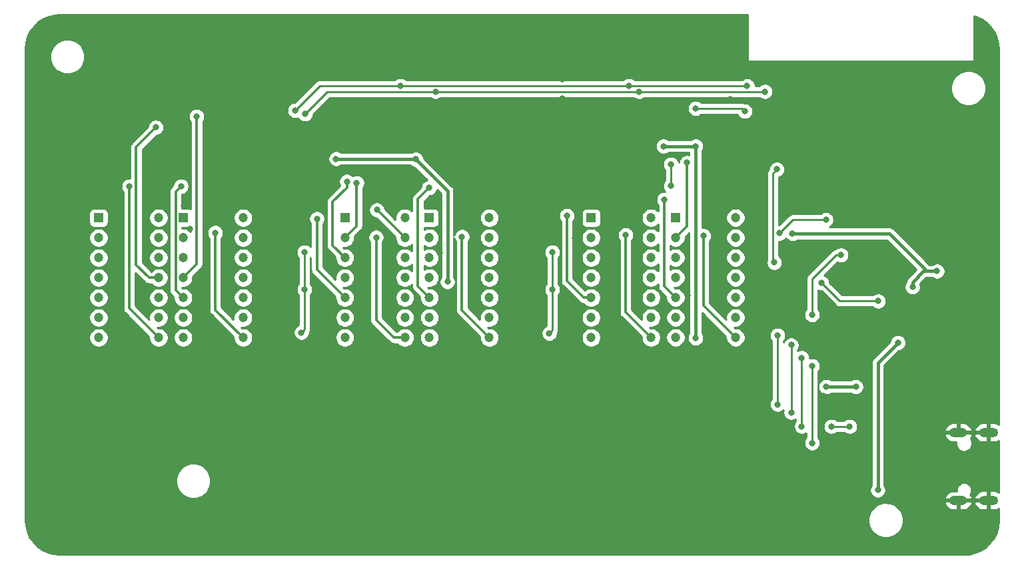
<source format=gbr>
G04 #@! TF.GenerationSoftware,KiCad,Pcbnew,(5.1.9)-1*
G04 #@! TF.CreationDate,2021-02-12T16:54:04+01:00*
G04 #@! TF.ProjectId,LTP305_ESP32_CLOCK,4c545033-3035-45f4-9553-5033325f434c,rev?*
G04 #@! TF.SameCoordinates,Original*
G04 #@! TF.FileFunction,Copper,L2,Bot*
G04 #@! TF.FilePolarity,Positive*
%FSLAX46Y46*%
G04 Gerber Fmt 4.6, Leading zero omitted, Abs format (unit mm)*
G04 Created by KiCad (PCBNEW (5.1.9)-1) date 2021-02-12 16:54:04*
%MOMM*%
%LPD*%
G01*
G04 APERTURE LIST*
G04 #@! TA.AperFunction,ComponentPad*
%ADD10O,2.400000X1.200000*%
G04 #@! TD*
G04 #@! TA.AperFunction,ComponentPad*
%ADD11O,2.316000X1.158000*%
G04 #@! TD*
G04 #@! TA.AperFunction,ComponentPad*
%ADD12C,1.200000*%
G04 #@! TD*
G04 #@! TA.AperFunction,ComponentPad*
%ADD13R,1.200000X1.200000*%
G04 #@! TD*
G04 #@! TA.AperFunction,ViaPad*
%ADD14C,0.800000*%
G04 #@! TD*
G04 #@! TA.AperFunction,Conductor*
%ADD15C,0.381000*%
G04 #@! TD*
G04 #@! TA.AperFunction,Conductor*
%ADD16C,0.254000*%
G04 #@! TD*
G04 #@! TA.AperFunction,Conductor*
%ADD17C,0.304800*%
G04 #@! TD*
G04 #@! TA.AperFunction,Conductor*
%ADD18C,0.250000*%
G04 #@! TD*
G04 #@! TA.AperFunction,Conductor*
%ADD19C,0.100000*%
G04 #@! TD*
G04 APERTURE END LIST*
D10*
X239885000Y-129315000D03*
X239885000Y-137955000D03*
D11*
X236060000Y-129315000D03*
X236060000Y-137955000D03*
D12*
X134430000Y-102000000D03*
X134430000Y-104540000D03*
X134430000Y-107080000D03*
X134430000Y-109620000D03*
X134430000Y-112160000D03*
X134430000Y-114700000D03*
X134430000Y-117240000D03*
X126810000Y-117240000D03*
X126810000Y-114700000D03*
X126810000Y-112160000D03*
X126810000Y-109620000D03*
X126810000Y-107080000D03*
X126810000Y-104540000D03*
D13*
X126810000Y-102000000D03*
X137550000Y-102000000D03*
D12*
X137550000Y-104540000D03*
X137550000Y-107080000D03*
X137550000Y-109620000D03*
X137550000Y-112160000D03*
X137550000Y-114700000D03*
X137550000Y-117240000D03*
X145170000Y-117240000D03*
X145170000Y-114700000D03*
X145170000Y-112160000D03*
X145170000Y-109620000D03*
X145170000Y-107080000D03*
X145170000Y-104540000D03*
X145170000Y-102000000D03*
X165720000Y-102000000D03*
X165720000Y-104540000D03*
X165720000Y-107080000D03*
X165720000Y-109620000D03*
X165720000Y-112160000D03*
X165720000Y-114700000D03*
X165720000Y-117240000D03*
X158100000Y-117240000D03*
X158100000Y-114700000D03*
X158100000Y-112160000D03*
X158100000Y-109620000D03*
X158100000Y-107080000D03*
X158100000Y-104540000D03*
D13*
X158100000Y-102000000D03*
D12*
X176465000Y-102000000D03*
X176465000Y-104540000D03*
X176465000Y-107080000D03*
X176465000Y-109620000D03*
X176465000Y-112160000D03*
X176465000Y-114700000D03*
X176465000Y-117240000D03*
X168845000Y-117240000D03*
X168845000Y-114700000D03*
X168845000Y-112160000D03*
X168845000Y-109620000D03*
X168845000Y-107080000D03*
X168845000Y-104540000D03*
D13*
X168845000Y-102000000D03*
X189395000Y-102000000D03*
D12*
X189395000Y-104540000D03*
X189395000Y-107080000D03*
X189395000Y-109620000D03*
X189395000Y-112160000D03*
X189395000Y-114700000D03*
X189395000Y-117240000D03*
X197015000Y-117240000D03*
X197015000Y-114700000D03*
X197015000Y-112160000D03*
X197015000Y-109620000D03*
X197015000Y-107080000D03*
X197015000Y-104540000D03*
X197015000Y-102000000D03*
D13*
X200135000Y-101995000D03*
D12*
X200135000Y-104535000D03*
X200135000Y-107075000D03*
X200135000Y-109615000D03*
X200135000Y-112155000D03*
X200135000Y-114695000D03*
X200135000Y-117235000D03*
X207755000Y-117235000D03*
X207755000Y-114695000D03*
X207755000Y-112155000D03*
X207755000Y-109615000D03*
X207755000Y-107075000D03*
X207755000Y-104535000D03*
X207755000Y-101995000D03*
D14*
X156985000Y-94495000D03*
X198585000Y-92895000D03*
X219285000Y-123495000D03*
X223035000Y-123495000D03*
X202685000Y-92895000D03*
X171135000Y-110145000D03*
X167110000Y-94570000D03*
X202685000Y-117305000D03*
X138445000Y-103395000D03*
X140445000Y-103395000D03*
X137645000Y-100495000D03*
X136345000Y-96695000D03*
X191345000Y-111995000D03*
X160185000Y-112095000D03*
X174385000Y-112895000D03*
X172385000Y-115395000D03*
X228885000Y-103295000D03*
X226185000Y-105295000D03*
X220985000Y-102795000D03*
X205185000Y-111895000D03*
X201685000Y-111895000D03*
X201485000Y-105245000D03*
X205185000Y-105295000D03*
X186185000Y-112895000D03*
X187385000Y-104595000D03*
X174185000Y-106795000D03*
X170185000Y-106495000D03*
X169785000Y-94395000D03*
X163685000Y-112095000D03*
X160085000Y-108295000D03*
X211635000Y-124695000D03*
X218885000Y-124695000D03*
X224735000Y-131945000D03*
X227535000Y-131895000D03*
X211585000Y-121975000D03*
X219215000Y-121975000D03*
X185735000Y-86795000D03*
X185735000Y-84395000D03*
X207035000Y-86945000D03*
X139785000Y-113195000D03*
X143535000Y-113195000D03*
X177185000Y-83695000D03*
X175335000Y-87595000D03*
X167485000Y-83695000D03*
X167485000Y-87645000D03*
X159235000Y-87395000D03*
X132895000Y-102995000D03*
X132895000Y-106995000D03*
X128895000Y-106995000D03*
X128895000Y-112995000D03*
X132895000Y-112995000D03*
X128895000Y-102995000D03*
X156935000Y-83795000D03*
X198985000Y-82345000D03*
X195285000Y-93945000D03*
X154495000Y-95675000D03*
X228372500Y-122582500D03*
X220535000Y-114945000D03*
X229010000Y-115270000D03*
X207035000Y-83995000D03*
X224147500Y-122482500D03*
X181710000Y-104620000D03*
X181510000Y-112870000D03*
X150110000Y-112870000D03*
X150210000Y-104620000D03*
X163585000Y-108295000D03*
X167385000Y-96795000D03*
X220985000Y-105295000D03*
X224135000Y-126995000D03*
X208910000Y-90120000D03*
X229940000Y-83140000D03*
X204485000Y-141495000D03*
X194845000Y-111995000D03*
X131485000Y-135455000D03*
X233345000Y-108795000D03*
X214985000Y-103995000D03*
X228385000Y-117895000D03*
X225835000Y-136645000D03*
X230245000Y-110795000D03*
X216155000Y-119805000D03*
X216155000Y-128535000D03*
X221135000Y-106745000D03*
X217485000Y-114335000D03*
X217485000Y-120855000D03*
X217485000Y-130655000D03*
X222235000Y-128545000D03*
X219935000Y-128545000D03*
X201585000Y-94995000D03*
X152960000Y-111120000D03*
X152960000Y-106370000D03*
X152585000Y-116595000D03*
X184460000Y-106370000D03*
X184460000Y-111120000D03*
X184085000Y-116695000D03*
X154555000Y-102115000D03*
X134085000Y-90495000D03*
X162085000Y-104495000D03*
X162175000Y-100995000D03*
X139275000Y-89095000D03*
X158355000Y-97385000D03*
X159605000Y-97565000D03*
X141625000Y-103905000D03*
X137285000Y-97995000D03*
X130695000Y-97995000D03*
X198685000Y-99695000D03*
X203685000Y-104295000D03*
X199535000Y-97945000D03*
X199535000Y-95195000D03*
X193785000Y-104195000D03*
X186315000Y-101745000D03*
X172985000Y-104395000D03*
X168785000Y-98195000D03*
X151785000Y-88345000D03*
X194185000Y-85195000D03*
X209222001Y-85217999D03*
X165185000Y-85205000D03*
X153035000Y-88795000D03*
X195485000Y-85945000D03*
X211495000Y-85945000D03*
X169625000Y-85945000D03*
X218685000Y-110295000D03*
X225885000Y-112595000D03*
X208935000Y-88445000D03*
X202685000Y-88095000D03*
X213000000Y-95840000D03*
X213095000Y-116955000D03*
X213095000Y-125745000D03*
X212685000Y-107695000D03*
X213335000Y-103955000D03*
X214835000Y-118195000D03*
X214835000Y-126765000D03*
X219240000Y-102250000D03*
D15*
X198585000Y-92895000D02*
X198585000Y-92895000D01*
X202685000Y-92895000D02*
X198585000Y-92895000D01*
X223035000Y-123495000D02*
X219285000Y-123495000D01*
X171135000Y-110145000D02*
X171135000Y-98595000D01*
X167035000Y-94495000D02*
X162035000Y-94495000D01*
X171135000Y-98595000D02*
X167110000Y-94570000D01*
X162035000Y-94495000D02*
X156985000Y-94495000D01*
X162385000Y-94495000D02*
X162035000Y-94495000D01*
X167110000Y-94570000D02*
X167035000Y-94495000D01*
X202685000Y-92895000D02*
X202685000Y-117305000D01*
X202685000Y-117305000D02*
X202685000Y-117305000D01*
D16*
X214985000Y-103995000D02*
X214985000Y-103995000D01*
D15*
X227285000Y-103995000D02*
X214985000Y-103995000D01*
X232085000Y-108795000D02*
X227285000Y-103995000D01*
X228385000Y-117895000D02*
X225835000Y-120445000D01*
X225835000Y-120445000D02*
X225835000Y-136645000D01*
X225835000Y-136645000D02*
X225835000Y-136645000D01*
X225835000Y-136645000D02*
X225835000Y-136645000D01*
X232085000Y-108795000D02*
X233345000Y-108795000D01*
X232085000Y-108795000D02*
X231645000Y-108795000D01*
X231645000Y-108795000D02*
X230245000Y-110195000D01*
X230245000Y-110195000D02*
X230245000Y-110795000D01*
X230245000Y-110795000D02*
X230245000Y-110795000D01*
D16*
X216155000Y-119805000D02*
X216155000Y-128535000D01*
X216155000Y-128535000D02*
X216155000Y-128555000D01*
X221135000Y-106745000D02*
X220515000Y-106745000D01*
X220515000Y-106745000D02*
X217485000Y-109775000D01*
X217485000Y-109775000D02*
X217485000Y-114335000D01*
X217485000Y-114335000D02*
X217485000Y-114335000D01*
X217485000Y-120855000D02*
X217485000Y-120855000D01*
X217485000Y-120855000D02*
X217485000Y-130455000D01*
X217485000Y-130655000D02*
X217485000Y-130655000D01*
X222235000Y-128545000D02*
X219935000Y-128545000D01*
X219935000Y-128545000D02*
X219935000Y-128545000D01*
D17*
X201585000Y-103085000D02*
X200135000Y-104535000D01*
X201585000Y-94995000D02*
X201585000Y-103085000D01*
D16*
X152960000Y-106370000D02*
X152960000Y-111120000D01*
X152960000Y-116220000D02*
X152585000Y-116595000D01*
X152960000Y-111120000D02*
X152960000Y-116220000D01*
X184460000Y-106370000D02*
X184460000Y-111120000D01*
X184460000Y-116320000D02*
X184085000Y-116695000D01*
X184460000Y-111120000D02*
X184460000Y-116320000D01*
D17*
X154555000Y-108615000D02*
X158100000Y-112160000D01*
X154555000Y-102115000D02*
X154555000Y-108615000D01*
X134430000Y-109620000D02*
X133210000Y-109620000D01*
X133210000Y-109620000D02*
X131585000Y-107995000D01*
X131585000Y-107995000D02*
X131585000Y-92995000D01*
X131585000Y-92995000D02*
X134085000Y-90495000D01*
X134085000Y-90495000D02*
X134085000Y-90495000D01*
X165720000Y-117240000D02*
X164330000Y-117240000D01*
X164330000Y-117240000D02*
X162085000Y-114995000D01*
X162085000Y-114995000D02*
X162085000Y-104495000D01*
X162085000Y-104495000D02*
X162085000Y-104495000D01*
X165720000Y-104540000D02*
X162175000Y-100995000D01*
X162175000Y-100995000D02*
X162175000Y-100995000D01*
X137550000Y-109620000D02*
X139275000Y-107895000D01*
X139275000Y-107895000D02*
X139275000Y-89095000D01*
X139275000Y-89095000D02*
X139275000Y-89095000D01*
X158355000Y-97385000D02*
X158355000Y-98145000D01*
X158355000Y-98145000D02*
X156555000Y-99945000D01*
X156555000Y-105535000D02*
X158100000Y-107080000D01*
X156555000Y-99945000D02*
X156555000Y-105535000D01*
X159605000Y-97565000D02*
X159605000Y-97565000D01*
X158100000Y-104540000D02*
X159595000Y-103045000D01*
X159595000Y-103045000D02*
X159595000Y-97505000D01*
X141640000Y-113710000D02*
X145170000Y-117240000D01*
X141625000Y-113695000D02*
X141640000Y-113710000D01*
X141625000Y-103905000D02*
X141625000Y-113695000D01*
X136597599Y-111207599D02*
X137550000Y-112160000D01*
X136597599Y-98682401D02*
X136597599Y-111207599D01*
X137285000Y-97995000D02*
X136597599Y-98682401D01*
X130695000Y-113505000D02*
X130695000Y-97995000D01*
X134430000Y-117240000D02*
X130695000Y-113505000D01*
X200135000Y-112155000D02*
X198685000Y-110705000D01*
X198685000Y-110705000D02*
X198685000Y-99695000D01*
X198685000Y-99695000D02*
X198685000Y-99695000D01*
X207755000Y-117235000D02*
X203685000Y-113165000D01*
X203685000Y-113165000D02*
X203685000Y-104295000D01*
X203685000Y-104295000D02*
X203685000Y-104295000D01*
D16*
X199535000Y-95195000D02*
X199535000Y-95195000D01*
X199535000Y-95195000D02*
X199535000Y-97945000D01*
D17*
X197015000Y-117240000D02*
X193785000Y-114010000D01*
X193785000Y-114010000D02*
X193785000Y-104195000D01*
X193785000Y-104195000D02*
X193785000Y-104195000D01*
X189395000Y-112160000D02*
X188450000Y-112160000D01*
X188450000Y-112160000D02*
X186315000Y-110025000D01*
X186315000Y-110025000D02*
X186315000Y-101745000D01*
X186315000Y-101745000D02*
X186315000Y-101745000D01*
X176465000Y-117240000D02*
X172985000Y-113760000D01*
X172985000Y-113760000D02*
X172985000Y-104395000D01*
X172985000Y-104395000D02*
X172985000Y-104395000D01*
X168845000Y-112160000D02*
X167385000Y-110700000D01*
X167385000Y-110700000D02*
X167385000Y-99595000D01*
X167385000Y-99595000D02*
X168785000Y-98195000D01*
X168785000Y-98195000D02*
X168785000Y-98195000D01*
D16*
X154912001Y-85217999D02*
X151785000Y-88345000D01*
X151785000Y-88345000D02*
X151785000Y-88345000D01*
X169062001Y-85217999D02*
X165122001Y-85217999D01*
X169062001Y-85217999D02*
X169712001Y-85217999D01*
X169712001Y-85217999D02*
X209222001Y-85217999D01*
X165122001Y-85217999D02*
X154912001Y-85217999D01*
X155885000Y-85945000D02*
X153035000Y-88795000D01*
X153035000Y-88795000D02*
X153035000Y-88795000D01*
X195435000Y-85945000D02*
X169695000Y-85945000D01*
X164835000Y-85945000D02*
X155885000Y-85945000D01*
X208685000Y-85945000D02*
X208535000Y-85945000D01*
X208535000Y-85945000D02*
X195435000Y-85945000D01*
X165235000Y-85945000D02*
X164835000Y-85945000D01*
D18*
X211495000Y-85945000D02*
X211495000Y-85945000D01*
D16*
X209395000Y-85945000D02*
X211495000Y-85945000D01*
X208535000Y-85945000D02*
X209395000Y-85945000D01*
X209395000Y-85945000D02*
X209585000Y-85945000D01*
X169695000Y-85945000D02*
X165235000Y-85945000D01*
X218685000Y-110295000D02*
X218685000Y-110295000D01*
X220985000Y-112595000D02*
X218685000Y-110295000D01*
X225885000Y-112595000D02*
X220985000Y-112595000D01*
X208585000Y-88095000D02*
X208935000Y-88445000D01*
X202685000Y-88095000D02*
X208585000Y-88095000D01*
X213095000Y-116955000D02*
X213095000Y-125745000D01*
D18*
X213000000Y-95840000D02*
X212485000Y-96355000D01*
X212485000Y-107495000D02*
X212685000Y-107695000D01*
X212485000Y-96355000D02*
X212485000Y-107495000D01*
D16*
X213485000Y-103795000D02*
X213485000Y-103795000D01*
X213335000Y-103945000D02*
X213335000Y-103955000D01*
X214835000Y-118195000D02*
X214835000Y-126765000D01*
X214835000Y-126765000D02*
X214835000Y-126765000D01*
D18*
X215030000Y-102250000D02*
X214985000Y-102295000D01*
D16*
X214985000Y-102295000D02*
X213335000Y-103945000D01*
D18*
X219240000Y-102250000D02*
X215030000Y-102250000D01*
D16*
X209308000Y-81995000D02*
X209310440Y-82019776D01*
X209317667Y-82043601D01*
X209329403Y-82065557D01*
X209345197Y-82084803D01*
X209364443Y-82100597D01*
X209386399Y-82112333D01*
X209410224Y-82119560D01*
X209435000Y-82122000D01*
X237935000Y-82122000D01*
X237959776Y-82119560D01*
X237983601Y-82112333D01*
X238005557Y-82100597D01*
X238024803Y-82084803D01*
X238040597Y-82065557D01*
X238052333Y-82043601D01*
X238059560Y-82019776D01*
X238062000Y-81995000D01*
X238062000Y-76348983D01*
X238356891Y-76429656D01*
X239052905Y-76761638D01*
X239679130Y-77211626D01*
X240215777Y-77765403D01*
X240645871Y-78405451D01*
X240955829Y-79111553D01*
X241137065Y-79866457D01*
X241185000Y-80519207D01*
X241185001Y-128296833D01*
X241074946Y-128222610D01*
X240850496Y-128128507D01*
X240612000Y-128080000D01*
X240012000Y-128080000D01*
X240012000Y-129188000D01*
X240032000Y-129188000D01*
X240032000Y-129442000D01*
X240012000Y-129442000D01*
X240012000Y-130550000D01*
X240612000Y-130550000D01*
X240850496Y-130501493D01*
X241074946Y-130407390D01*
X241185001Y-130333167D01*
X241185001Y-136936833D01*
X241074946Y-136862610D01*
X240850496Y-136768507D01*
X240612000Y-136720000D01*
X240012000Y-136720000D01*
X240012000Y-137828000D01*
X240032000Y-137828000D01*
X240032000Y-138082000D01*
X240012000Y-138082000D01*
X240012000Y-139190000D01*
X240612000Y-139190000D01*
X240850496Y-139141493D01*
X241074946Y-139047390D01*
X241185001Y-138973167D01*
X241185001Y-140465597D01*
X241113827Y-141263083D01*
X240910344Y-142006890D01*
X240578363Y-142702904D01*
X240128374Y-143329130D01*
X239574597Y-143865777D01*
X238934549Y-144295871D01*
X238228447Y-144605829D01*
X237473543Y-144787065D01*
X236820793Y-144835000D01*
X121874392Y-144835000D01*
X121076917Y-144763827D01*
X120333110Y-144560344D01*
X119637096Y-144228363D01*
X119010870Y-143778374D01*
X118474223Y-143224597D01*
X118044129Y-142584549D01*
X117734171Y-141878447D01*
X117552935Y-141123543D01*
X117505000Y-140470793D01*
X117505000Y-140274872D01*
X224610000Y-140274872D01*
X224610000Y-140715128D01*
X224695890Y-141146925D01*
X224864369Y-141553669D01*
X225108962Y-141919729D01*
X225420271Y-142231038D01*
X225786331Y-142475631D01*
X226193075Y-142644110D01*
X226624872Y-142730000D01*
X227065128Y-142730000D01*
X227496925Y-142644110D01*
X227903669Y-142475631D01*
X228269729Y-142231038D01*
X228581038Y-141919729D01*
X228825631Y-141553669D01*
X228994110Y-141146925D01*
X229080000Y-140715128D01*
X229080000Y-140274872D01*
X228994110Y-139843075D01*
X228825631Y-139436331D01*
X228581038Y-139070271D01*
X228269729Y-138758962D01*
X227903669Y-138514369D01*
X227496925Y-138345890D01*
X227111913Y-138269306D01*
X234308393Y-138269306D01*
X234310810Y-138302245D01*
X234401039Y-138523866D01*
X234532770Y-138723625D01*
X234700941Y-138893847D01*
X234899090Y-139027989D01*
X235119601Y-139120897D01*
X235354000Y-139169000D01*
X235933000Y-139169000D01*
X235933000Y-138082000D01*
X236187000Y-138082000D01*
X236187000Y-139169000D01*
X236766000Y-139169000D01*
X237000399Y-139120897D01*
X237220910Y-139027989D01*
X237419059Y-138893847D01*
X237587230Y-138723625D01*
X237718961Y-138523866D01*
X237809190Y-138302245D01*
X237811364Y-138272609D01*
X238091538Y-138272609D01*
X238095409Y-138310282D01*
X238187579Y-138535533D01*
X238321922Y-138738474D01*
X238493275Y-138911307D01*
X238695054Y-139047390D01*
X238919504Y-139141493D01*
X239158000Y-139190000D01*
X239758000Y-139190000D01*
X239758000Y-138082000D01*
X238216269Y-138082000D01*
X238091538Y-138272609D01*
X237811364Y-138272609D01*
X237811607Y-138269306D01*
X237686580Y-138082000D01*
X236187000Y-138082000D01*
X235933000Y-138082000D01*
X234433420Y-138082000D01*
X234308393Y-138269306D01*
X227111913Y-138269306D01*
X227065128Y-138260000D01*
X226624872Y-138260000D01*
X226193075Y-138345890D01*
X225786331Y-138514369D01*
X225420271Y-138758962D01*
X225108962Y-139070271D01*
X224864369Y-139436331D01*
X224695890Y-139843075D01*
X224610000Y-140274872D01*
X117505000Y-140274872D01*
X117505000Y-135274872D01*
X136600000Y-135274872D01*
X136600000Y-135715128D01*
X136685890Y-136146925D01*
X136854369Y-136553669D01*
X137098962Y-136919729D01*
X137410271Y-137231038D01*
X137776331Y-137475631D01*
X138183075Y-137644110D01*
X138614872Y-137730000D01*
X139055128Y-137730000D01*
X139486925Y-137644110D01*
X139893669Y-137475631D01*
X140259729Y-137231038D01*
X140571038Y-136919729D01*
X140815631Y-136553669D01*
X140820024Y-136543061D01*
X224800000Y-136543061D01*
X224800000Y-136746939D01*
X224839774Y-136946898D01*
X224917795Y-137135256D01*
X225031063Y-137304774D01*
X225175226Y-137448937D01*
X225344744Y-137562205D01*
X225533102Y-137640226D01*
X225733061Y-137680000D01*
X225936939Y-137680000D01*
X226134545Y-137640694D01*
X234308393Y-137640694D01*
X234433420Y-137828000D01*
X235933000Y-137828000D01*
X235933000Y-137808000D01*
X236187000Y-137808000D01*
X236187000Y-137828000D01*
X237686580Y-137828000D01*
X237811607Y-137640694D01*
X237811365Y-137637391D01*
X238091538Y-137637391D01*
X238216269Y-137828000D01*
X239758000Y-137828000D01*
X239758000Y-136720000D01*
X239158000Y-136720000D01*
X238919504Y-136768507D01*
X238695054Y-136862610D01*
X238493275Y-136998693D01*
X238321922Y-137171526D01*
X238187579Y-137374467D01*
X238095409Y-137599718D01*
X238091538Y-137637391D01*
X237811365Y-137637391D01*
X237809190Y-137607755D01*
X237718961Y-137386134D01*
X237587230Y-137186375D01*
X237570472Y-137169413D01*
X237626879Y-137084994D01*
X237698492Y-136912105D01*
X237735000Y-136728567D01*
X237735000Y-136541433D01*
X237698492Y-136357895D01*
X237626879Y-136185006D01*
X237522913Y-136029410D01*
X237390590Y-135897087D01*
X237234994Y-135793121D01*
X237062105Y-135721508D01*
X236878567Y-135685000D01*
X236691433Y-135685000D01*
X236507895Y-135721508D01*
X236335006Y-135793121D01*
X236179410Y-135897087D01*
X236047087Y-136029410D01*
X235943121Y-136185006D01*
X235871508Y-136357895D01*
X235835000Y-136541433D01*
X235835000Y-136728567D01*
X235837473Y-136741000D01*
X235354000Y-136741000D01*
X235119601Y-136789103D01*
X234899090Y-136882011D01*
X234700941Y-137016153D01*
X234532770Y-137186375D01*
X234401039Y-137386134D01*
X234310810Y-137607755D01*
X234308393Y-137640694D01*
X226134545Y-137640694D01*
X226136898Y-137640226D01*
X226325256Y-137562205D01*
X226494774Y-137448937D01*
X226638937Y-137304774D01*
X226752205Y-137135256D01*
X226830226Y-136946898D01*
X226870000Y-136746939D01*
X226870000Y-136543061D01*
X226830226Y-136343102D01*
X226752205Y-136154744D01*
X226660500Y-136017497D01*
X226660500Y-129629306D01*
X234308393Y-129629306D01*
X234310810Y-129662245D01*
X234401039Y-129883866D01*
X234532770Y-130083625D01*
X234700941Y-130253847D01*
X234899090Y-130387989D01*
X235119601Y-130480897D01*
X235354000Y-130529000D01*
X235785000Y-130529000D01*
X235785000Y-130793646D01*
X235787840Y-130822476D01*
X235787827Y-130824280D01*
X235788760Y-130833799D01*
X235791859Y-130863281D01*
X235794912Y-130894282D01*
X235795342Y-130895699D01*
X235807674Y-130955777D01*
X235819304Y-131016743D01*
X235822068Y-131025900D01*
X235840247Y-131084626D01*
X235864306Y-131141860D01*
X235887562Y-131199421D01*
X235892052Y-131207866D01*
X235921292Y-131261945D01*
X235956009Y-131313416D01*
X235990006Y-131365369D01*
X235996051Y-131372781D01*
X236035238Y-131420150D01*
X236079299Y-131463904D01*
X236122736Y-131508260D01*
X236130106Y-131514357D01*
X236177747Y-131553211D01*
X236229445Y-131587558D01*
X236280679Y-131622639D01*
X236289092Y-131627188D01*
X236343372Y-131656050D01*
X236400761Y-131679704D01*
X236457837Y-131704167D01*
X236466974Y-131706995D01*
X236525827Y-131724764D01*
X236586710Y-131736819D01*
X236647461Y-131749732D01*
X236656973Y-131750732D01*
X236718157Y-131756731D01*
X236748132Y-131756731D01*
X236777928Y-131759963D01*
X236787492Y-131759995D01*
X236789691Y-131759987D01*
X236819407Y-131756964D01*
X236849280Y-131757173D01*
X236858799Y-131756240D01*
X236919940Y-131749814D01*
X236980777Y-131737326D01*
X237041743Y-131725696D01*
X237050900Y-131722932D01*
X237109626Y-131704753D01*
X237166860Y-131680694D01*
X237224421Y-131657438D01*
X237232866Y-131652948D01*
X237286945Y-131623708D01*
X237338416Y-131588991D01*
X237390369Y-131554994D01*
X237397781Y-131548949D01*
X237445150Y-131509762D01*
X237488904Y-131465701D01*
X237533260Y-131422264D01*
X237539357Y-131414894D01*
X237578211Y-131367253D01*
X237612558Y-131315555D01*
X237647639Y-131264321D01*
X237652188Y-131255908D01*
X237681050Y-131201628D01*
X237704704Y-131144239D01*
X237729167Y-131087163D01*
X237731995Y-131078026D01*
X237749764Y-131019173D01*
X237761819Y-130958290D01*
X237774732Y-130897539D01*
X237775067Y-130894351D01*
X237775088Y-130894282D01*
X237775290Y-130892234D01*
X237775732Y-130888027D01*
X237781731Y-130826843D01*
X237781731Y-130826836D01*
X237785000Y-130793646D01*
X237785000Y-130476353D01*
X237782160Y-130447523D01*
X237782173Y-130445720D01*
X237781240Y-130436201D01*
X237778143Y-130406733D01*
X237775088Y-130375717D01*
X237774658Y-130374298D01*
X237762329Y-130314236D01*
X237750696Y-130253256D01*
X237747932Y-130244100D01*
X237729753Y-130185373D01*
X237705678Y-130128102D01*
X237682438Y-130070579D01*
X237677948Y-130062134D01*
X237648708Y-130008055D01*
X237642821Y-129999326D01*
X237718961Y-129883866D01*
X237809190Y-129662245D01*
X237811364Y-129632609D01*
X238091538Y-129632609D01*
X238095409Y-129670282D01*
X238187579Y-129895533D01*
X238321922Y-130098474D01*
X238493275Y-130271307D01*
X238695054Y-130407390D01*
X238919504Y-130501493D01*
X239158000Y-130550000D01*
X239758000Y-130550000D01*
X239758000Y-129442000D01*
X238216269Y-129442000D01*
X238091538Y-129632609D01*
X237811364Y-129632609D01*
X237811607Y-129629306D01*
X237686580Y-129442000D01*
X236187000Y-129442000D01*
X236187000Y-129462000D01*
X235933000Y-129462000D01*
X235933000Y-129442000D01*
X234433420Y-129442000D01*
X234308393Y-129629306D01*
X226660500Y-129629306D01*
X226660500Y-129000694D01*
X234308393Y-129000694D01*
X234433420Y-129188000D01*
X235933000Y-129188000D01*
X235933000Y-128101000D01*
X236187000Y-128101000D01*
X236187000Y-129188000D01*
X237686580Y-129188000D01*
X237811607Y-129000694D01*
X237811365Y-128997391D01*
X238091538Y-128997391D01*
X238216269Y-129188000D01*
X239758000Y-129188000D01*
X239758000Y-128080000D01*
X239158000Y-128080000D01*
X238919504Y-128128507D01*
X238695054Y-128222610D01*
X238493275Y-128358693D01*
X238321922Y-128531526D01*
X238187579Y-128734467D01*
X238095409Y-128959718D01*
X238091538Y-128997391D01*
X237811365Y-128997391D01*
X237809190Y-128967755D01*
X237718961Y-128746134D01*
X237587230Y-128546375D01*
X237419059Y-128376153D01*
X237220910Y-128242011D01*
X237000399Y-128149103D01*
X236766000Y-128101000D01*
X236187000Y-128101000D01*
X235933000Y-128101000D01*
X235354000Y-128101000D01*
X235119601Y-128149103D01*
X234899090Y-128242011D01*
X234700941Y-128376153D01*
X234532770Y-128546375D01*
X234401039Y-128746134D01*
X234310810Y-128967755D01*
X234308393Y-129000694D01*
X226660500Y-129000694D01*
X226660500Y-120786932D01*
X228525005Y-118922428D01*
X228686898Y-118890226D01*
X228875256Y-118812205D01*
X229044774Y-118698937D01*
X229188937Y-118554774D01*
X229302205Y-118385256D01*
X229380226Y-118196898D01*
X229420000Y-117996939D01*
X229420000Y-117793061D01*
X229380226Y-117593102D01*
X229302205Y-117404744D01*
X229188937Y-117235226D01*
X229044774Y-117091063D01*
X228875256Y-116977795D01*
X228686898Y-116899774D01*
X228486939Y-116860000D01*
X228283061Y-116860000D01*
X228083102Y-116899774D01*
X227894744Y-116977795D01*
X227725226Y-117091063D01*
X227581063Y-117235226D01*
X227467795Y-117404744D01*
X227389774Y-117593102D01*
X227357572Y-117754995D01*
X225279966Y-119832602D01*
X225248459Y-119858459D01*
X225179214Y-119942835D01*
X225145301Y-119984158D01*
X225089094Y-120089314D01*
X225068647Y-120127567D01*
X225021444Y-120283175D01*
X225009500Y-120404447D01*
X225005506Y-120445000D01*
X225009500Y-120485550D01*
X225009501Y-136017496D01*
X224917795Y-136154744D01*
X224839774Y-136343102D01*
X224800000Y-136543061D01*
X140820024Y-136543061D01*
X140984110Y-136146925D01*
X141070000Y-135715128D01*
X141070000Y-135274872D01*
X140984110Y-134843075D01*
X140815631Y-134436331D01*
X140571038Y-134070271D01*
X140259729Y-133758962D01*
X139893669Y-133514369D01*
X139486925Y-133345890D01*
X139055128Y-133260000D01*
X138614872Y-133260000D01*
X138183075Y-133345890D01*
X137776331Y-133514369D01*
X137410271Y-133758962D01*
X137098962Y-134070271D01*
X136854369Y-134436331D01*
X136685890Y-134843075D01*
X136600000Y-135274872D01*
X117505000Y-135274872D01*
X117505000Y-117118363D01*
X125575000Y-117118363D01*
X125575000Y-117361637D01*
X125622460Y-117600236D01*
X125715557Y-117824992D01*
X125850713Y-118027267D01*
X126022733Y-118199287D01*
X126225008Y-118334443D01*
X126449764Y-118427540D01*
X126688363Y-118475000D01*
X126931637Y-118475000D01*
X127170236Y-118427540D01*
X127394992Y-118334443D01*
X127597267Y-118199287D01*
X127769287Y-118027267D01*
X127904443Y-117824992D01*
X127997540Y-117600236D01*
X128045000Y-117361637D01*
X128045000Y-117118363D01*
X127997540Y-116879764D01*
X127904443Y-116655008D01*
X127769287Y-116452733D01*
X127597267Y-116280713D01*
X127394992Y-116145557D01*
X127170236Y-116052460D01*
X126931637Y-116005000D01*
X126688363Y-116005000D01*
X126449764Y-116052460D01*
X126225008Y-116145557D01*
X126022733Y-116280713D01*
X125850713Y-116452733D01*
X125715557Y-116655008D01*
X125622460Y-116879764D01*
X125575000Y-117118363D01*
X117505000Y-117118363D01*
X117505000Y-114578363D01*
X125575000Y-114578363D01*
X125575000Y-114821637D01*
X125622460Y-115060236D01*
X125715557Y-115284992D01*
X125850713Y-115487267D01*
X126022733Y-115659287D01*
X126225008Y-115794443D01*
X126449764Y-115887540D01*
X126688363Y-115935000D01*
X126931637Y-115935000D01*
X127170236Y-115887540D01*
X127394992Y-115794443D01*
X127597267Y-115659287D01*
X127769287Y-115487267D01*
X127904443Y-115284992D01*
X127997540Y-115060236D01*
X128045000Y-114821637D01*
X128045000Y-114578363D01*
X127997540Y-114339764D01*
X127904443Y-114115008D01*
X127769287Y-113912733D01*
X127597267Y-113740713D01*
X127394992Y-113605557D01*
X127170236Y-113512460D01*
X126931637Y-113465000D01*
X126688363Y-113465000D01*
X126449764Y-113512460D01*
X126225008Y-113605557D01*
X126022733Y-113740713D01*
X125850713Y-113912733D01*
X125715557Y-114115008D01*
X125622460Y-114339764D01*
X125575000Y-114578363D01*
X117505000Y-114578363D01*
X117505000Y-112038363D01*
X125575000Y-112038363D01*
X125575000Y-112281637D01*
X125622460Y-112520236D01*
X125715557Y-112744992D01*
X125850713Y-112947267D01*
X126022733Y-113119287D01*
X126225008Y-113254443D01*
X126449764Y-113347540D01*
X126688363Y-113395000D01*
X126931637Y-113395000D01*
X127170236Y-113347540D01*
X127394992Y-113254443D01*
X127597267Y-113119287D01*
X127769287Y-112947267D01*
X127904443Y-112744992D01*
X127997540Y-112520236D01*
X128045000Y-112281637D01*
X128045000Y-112038363D01*
X127997540Y-111799764D01*
X127904443Y-111575008D01*
X127769287Y-111372733D01*
X127597267Y-111200713D01*
X127394992Y-111065557D01*
X127170236Y-110972460D01*
X126931637Y-110925000D01*
X126688363Y-110925000D01*
X126449764Y-110972460D01*
X126225008Y-111065557D01*
X126022733Y-111200713D01*
X125850713Y-111372733D01*
X125715557Y-111575008D01*
X125622460Y-111799764D01*
X125575000Y-112038363D01*
X117505000Y-112038363D01*
X117505000Y-109498363D01*
X125575000Y-109498363D01*
X125575000Y-109741637D01*
X125622460Y-109980236D01*
X125715557Y-110204992D01*
X125850713Y-110407267D01*
X126022733Y-110579287D01*
X126225008Y-110714443D01*
X126449764Y-110807540D01*
X126688363Y-110855000D01*
X126931637Y-110855000D01*
X127170236Y-110807540D01*
X127394992Y-110714443D01*
X127597267Y-110579287D01*
X127769287Y-110407267D01*
X127904443Y-110204992D01*
X127997540Y-109980236D01*
X128045000Y-109741637D01*
X128045000Y-109498363D01*
X127997540Y-109259764D01*
X127904443Y-109035008D01*
X127769287Y-108832733D01*
X127597267Y-108660713D01*
X127394992Y-108525557D01*
X127170236Y-108432460D01*
X126931637Y-108385000D01*
X126688363Y-108385000D01*
X126449764Y-108432460D01*
X126225008Y-108525557D01*
X126022733Y-108660713D01*
X125850713Y-108832733D01*
X125715557Y-109035008D01*
X125622460Y-109259764D01*
X125575000Y-109498363D01*
X117505000Y-109498363D01*
X117505000Y-106958363D01*
X125575000Y-106958363D01*
X125575000Y-107201637D01*
X125622460Y-107440236D01*
X125715557Y-107664992D01*
X125850713Y-107867267D01*
X126022733Y-108039287D01*
X126225008Y-108174443D01*
X126449764Y-108267540D01*
X126688363Y-108315000D01*
X126931637Y-108315000D01*
X127170236Y-108267540D01*
X127394992Y-108174443D01*
X127597267Y-108039287D01*
X127769287Y-107867267D01*
X127904443Y-107664992D01*
X127997540Y-107440236D01*
X128045000Y-107201637D01*
X128045000Y-106958363D01*
X127997540Y-106719764D01*
X127904443Y-106495008D01*
X127769287Y-106292733D01*
X127597267Y-106120713D01*
X127394992Y-105985557D01*
X127170236Y-105892460D01*
X126931637Y-105845000D01*
X126688363Y-105845000D01*
X126449764Y-105892460D01*
X126225008Y-105985557D01*
X126022733Y-106120713D01*
X125850713Y-106292733D01*
X125715557Y-106495008D01*
X125622460Y-106719764D01*
X125575000Y-106958363D01*
X117505000Y-106958363D01*
X117505000Y-104418363D01*
X125575000Y-104418363D01*
X125575000Y-104661637D01*
X125622460Y-104900236D01*
X125715557Y-105124992D01*
X125850713Y-105327267D01*
X126022733Y-105499287D01*
X126225008Y-105634443D01*
X126449764Y-105727540D01*
X126688363Y-105775000D01*
X126931637Y-105775000D01*
X127170236Y-105727540D01*
X127394992Y-105634443D01*
X127597267Y-105499287D01*
X127769287Y-105327267D01*
X127904443Y-105124992D01*
X127997540Y-104900236D01*
X128045000Y-104661637D01*
X128045000Y-104418363D01*
X127997540Y-104179764D01*
X127904443Y-103955008D01*
X127769287Y-103752733D01*
X127597267Y-103580713D01*
X127394992Y-103445557D01*
X127170236Y-103352460D01*
X126931637Y-103305000D01*
X126688363Y-103305000D01*
X126449764Y-103352460D01*
X126225008Y-103445557D01*
X126022733Y-103580713D01*
X125850713Y-103752733D01*
X125715557Y-103955008D01*
X125622460Y-104179764D01*
X125575000Y-104418363D01*
X117505000Y-104418363D01*
X117505000Y-101400000D01*
X125571928Y-101400000D01*
X125571928Y-102600000D01*
X125584188Y-102724482D01*
X125620498Y-102844180D01*
X125679463Y-102954494D01*
X125758815Y-103051185D01*
X125855506Y-103130537D01*
X125965820Y-103189502D01*
X126085518Y-103225812D01*
X126210000Y-103238072D01*
X127410000Y-103238072D01*
X127534482Y-103225812D01*
X127654180Y-103189502D01*
X127764494Y-103130537D01*
X127861185Y-103051185D01*
X127940537Y-102954494D01*
X127999502Y-102844180D01*
X128035812Y-102724482D01*
X128048072Y-102600000D01*
X128048072Y-101400000D01*
X128035812Y-101275518D01*
X127999502Y-101155820D01*
X127940537Y-101045506D01*
X127861185Y-100948815D01*
X127764494Y-100869463D01*
X127654180Y-100810498D01*
X127534482Y-100774188D01*
X127410000Y-100761928D01*
X126210000Y-100761928D01*
X126085518Y-100774188D01*
X125965820Y-100810498D01*
X125855506Y-100869463D01*
X125758815Y-100948815D01*
X125679463Y-101045506D01*
X125620498Y-101155820D01*
X125584188Y-101275518D01*
X125571928Y-101400000D01*
X117505000Y-101400000D01*
X117505000Y-97893061D01*
X129660000Y-97893061D01*
X129660000Y-98096939D01*
X129699774Y-98296898D01*
X129777795Y-98485256D01*
X129891063Y-98654774D01*
X129907601Y-98671312D01*
X129907600Y-113466337D01*
X129903792Y-113505000D01*
X129907600Y-113543663D01*
X129907600Y-113543672D01*
X129918994Y-113659356D01*
X129964018Y-113807782D01*
X130037134Y-113944571D01*
X130135531Y-114064469D01*
X130165578Y-114089128D01*
X133195000Y-117118552D01*
X133195000Y-117361637D01*
X133242460Y-117600236D01*
X133335557Y-117824992D01*
X133470713Y-118027267D01*
X133642733Y-118199287D01*
X133845008Y-118334443D01*
X134069764Y-118427540D01*
X134308363Y-118475000D01*
X134551637Y-118475000D01*
X134790236Y-118427540D01*
X135014992Y-118334443D01*
X135217267Y-118199287D01*
X135389287Y-118027267D01*
X135524443Y-117824992D01*
X135617540Y-117600236D01*
X135665000Y-117361637D01*
X135665000Y-117118363D01*
X136315000Y-117118363D01*
X136315000Y-117361637D01*
X136362460Y-117600236D01*
X136455557Y-117824992D01*
X136590713Y-118027267D01*
X136762733Y-118199287D01*
X136965008Y-118334443D01*
X137189764Y-118427540D01*
X137428363Y-118475000D01*
X137671637Y-118475000D01*
X137910236Y-118427540D01*
X138134992Y-118334443D01*
X138337267Y-118199287D01*
X138509287Y-118027267D01*
X138644443Y-117824992D01*
X138737540Y-117600236D01*
X138785000Y-117361637D01*
X138785000Y-117118363D01*
X138737540Y-116879764D01*
X138644443Y-116655008D01*
X138509287Y-116452733D01*
X138337267Y-116280713D01*
X138134992Y-116145557D01*
X137910236Y-116052460D01*
X137671637Y-116005000D01*
X137428363Y-116005000D01*
X137189764Y-116052460D01*
X136965008Y-116145557D01*
X136762733Y-116280713D01*
X136590713Y-116452733D01*
X136455557Y-116655008D01*
X136362460Y-116879764D01*
X136315000Y-117118363D01*
X135665000Y-117118363D01*
X135617540Y-116879764D01*
X135524443Y-116655008D01*
X135389287Y-116452733D01*
X135217267Y-116280713D01*
X135014992Y-116145557D01*
X134790236Y-116052460D01*
X134551637Y-116005000D01*
X134308552Y-116005000D01*
X134221217Y-115917666D01*
X134308363Y-115935000D01*
X134551637Y-115935000D01*
X134790236Y-115887540D01*
X135014992Y-115794443D01*
X135217267Y-115659287D01*
X135389287Y-115487267D01*
X135524443Y-115284992D01*
X135617540Y-115060236D01*
X135665000Y-114821637D01*
X135665000Y-114578363D01*
X136315000Y-114578363D01*
X136315000Y-114821637D01*
X136362460Y-115060236D01*
X136455557Y-115284992D01*
X136590713Y-115487267D01*
X136762733Y-115659287D01*
X136965008Y-115794443D01*
X137189764Y-115887540D01*
X137428363Y-115935000D01*
X137671637Y-115935000D01*
X137910236Y-115887540D01*
X138134992Y-115794443D01*
X138337267Y-115659287D01*
X138509287Y-115487267D01*
X138644443Y-115284992D01*
X138737540Y-115060236D01*
X138785000Y-114821637D01*
X138785000Y-114578363D01*
X138737540Y-114339764D01*
X138644443Y-114115008D01*
X138509287Y-113912733D01*
X138337267Y-113740713D01*
X138134992Y-113605557D01*
X137910236Y-113512460D01*
X137671637Y-113465000D01*
X137428363Y-113465000D01*
X137189764Y-113512460D01*
X136965008Y-113605557D01*
X136762733Y-113740713D01*
X136590713Y-113912733D01*
X136455557Y-114115008D01*
X136362460Y-114339764D01*
X136315000Y-114578363D01*
X135665000Y-114578363D01*
X135617540Y-114339764D01*
X135524443Y-114115008D01*
X135389287Y-113912733D01*
X135217267Y-113740713D01*
X135014992Y-113605557D01*
X134790236Y-113512460D01*
X134551637Y-113465000D01*
X134308363Y-113465000D01*
X134069764Y-113512460D01*
X133845008Y-113605557D01*
X133642733Y-113740713D01*
X133470713Y-113912733D01*
X133335557Y-114115008D01*
X133242460Y-114339764D01*
X133195000Y-114578363D01*
X133195000Y-114821637D01*
X133212334Y-114908783D01*
X131482400Y-113178850D01*
X131482400Y-112038363D01*
X133195000Y-112038363D01*
X133195000Y-112281637D01*
X133242460Y-112520236D01*
X133335557Y-112744992D01*
X133470713Y-112947267D01*
X133642733Y-113119287D01*
X133845008Y-113254443D01*
X134069764Y-113347540D01*
X134308363Y-113395000D01*
X134551637Y-113395000D01*
X134790236Y-113347540D01*
X135014992Y-113254443D01*
X135217267Y-113119287D01*
X135389287Y-112947267D01*
X135524443Y-112744992D01*
X135617540Y-112520236D01*
X135665000Y-112281637D01*
X135665000Y-112038363D01*
X135617540Y-111799764D01*
X135524443Y-111575008D01*
X135389287Y-111372733D01*
X135217267Y-111200713D01*
X135014992Y-111065557D01*
X134790236Y-110972460D01*
X134551637Y-110925000D01*
X134308363Y-110925000D01*
X134069764Y-110972460D01*
X133845008Y-111065557D01*
X133642733Y-111200713D01*
X133470713Y-111372733D01*
X133335557Y-111575008D01*
X133242460Y-111799764D01*
X133195000Y-112038363D01*
X131482400Y-112038363D01*
X131482400Y-109005950D01*
X132625877Y-110149428D01*
X132650531Y-110179469D01*
X132770428Y-110277866D01*
X132907217Y-110350982D01*
X133055643Y-110396006D01*
X133171327Y-110407400D01*
X133171336Y-110407400D01*
X133209999Y-110411208D01*
X133248662Y-110407400D01*
X133470846Y-110407400D01*
X133642733Y-110579287D01*
X133845008Y-110714443D01*
X134069764Y-110807540D01*
X134308363Y-110855000D01*
X134551637Y-110855000D01*
X134790236Y-110807540D01*
X135014992Y-110714443D01*
X135217267Y-110579287D01*
X135389287Y-110407267D01*
X135524443Y-110204992D01*
X135617540Y-109980236D01*
X135665000Y-109741637D01*
X135665000Y-109498363D01*
X135617540Y-109259764D01*
X135524443Y-109035008D01*
X135389287Y-108832733D01*
X135217267Y-108660713D01*
X135014992Y-108525557D01*
X134790236Y-108432460D01*
X134551637Y-108385000D01*
X134308363Y-108385000D01*
X134069764Y-108432460D01*
X133845008Y-108525557D01*
X133642733Y-108660713D01*
X133503498Y-108799948D01*
X132372400Y-107668850D01*
X132372400Y-106958363D01*
X133195000Y-106958363D01*
X133195000Y-107201637D01*
X133242460Y-107440236D01*
X133335557Y-107664992D01*
X133470713Y-107867267D01*
X133642733Y-108039287D01*
X133845008Y-108174443D01*
X134069764Y-108267540D01*
X134308363Y-108315000D01*
X134551637Y-108315000D01*
X134790236Y-108267540D01*
X135014992Y-108174443D01*
X135217267Y-108039287D01*
X135389287Y-107867267D01*
X135524443Y-107664992D01*
X135617540Y-107440236D01*
X135665000Y-107201637D01*
X135665000Y-106958363D01*
X135617540Y-106719764D01*
X135524443Y-106495008D01*
X135389287Y-106292733D01*
X135217267Y-106120713D01*
X135014992Y-105985557D01*
X134790236Y-105892460D01*
X134551637Y-105845000D01*
X134308363Y-105845000D01*
X134069764Y-105892460D01*
X133845008Y-105985557D01*
X133642733Y-106120713D01*
X133470713Y-106292733D01*
X133335557Y-106495008D01*
X133242460Y-106719764D01*
X133195000Y-106958363D01*
X132372400Y-106958363D01*
X132372400Y-104418363D01*
X133195000Y-104418363D01*
X133195000Y-104661637D01*
X133242460Y-104900236D01*
X133335557Y-105124992D01*
X133470713Y-105327267D01*
X133642733Y-105499287D01*
X133845008Y-105634443D01*
X134069764Y-105727540D01*
X134308363Y-105775000D01*
X134551637Y-105775000D01*
X134790236Y-105727540D01*
X135014992Y-105634443D01*
X135217267Y-105499287D01*
X135389287Y-105327267D01*
X135524443Y-105124992D01*
X135617540Y-104900236D01*
X135665000Y-104661637D01*
X135665000Y-104418363D01*
X135617540Y-104179764D01*
X135524443Y-103955008D01*
X135389287Y-103752733D01*
X135217267Y-103580713D01*
X135014992Y-103445557D01*
X134790236Y-103352460D01*
X134551637Y-103305000D01*
X134308363Y-103305000D01*
X134069764Y-103352460D01*
X133845008Y-103445557D01*
X133642733Y-103580713D01*
X133470713Y-103752733D01*
X133335557Y-103955008D01*
X133242460Y-104179764D01*
X133195000Y-104418363D01*
X132372400Y-104418363D01*
X132372400Y-101878363D01*
X133195000Y-101878363D01*
X133195000Y-102121637D01*
X133242460Y-102360236D01*
X133335557Y-102584992D01*
X133470713Y-102787267D01*
X133642733Y-102959287D01*
X133845008Y-103094443D01*
X134069764Y-103187540D01*
X134308363Y-103235000D01*
X134551637Y-103235000D01*
X134790236Y-103187540D01*
X135014992Y-103094443D01*
X135217267Y-102959287D01*
X135389287Y-102787267D01*
X135524443Y-102584992D01*
X135617540Y-102360236D01*
X135665000Y-102121637D01*
X135665000Y-101878363D01*
X135617540Y-101639764D01*
X135524443Y-101415008D01*
X135389287Y-101212733D01*
X135217267Y-101040713D01*
X135014992Y-100905557D01*
X134790236Y-100812460D01*
X134551637Y-100765000D01*
X134308363Y-100765000D01*
X134069764Y-100812460D01*
X133845008Y-100905557D01*
X133642733Y-101040713D01*
X133470713Y-101212733D01*
X133335557Y-101415008D01*
X133242460Y-101639764D01*
X133195000Y-101878363D01*
X132372400Y-101878363D01*
X132372400Y-98682401D01*
X135806391Y-98682401D01*
X135810199Y-98721064D01*
X135810200Y-111168926D01*
X135806391Y-111207599D01*
X135821594Y-111361956D01*
X135866617Y-111510381D01*
X135914804Y-111600531D01*
X135939734Y-111647171D01*
X136038131Y-111767068D01*
X136068172Y-111791722D01*
X136315000Y-112038551D01*
X136315000Y-112281637D01*
X136362460Y-112520236D01*
X136455557Y-112744992D01*
X136590713Y-112947267D01*
X136762733Y-113119287D01*
X136965008Y-113254443D01*
X137189764Y-113347540D01*
X137428363Y-113395000D01*
X137671637Y-113395000D01*
X137910236Y-113347540D01*
X138134992Y-113254443D01*
X138337267Y-113119287D01*
X138509287Y-112947267D01*
X138644443Y-112744992D01*
X138737540Y-112520236D01*
X138785000Y-112281637D01*
X138785000Y-112038363D01*
X138737540Y-111799764D01*
X138644443Y-111575008D01*
X138509287Y-111372733D01*
X138337267Y-111200713D01*
X138134992Y-111065557D01*
X137910236Y-110972460D01*
X137671637Y-110925000D01*
X137428551Y-110925000D01*
X137384999Y-110881448D01*
X137384999Y-110846374D01*
X137428363Y-110855000D01*
X137671637Y-110855000D01*
X137910236Y-110807540D01*
X138134992Y-110714443D01*
X138337267Y-110579287D01*
X138509287Y-110407267D01*
X138644443Y-110204992D01*
X138737540Y-109980236D01*
X138785000Y-109741637D01*
X138785000Y-109498551D01*
X139804434Y-108479118D01*
X139834469Y-108454469D01*
X139878723Y-108400546D01*
X139932865Y-108334573D01*
X139932866Y-108334572D01*
X140005982Y-108197783D01*
X140051006Y-108049357D01*
X140062400Y-107933673D01*
X140062400Y-107933664D01*
X140066208Y-107895001D01*
X140062400Y-107856338D01*
X140062400Y-103803061D01*
X140590000Y-103803061D01*
X140590000Y-104006939D01*
X140629774Y-104206898D01*
X140707795Y-104395256D01*
X140821063Y-104564774D01*
X140837600Y-104581311D01*
X140837601Y-113656327D01*
X140833792Y-113695000D01*
X140848995Y-113849357D01*
X140894018Y-113997782D01*
X140929664Y-114064469D01*
X140967135Y-114134572D01*
X141065532Y-114254469D01*
X141095569Y-114279120D01*
X143935000Y-117118551D01*
X143935000Y-117361637D01*
X143982460Y-117600236D01*
X144075557Y-117824992D01*
X144210713Y-118027267D01*
X144382733Y-118199287D01*
X144585008Y-118334443D01*
X144809764Y-118427540D01*
X145048363Y-118475000D01*
X145291637Y-118475000D01*
X145530236Y-118427540D01*
X145754992Y-118334443D01*
X145957267Y-118199287D01*
X146129287Y-118027267D01*
X146264443Y-117824992D01*
X146357540Y-117600236D01*
X146405000Y-117361637D01*
X146405000Y-117118363D01*
X146357540Y-116879764D01*
X146264443Y-116655008D01*
X146156234Y-116493061D01*
X151550000Y-116493061D01*
X151550000Y-116696939D01*
X151589774Y-116896898D01*
X151667795Y-117085256D01*
X151781063Y-117254774D01*
X151925226Y-117398937D01*
X152094744Y-117512205D01*
X152283102Y-117590226D01*
X152483061Y-117630000D01*
X152686939Y-117630000D01*
X152886898Y-117590226D01*
X153075256Y-117512205D01*
X153244774Y-117398937D01*
X153388937Y-117254774D01*
X153480083Y-117118363D01*
X156865000Y-117118363D01*
X156865000Y-117361637D01*
X156912460Y-117600236D01*
X157005557Y-117824992D01*
X157140713Y-118027267D01*
X157312733Y-118199287D01*
X157515008Y-118334443D01*
X157739764Y-118427540D01*
X157978363Y-118475000D01*
X158221637Y-118475000D01*
X158460236Y-118427540D01*
X158684992Y-118334443D01*
X158887267Y-118199287D01*
X159059287Y-118027267D01*
X159194443Y-117824992D01*
X159287540Y-117600236D01*
X159335000Y-117361637D01*
X159335000Y-117118363D01*
X159287540Y-116879764D01*
X159194443Y-116655008D01*
X159059287Y-116452733D01*
X158887267Y-116280713D01*
X158684992Y-116145557D01*
X158460236Y-116052460D01*
X158221637Y-116005000D01*
X157978363Y-116005000D01*
X157739764Y-116052460D01*
X157515008Y-116145557D01*
X157312733Y-116280713D01*
X157140713Y-116452733D01*
X157005557Y-116655008D01*
X156912460Y-116879764D01*
X156865000Y-117118363D01*
X153480083Y-117118363D01*
X153502205Y-117085256D01*
X153580226Y-116896898D01*
X153620000Y-116696939D01*
X153620000Y-116601698D01*
X153667402Y-116513015D01*
X153710974Y-116369378D01*
X153722000Y-116257426D01*
X153722000Y-116257424D01*
X153725686Y-116220001D01*
X153722000Y-116182578D01*
X153722000Y-114578363D01*
X156865000Y-114578363D01*
X156865000Y-114821637D01*
X156912460Y-115060236D01*
X157005557Y-115284992D01*
X157140713Y-115487267D01*
X157312733Y-115659287D01*
X157515008Y-115794443D01*
X157739764Y-115887540D01*
X157978363Y-115935000D01*
X158221637Y-115935000D01*
X158460236Y-115887540D01*
X158684992Y-115794443D01*
X158887267Y-115659287D01*
X159059287Y-115487267D01*
X159194443Y-115284992D01*
X159287540Y-115060236D01*
X159335000Y-114821637D01*
X159335000Y-114578363D01*
X159287540Y-114339764D01*
X159194443Y-114115008D01*
X159059287Y-113912733D01*
X158887267Y-113740713D01*
X158684992Y-113605557D01*
X158460236Y-113512460D01*
X158221637Y-113465000D01*
X157978363Y-113465000D01*
X157739764Y-113512460D01*
X157515008Y-113605557D01*
X157312733Y-113740713D01*
X157140713Y-113912733D01*
X157005557Y-114115008D01*
X156912460Y-114339764D01*
X156865000Y-114578363D01*
X153722000Y-114578363D01*
X153722000Y-111821711D01*
X153763937Y-111779774D01*
X153877205Y-111610256D01*
X153955226Y-111421898D01*
X153995000Y-111221939D01*
X153995000Y-111018061D01*
X153955226Y-110818102D01*
X153877205Y-110629744D01*
X153763937Y-110460226D01*
X153722000Y-110418289D01*
X153722000Y-107071711D01*
X153763937Y-107029774D01*
X153767601Y-107024291D01*
X153767601Y-108576327D01*
X153763792Y-108615000D01*
X153778995Y-108769357D01*
X153824018Y-108917782D01*
X153847725Y-108962134D01*
X153897135Y-109054572D01*
X153995532Y-109174469D01*
X154025573Y-109199123D01*
X156865000Y-112038551D01*
X156865000Y-112281637D01*
X156912460Y-112520236D01*
X157005557Y-112744992D01*
X157140713Y-112947267D01*
X157312733Y-113119287D01*
X157515008Y-113254443D01*
X157739764Y-113347540D01*
X157978363Y-113395000D01*
X158221637Y-113395000D01*
X158460236Y-113347540D01*
X158684992Y-113254443D01*
X158887267Y-113119287D01*
X159059287Y-112947267D01*
X159194443Y-112744992D01*
X159287540Y-112520236D01*
X159335000Y-112281637D01*
X159335000Y-112038363D01*
X159287540Y-111799764D01*
X159194443Y-111575008D01*
X159059287Y-111372733D01*
X158887267Y-111200713D01*
X158684992Y-111065557D01*
X158460236Y-110972460D01*
X158221637Y-110925000D01*
X157978551Y-110925000D01*
X157891216Y-110837666D01*
X157978363Y-110855000D01*
X158221637Y-110855000D01*
X158460236Y-110807540D01*
X158684992Y-110714443D01*
X158887267Y-110579287D01*
X159059287Y-110407267D01*
X159194443Y-110204992D01*
X159287540Y-109980236D01*
X159335000Y-109741637D01*
X159335000Y-109498363D01*
X159287540Y-109259764D01*
X159194443Y-109035008D01*
X159059287Y-108832733D01*
X158887267Y-108660713D01*
X158684992Y-108525557D01*
X158460236Y-108432460D01*
X158221637Y-108385000D01*
X157978363Y-108385000D01*
X157739764Y-108432460D01*
X157515008Y-108525557D01*
X157312733Y-108660713D01*
X157140713Y-108832733D01*
X157005557Y-109035008D01*
X156912460Y-109259764D01*
X156865000Y-109498363D01*
X156865000Y-109741637D01*
X156882335Y-109828784D01*
X155342400Y-108288850D01*
X155342400Y-102791311D01*
X155358937Y-102774774D01*
X155472205Y-102605256D01*
X155550226Y-102416898D01*
X155590000Y-102216939D01*
X155590000Y-102013061D01*
X155550226Y-101813102D01*
X155472205Y-101624744D01*
X155358937Y-101455226D01*
X155214774Y-101311063D01*
X155045256Y-101197795D01*
X154856898Y-101119774D01*
X154656939Y-101080000D01*
X154453061Y-101080000D01*
X154253102Y-101119774D01*
X154064744Y-101197795D01*
X153895226Y-101311063D01*
X153751063Y-101455226D01*
X153637795Y-101624744D01*
X153559774Y-101813102D01*
X153520000Y-102013061D01*
X153520000Y-102216939D01*
X153559774Y-102416898D01*
X153637795Y-102605256D01*
X153751063Y-102774774D01*
X153767600Y-102791311D01*
X153767601Y-105715709D01*
X153763937Y-105710226D01*
X153619774Y-105566063D01*
X153450256Y-105452795D01*
X153261898Y-105374774D01*
X153061939Y-105335000D01*
X152858061Y-105335000D01*
X152658102Y-105374774D01*
X152469744Y-105452795D01*
X152300226Y-105566063D01*
X152156063Y-105710226D01*
X152042795Y-105879744D01*
X151964774Y-106068102D01*
X151925000Y-106268061D01*
X151925000Y-106471939D01*
X151964774Y-106671898D01*
X152042795Y-106860256D01*
X152156063Y-107029774D01*
X152198000Y-107071711D01*
X152198001Y-110418288D01*
X152156063Y-110460226D01*
X152042795Y-110629744D01*
X151964774Y-110818102D01*
X151925000Y-111018061D01*
X151925000Y-111221939D01*
X151964774Y-111421898D01*
X152042795Y-111610256D01*
X152156063Y-111779774D01*
X152198000Y-111821711D01*
X152198001Y-115635024D01*
X152094744Y-115677795D01*
X151925226Y-115791063D01*
X151781063Y-115935226D01*
X151667795Y-116104744D01*
X151589774Y-116293102D01*
X151550000Y-116493061D01*
X146156234Y-116493061D01*
X146129287Y-116452733D01*
X145957267Y-116280713D01*
X145754992Y-116145557D01*
X145530236Y-116052460D01*
X145291637Y-116005000D01*
X145048551Y-116005000D01*
X144961216Y-115917666D01*
X145048363Y-115935000D01*
X145291637Y-115935000D01*
X145530236Y-115887540D01*
X145754992Y-115794443D01*
X145957267Y-115659287D01*
X146129287Y-115487267D01*
X146264443Y-115284992D01*
X146357540Y-115060236D01*
X146405000Y-114821637D01*
X146405000Y-114578363D01*
X146357540Y-114339764D01*
X146264443Y-114115008D01*
X146129287Y-113912733D01*
X145957267Y-113740713D01*
X145754992Y-113605557D01*
X145530236Y-113512460D01*
X145291637Y-113465000D01*
X145048363Y-113465000D01*
X144809764Y-113512460D01*
X144585008Y-113605557D01*
X144382733Y-113740713D01*
X144210713Y-113912733D01*
X144075557Y-114115008D01*
X143982460Y-114339764D01*
X143935000Y-114578363D01*
X143935000Y-114821637D01*
X143952335Y-114908784D01*
X142412400Y-113368850D01*
X142412400Y-112038363D01*
X143935000Y-112038363D01*
X143935000Y-112281637D01*
X143982460Y-112520236D01*
X144075557Y-112744992D01*
X144210713Y-112947267D01*
X144382733Y-113119287D01*
X144585008Y-113254443D01*
X144809764Y-113347540D01*
X145048363Y-113395000D01*
X145291637Y-113395000D01*
X145530236Y-113347540D01*
X145754992Y-113254443D01*
X145957267Y-113119287D01*
X146129287Y-112947267D01*
X146264443Y-112744992D01*
X146357540Y-112520236D01*
X146405000Y-112281637D01*
X146405000Y-112038363D01*
X146357540Y-111799764D01*
X146264443Y-111575008D01*
X146129287Y-111372733D01*
X145957267Y-111200713D01*
X145754992Y-111065557D01*
X145530236Y-110972460D01*
X145291637Y-110925000D01*
X145048363Y-110925000D01*
X144809764Y-110972460D01*
X144585008Y-111065557D01*
X144382733Y-111200713D01*
X144210713Y-111372733D01*
X144075557Y-111575008D01*
X143982460Y-111799764D01*
X143935000Y-112038363D01*
X142412400Y-112038363D01*
X142412400Y-109498363D01*
X143935000Y-109498363D01*
X143935000Y-109741637D01*
X143982460Y-109980236D01*
X144075557Y-110204992D01*
X144210713Y-110407267D01*
X144382733Y-110579287D01*
X144585008Y-110714443D01*
X144809764Y-110807540D01*
X145048363Y-110855000D01*
X145291637Y-110855000D01*
X145530236Y-110807540D01*
X145754992Y-110714443D01*
X145957267Y-110579287D01*
X146129287Y-110407267D01*
X146264443Y-110204992D01*
X146357540Y-109980236D01*
X146405000Y-109741637D01*
X146405000Y-109498363D01*
X146357540Y-109259764D01*
X146264443Y-109035008D01*
X146129287Y-108832733D01*
X145957267Y-108660713D01*
X145754992Y-108525557D01*
X145530236Y-108432460D01*
X145291637Y-108385000D01*
X145048363Y-108385000D01*
X144809764Y-108432460D01*
X144585008Y-108525557D01*
X144382733Y-108660713D01*
X144210713Y-108832733D01*
X144075557Y-109035008D01*
X143982460Y-109259764D01*
X143935000Y-109498363D01*
X142412400Y-109498363D01*
X142412400Y-106958363D01*
X143935000Y-106958363D01*
X143935000Y-107201637D01*
X143982460Y-107440236D01*
X144075557Y-107664992D01*
X144210713Y-107867267D01*
X144382733Y-108039287D01*
X144585008Y-108174443D01*
X144809764Y-108267540D01*
X145048363Y-108315000D01*
X145291637Y-108315000D01*
X145530236Y-108267540D01*
X145754992Y-108174443D01*
X145957267Y-108039287D01*
X146129287Y-107867267D01*
X146264443Y-107664992D01*
X146357540Y-107440236D01*
X146405000Y-107201637D01*
X146405000Y-106958363D01*
X146357540Y-106719764D01*
X146264443Y-106495008D01*
X146129287Y-106292733D01*
X145957267Y-106120713D01*
X145754992Y-105985557D01*
X145530236Y-105892460D01*
X145291637Y-105845000D01*
X145048363Y-105845000D01*
X144809764Y-105892460D01*
X144585008Y-105985557D01*
X144382733Y-106120713D01*
X144210713Y-106292733D01*
X144075557Y-106495008D01*
X143982460Y-106719764D01*
X143935000Y-106958363D01*
X142412400Y-106958363D01*
X142412400Y-104581311D01*
X142428937Y-104564774D01*
X142526765Y-104418363D01*
X143935000Y-104418363D01*
X143935000Y-104661637D01*
X143982460Y-104900236D01*
X144075557Y-105124992D01*
X144210713Y-105327267D01*
X144382733Y-105499287D01*
X144585008Y-105634443D01*
X144809764Y-105727540D01*
X145048363Y-105775000D01*
X145291637Y-105775000D01*
X145530236Y-105727540D01*
X145754992Y-105634443D01*
X145957267Y-105499287D01*
X146129287Y-105327267D01*
X146264443Y-105124992D01*
X146357540Y-104900236D01*
X146405000Y-104661637D01*
X146405000Y-104418363D01*
X146357540Y-104179764D01*
X146264443Y-103955008D01*
X146129287Y-103752733D01*
X145957267Y-103580713D01*
X145754992Y-103445557D01*
X145530236Y-103352460D01*
X145291637Y-103305000D01*
X145048363Y-103305000D01*
X144809764Y-103352460D01*
X144585008Y-103445557D01*
X144382733Y-103580713D01*
X144210713Y-103752733D01*
X144075557Y-103955008D01*
X143982460Y-104179764D01*
X143935000Y-104418363D01*
X142526765Y-104418363D01*
X142542205Y-104395256D01*
X142620226Y-104206898D01*
X142660000Y-104006939D01*
X142660000Y-103803061D01*
X142620226Y-103603102D01*
X142542205Y-103414744D01*
X142428937Y-103245226D01*
X142284774Y-103101063D01*
X142115256Y-102987795D01*
X141926898Y-102909774D01*
X141726939Y-102870000D01*
X141523061Y-102870000D01*
X141323102Y-102909774D01*
X141134744Y-102987795D01*
X140965226Y-103101063D01*
X140821063Y-103245226D01*
X140707795Y-103414744D01*
X140629774Y-103603102D01*
X140590000Y-103803061D01*
X140062400Y-103803061D01*
X140062400Y-101878363D01*
X143935000Y-101878363D01*
X143935000Y-102121637D01*
X143982460Y-102360236D01*
X144075557Y-102584992D01*
X144210713Y-102787267D01*
X144382733Y-102959287D01*
X144585008Y-103094443D01*
X144809764Y-103187540D01*
X145048363Y-103235000D01*
X145291637Y-103235000D01*
X145530236Y-103187540D01*
X145754992Y-103094443D01*
X145957267Y-102959287D01*
X146129287Y-102787267D01*
X146264443Y-102584992D01*
X146357540Y-102360236D01*
X146405000Y-102121637D01*
X146405000Y-101878363D01*
X146357540Y-101639764D01*
X146264443Y-101415008D01*
X146129287Y-101212733D01*
X145957267Y-101040713D01*
X145754992Y-100905557D01*
X145530236Y-100812460D01*
X145291637Y-100765000D01*
X145048363Y-100765000D01*
X144809764Y-100812460D01*
X144585008Y-100905557D01*
X144382733Y-101040713D01*
X144210713Y-101212733D01*
X144075557Y-101415008D01*
X143982460Y-101639764D01*
X143935000Y-101878363D01*
X140062400Y-101878363D01*
X140062400Y-99945000D01*
X155763792Y-99945000D01*
X155767600Y-99983663D01*
X155767601Y-105496327D01*
X155763792Y-105535000D01*
X155778995Y-105689357D01*
X155824018Y-105837782D01*
X155879224Y-105941063D01*
X155897135Y-105974572D01*
X155995532Y-106094469D01*
X156025573Y-106119123D01*
X156865000Y-106958551D01*
X156865000Y-107201637D01*
X156912460Y-107440236D01*
X157005557Y-107664992D01*
X157140713Y-107867267D01*
X157312733Y-108039287D01*
X157515008Y-108174443D01*
X157739764Y-108267540D01*
X157978363Y-108315000D01*
X158221637Y-108315000D01*
X158460236Y-108267540D01*
X158684992Y-108174443D01*
X158887267Y-108039287D01*
X159059287Y-107867267D01*
X159194443Y-107664992D01*
X159287540Y-107440236D01*
X159335000Y-107201637D01*
X159335000Y-106958363D01*
X159287540Y-106719764D01*
X159194443Y-106495008D01*
X159059287Y-106292733D01*
X158887267Y-106120713D01*
X158684992Y-105985557D01*
X158460236Y-105892460D01*
X158221637Y-105845000D01*
X157978551Y-105845000D01*
X157891216Y-105757665D01*
X157978363Y-105775000D01*
X158221637Y-105775000D01*
X158460236Y-105727540D01*
X158684992Y-105634443D01*
X158887267Y-105499287D01*
X159059287Y-105327267D01*
X159194443Y-105124992D01*
X159287540Y-104900236D01*
X159335000Y-104661637D01*
X159335000Y-104418551D01*
X159360490Y-104393061D01*
X161050000Y-104393061D01*
X161050000Y-104596939D01*
X161089774Y-104796898D01*
X161167795Y-104985256D01*
X161281063Y-105154774D01*
X161297601Y-105171312D01*
X161297600Y-114956337D01*
X161293792Y-114995000D01*
X161297600Y-115033663D01*
X161297600Y-115033672D01*
X161308994Y-115149356D01*
X161354018Y-115297782D01*
X161427134Y-115434571D01*
X161525531Y-115554469D01*
X161555577Y-115579128D01*
X163745881Y-117769433D01*
X163770531Y-117799469D01*
X163800567Y-117824119D01*
X163800569Y-117824121D01*
X163859160Y-117872205D01*
X163890428Y-117897866D01*
X164027217Y-117970982D01*
X164175643Y-118016006D01*
X164291327Y-118027400D01*
X164291336Y-118027400D01*
X164329999Y-118031208D01*
X164368662Y-118027400D01*
X164760846Y-118027400D01*
X164932733Y-118199287D01*
X165135008Y-118334443D01*
X165359764Y-118427540D01*
X165598363Y-118475000D01*
X165841637Y-118475000D01*
X166080236Y-118427540D01*
X166304992Y-118334443D01*
X166507267Y-118199287D01*
X166679287Y-118027267D01*
X166814443Y-117824992D01*
X166907540Y-117600236D01*
X166955000Y-117361637D01*
X166955000Y-117118363D01*
X167610000Y-117118363D01*
X167610000Y-117361637D01*
X167657460Y-117600236D01*
X167750557Y-117824992D01*
X167885713Y-118027267D01*
X168057733Y-118199287D01*
X168260008Y-118334443D01*
X168484764Y-118427540D01*
X168723363Y-118475000D01*
X168966637Y-118475000D01*
X169205236Y-118427540D01*
X169429992Y-118334443D01*
X169632267Y-118199287D01*
X169804287Y-118027267D01*
X169939443Y-117824992D01*
X170032540Y-117600236D01*
X170080000Y-117361637D01*
X170080000Y-117118363D01*
X170032540Y-116879764D01*
X169939443Y-116655008D01*
X169804287Y-116452733D01*
X169632267Y-116280713D01*
X169429992Y-116145557D01*
X169205236Y-116052460D01*
X168966637Y-116005000D01*
X168723363Y-116005000D01*
X168484764Y-116052460D01*
X168260008Y-116145557D01*
X168057733Y-116280713D01*
X167885713Y-116452733D01*
X167750557Y-116655008D01*
X167657460Y-116879764D01*
X167610000Y-117118363D01*
X166955000Y-117118363D01*
X166907540Y-116879764D01*
X166814443Y-116655008D01*
X166679287Y-116452733D01*
X166507267Y-116280713D01*
X166304992Y-116145557D01*
X166080236Y-116052460D01*
X165841637Y-116005000D01*
X165598363Y-116005000D01*
X165359764Y-116052460D01*
X165135008Y-116145557D01*
X164932733Y-116280713D01*
X164760846Y-116452600D01*
X164656152Y-116452600D01*
X162872400Y-114668850D01*
X162872400Y-114578363D01*
X164485000Y-114578363D01*
X164485000Y-114821637D01*
X164532460Y-115060236D01*
X164625557Y-115284992D01*
X164760713Y-115487267D01*
X164932733Y-115659287D01*
X165135008Y-115794443D01*
X165359764Y-115887540D01*
X165598363Y-115935000D01*
X165841637Y-115935000D01*
X166080236Y-115887540D01*
X166304992Y-115794443D01*
X166507267Y-115659287D01*
X166679287Y-115487267D01*
X166814443Y-115284992D01*
X166907540Y-115060236D01*
X166955000Y-114821637D01*
X166955000Y-114578363D01*
X167610000Y-114578363D01*
X167610000Y-114821637D01*
X167657460Y-115060236D01*
X167750557Y-115284992D01*
X167885713Y-115487267D01*
X168057733Y-115659287D01*
X168260008Y-115794443D01*
X168484764Y-115887540D01*
X168723363Y-115935000D01*
X168966637Y-115935000D01*
X169205236Y-115887540D01*
X169429992Y-115794443D01*
X169632267Y-115659287D01*
X169804287Y-115487267D01*
X169939443Y-115284992D01*
X170032540Y-115060236D01*
X170080000Y-114821637D01*
X170080000Y-114578363D01*
X170032540Y-114339764D01*
X169939443Y-114115008D01*
X169804287Y-113912733D01*
X169632267Y-113740713D01*
X169429992Y-113605557D01*
X169205236Y-113512460D01*
X168966637Y-113465000D01*
X168723363Y-113465000D01*
X168484764Y-113512460D01*
X168260008Y-113605557D01*
X168057733Y-113740713D01*
X167885713Y-113912733D01*
X167750557Y-114115008D01*
X167657460Y-114339764D01*
X167610000Y-114578363D01*
X166955000Y-114578363D01*
X166907540Y-114339764D01*
X166814443Y-114115008D01*
X166679287Y-113912733D01*
X166507267Y-113740713D01*
X166304992Y-113605557D01*
X166080236Y-113512460D01*
X165841637Y-113465000D01*
X165598363Y-113465000D01*
X165359764Y-113512460D01*
X165135008Y-113605557D01*
X164932733Y-113740713D01*
X164760713Y-113912733D01*
X164625557Y-114115008D01*
X164532460Y-114339764D01*
X164485000Y-114578363D01*
X162872400Y-114578363D01*
X162872400Y-112038363D01*
X164485000Y-112038363D01*
X164485000Y-112281637D01*
X164532460Y-112520236D01*
X164625557Y-112744992D01*
X164760713Y-112947267D01*
X164932733Y-113119287D01*
X165135008Y-113254443D01*
X165359764Y-113347540D01*
X165598363Y-113395000D01*
X165841637Y-113395000D01*
X166080236Y-113347540D01*
X166304992Y-113254443D01*
X166507267Y-113119287D01*
X166679287Y-112947267D01*
X166814443Y-112744992D01*
X166907540Y-112520236D01*
X166955000Y-112281637D01*
X166955000Y-112038363D01*
X166907540Y-111799764D01*
X166814443Y-111575008D01*
X166679287Y-111372733D01*
X166507267Y-111200713D01*
X166304992Y-111065557D01*
X166080236Y-110972460D01*
X165841637Y-110925000D01*
X165598363Y-110925000D01*
X165359764Y-110972460D01*
X165135008Y-111065557D01*
X164932733Y-111200713D01*
X164760713Y-111372733D01*
X164625557Y-111575008D01*
X164532460Y-111799764D01*
X164485000Y-112038363D01*
X162872400Y-112038363D01*
X162872400Y-105171311D01*
X162888937Y-105154774D01*
X163002205Y-104985256D01*
X163080226Y-104796898D01*
X163120000Y-104596939D01*
X163120000Y-104393061D01*
X163080226Y-104193102D01*
X163002205Y-104004744D01*
X162888937Y-103835226D01*
X162744774Y-103691063D01*
X162575256Y-103577795D01*
X162386898Y-103499774D01*
X162186939Y-103460000D01*
X161983061Y-103460000D01*
X161783102Y-103499774D01*
X161594744Y-103577795D01*
X161425226Y-103691063D01*
X161281063Y-103835226D01*
X161167795Y-104004744D01*
X161089774Y-104193102D01*
X161050000Y-104393061D01*
X159360490Y-104393061D01*
X160124434Y-103629118D01*
X160154469Y-103604469D01*
X160187667Y-103564018D01*
X160237093Y-103503791D01*
X160252866Y-103484572D01*
X160325982Y-103347783D01*
X160371006Y-103199357D01*
X160382400Y-103083673D01*
X160382400Y-103083664D01*
X160386208Y-103045001D01*
X160382400Y-103006338D01*
X160382400Y-98251311D01*
X160408937Y-98224774D01*
X160522205Y-98055256D01*
X160600226Y-97866898D01*
X160640000Y-97666939D01*
X160640000Y-97463061D01*
X160600226Y-97263102D01*
X160522205Y-97074744D01*
X160408937Y-96905226D01*
X160264774Y-96761063D01*
X160095256Y-96647795D01*
X159906898Y-96569774D01*
X159706939Y-96530000D01*
X159503061Y-96530000D01*
X159303102Y-96569774D01*
X159114744Y-96647795D01*
X159094819Y-96661108D01*
X159014774Y-96581063D01*
X158845256Y-96467795D01*
X158656898Y-96389774D01*
X158456939Y-96350000D01*
X158253061Y-96350000D01*
X158053102Y-96389774D01*
X157864744Y-96467795D01*
X157695226Y-96581063D01*
X157551063Y-96725226D01*
X157437795Y-96894744D01*
X157359774Y-97083102D01*
X157320000Y-97283061D01*
X157320000Y-97486939D01*
X157359774Y-97686898D01*
X157437795Y-97875256D01*
X157467194Y-97919255D01*
X156025577Y-99360873D01*
X155995531Y-99385531D01*
X155897134Y-99505429D01*
X155824018Y-99642218D01*
X155778994Y-99790644D01*
X155767600Y-99906328D01*
X155767600Y-99906337D01*
X155763792Y-99945000D01*
X140062400Y-99945000D01*
X140062400Y-94393061D01*
X155950000Y-94393061D01*
X155950000Y-94596939D01*
X155989774Y-94796898D01*
X156067795Y-94985256D01*
X156181063Y-95154774D01*
X156325226Y-95298937D01*
X156494744Y-95412205D01*
X156683102Y-95490226D01*
X156883061Y-95530000D01*
X157086939Y-95530000D01*
X157286898Y-95490226D01*
X157475256Y-95412205D01*
X157612503Y-95320500D01*
X166396789Y-95320500D01*
X166450226Y-95373937D01*
X166619744Y-95487205D01*
X166808102Y-95565226D01*
X166969996Y-95597429D01*
X168557535Y-97184968D01*
X168483102Y-97199774D01*
X168294744Y-97277795D01*
X168125226Y-97391063D01*
X167981063Y-97535226D01*
X167867795Y-97704744D01*
X167789774Y-97893102D01*
X167750000Y-98093061D01*
X167750000Y-98116449D01*
X166855573Y-99010877D01*
X166825532Y-99035531D01*
X166800879Y-99065571D01*
X166727135Y-99155428D01*
X166654018Y-99292218D01*
X166608995Y-99440643D01*
X166593792Y-99595000D01*
X166597601Y-99633673D01*
X166597601Y-101131047D01*
X166507267Y-101040713D01*
X166304992Y-100905557D01*
X166080236Y-100812460D01*
X165841637Y-100765000D01*
X165598363Y-100765000D01*
X165359764Y-100812460D01*
X165135008Y-100905557D01*
X164932733Y-101040713D01*
X164760713Y-101212733D01*
X164625557Y-101415008D01*
X164532460Y-101639764D01*
X164485000Y-101878363D01*
X164485000Y-102121637D01*
X164502335Y-102208784D01*
X163210000Y-100916450D01*
X163210000Y-100893061D01*
X163170226Y-100693102D01*
X163092205Y-100504744D01*
X162978937Y-100335226D01*
X162834774Y-100191063D01*
X162665256Y-100077795D01*
X162476898Y-99999774D01*
X162276939Y-99960000D01*
X162073061Y-99960000D01*
X161873102Y-99999774D01*
X161684744Y-100077795D01*
X161515226Y-100191063D01*
X161371063Y-100335226D01*
X161257795Y-100504744D01*
X161179774Y-100693102D01*
X161140000Y-100893061D01*
X161140000Y-101096939D01*
X161179774Y-101296898D01*
X161257795Y-101485256D01*
X161371063Y-101654774D01*
X161515226Y-101798937D01*
X161684744Y-101912205D01*
X161873102Y-101990226D01*
X162073061Y-102030000D01*
X162096450Y-102030000D01*
X164485000Y-104418551D01*
X164485000Y-104661637D01*
X164532460Y-104900236D01*
X164625557Y-105124992D01*
X164760713Y-105327267D01*
X164932733Y-105499287D01*
X165135008Y-105634443D01*
X165359764Y-105727540D01*
X165598363Y-105775000D01*
X165841637Y-105775000D01*
X166080236Y-105727540D01*
X166304992Y-105634443D01*
X166507267Y-105499287D01*
X166597600Y-105408954D01*
X166597600Y-106211046D01*
X166507267Y-106120713D01*
X166304992Y-105985557D01*
X166080236Y-105892460D01*
X165841637Y-105845000D01*
X165598363Y-105845000D01*
X165359764Y-105892460D01*
X165135008Y-105985557D01*
X164932733Y-106120713D01*
X164760713Y-106292733D01*
X164625557Y-106495008D01*
X164532460Y-106719764D01*
X164485000Y-106958363D01*
X164485000Y-107201637D01*
X164532460Y-107440236D01*
X164625557Y-107664992D01*
X164760713Y-107867267D01*
X164932733Y-108039287D01*
X165135008Y-108174443D01*
X165359764Y-108267540D01*
X165598363Y-108315000D01*
X165841637Y-108315000D01*
X166080236Y-108267540D01*
X166304992Y-108174443D01*
X166507267Y-108039287D01*
X166597600Y-107948954D01*
X166597600Y-108751046D01*
X166507267Y-108660713D01*
X166304992Y-108525557D01*
X166080236Y-108432460D01*
X165841637Y-108385000D01*
X165598363Y-108385000D01*
X165359764Y-108432460D01*
X165135008Y-108525557D01*
X164932733Y-108660713D01*
X164760713Y-108832733D01*
X164625557Y-109035008D01*
X164532460Y-109259764D01*
X164485000Y-109498363D01*
X164485000Y-109741637D01*
X164532460Y-109980236D01*
X164625557Y-110204992D01*
X164760713Y-110407267D01*
X164932733Y-110579287D01*
X165135008Y-110714443D01*
X165359764Y-110807540D01*
X165598363Y-110855000D01*
X165841637Y-110855000D01*
X166080236Y-110807540D01*
X166304992Y-110714443D01*
X166507267Y-110579287D01*
X166597600Y-110488954D01*
X166597600Y-110661337D01*
X166593792Y-110700000D01*
X166597600Y-110738663D01*
X166597600Y-110738672D01*
X166608994Y-110854356D01*
X166654018Y-111002782D01*
X166727134Y-111139571D01*
X166825531Y-111259469D01*
X166855578Y-111284128D01*
X167610000Y-112038551D01*
X167610000Y-112281637D01*
X167657460Y-112520236D01*
X167750557Y-112744992D01*
X167885713Y-112947267D01*
X168057733Y-113119287D01*
X168260008Y-113254443D01*
X168484764Y-113347540D01*
X168723363Y-113395000D01*
X168966637Y-113395000D01*
X169205236Y-113347540D01*
X169429992Y-113254443D01*
X169632267Y-113119287D01*
X169804287Y-112947267D01*
X169939443Y-112744992D01*
X170032540Y-112520236D01*
X170080000Y-112281637D01*
X170080000Y-112038363D01*
X170032540Y-111799764D01*
X169939443Y-111575008D01*
X169804287Y-111372733D01*
X169632267Y-111200713D01*
X169429992Y-111065557D01*
X169205236Y-110972460D01*
X168966637Y-110925000D01*
X168723551Y-110925000D01*
X168636216Y-110837665D01*
X168723363Y-110855000D01*
X168966637Y-110855000D01*
X169205236Y-110807540D01*
X169429992Y-110714443D01*
X169632267Y-110579287D01*
X169804287Y-110407267D01*
X169939443Y-110204992D01*
X170032540Y-109980236D01*
X170080000Y-109741637D01*
X170080000Y-109498363D01*
X170032540Y-109259764D01*
X169939443Y-109035008D01*
X169804287Y-108832733D01*
X169632267Y-108660713D01*
X169429992Y-108525557D01*
X169205236Y-108432460D01*
X168966637Y-108385000D01*
X168723363Y-108385000D01*
X168484764Y-108432460D01*
X168260008Y-108525557D01*
X168172400Y-108584095D01*
X168172400Y-108115905D01*
X168260008Y-108174443D01*
X168484764Y-108267540D01*
X168723363Y-108315000D01*
X168966637Y-108315000D01*
X169205236Y-108267540D01*
X169429992Y-108174443D01*
X169632267Y-108039287D01*
X169804287Y-107867267D01*
X169939443Y-107664992D01*
X170032540Y-107440236D01*
X170080000Y-107201637D01*
X170080000Y-106958363D01*
X170032540Y-106719764D01*
X169939443Y-106495008D01*
X169804287Y-106292733D01*
X169632267Y-106120713D01*
X169429992Y-105985557D01*
X169205236Y-105892460D01*
X168966637Y-105845000D01*
X168723363Y-105845000D01*
X168484764Y-105892460D01*
X168260008Y-105985557D01*
X168172400Y-106044095D01*
X168172400Y-105575905D01*
X168260008Y-105634443D01*
X168484764Y-105727540D01*
X168723363Y-105775000D01*
X168966637Y-105775000D01*
X169205236Y-105727540D01*
X169429992Y-105634443D01*
X169632267Y-105499287D01*
X169804287Y-105327267D01*
X169939443Y-105124992D01*
X170032540Y-104900236D01*
X170080000Y-104661637D01*
X170080000Y-104418363D01*
X170032540Y-104179764D01*
X169939443Y-103955008D01*
X169804287Y-103752733D01*
X169632267Y-103580713D01*
X169429992Y-103445557D01*
X169205236Y-103352460D01*
X168966637Y-103305000D01*
X168723363Y-103305000D01*
X168484764Y-103352460D01*
X168260008Y-103445557D01*
X168172400Y-103504095D01*
X168172400Y-103230922D01*
X168245000Y-103238072D01*
X169445000Y-103238072D01*
X169569482Y-103225812D01*
X169689180Y-103189502D01*
X169799494Y-103130537D01*
X169896185Y-103051185D01*
X169975537Y-102954494D01*
X170034502Y-102844180D01*
X170070812Y-102724482D01*
X170083072Y-102600000D01*
X170083072Y-101400000D01*
X170070812Y-101275518D01*
X170034502Y-101155820D01*
X169975537Y-101045506D01*
X169896185Y-100948815D01*
X169799494Y-100869463D01*
X169689180Y-100810498D01*
X169569482Y-100774188D01*
X169445000Y-100761928D01*
X168245000Y-100761928D01*
X168172400Y-100769078D01*
X168172400Y-99921150D01*
X168863551Y-99230000D01*
X168886939Y-99230000D01*
X169086898Y-99190226D01*
X169275256Y-99112205D01*
X169444774Y-98998937D01*
X169588937Y-98854774D01*
X169702205Y-98685256D01*
X169780226Y-98496898D01*
X169795032Y-98422465D01*
X170309501Y-98936935D01*
X170309500Y-109517497D01*
X170217795Y-109654744D01*
X170139774Y-109843102D01*
X170100000Y-110043061D01*
X170100000Y-110246939D01*
X170139774Y-110446898D01*
X170217795Y-110635256D01*
X170331063Y-110804774D01*
X170475226Y-110948937D01*
X170644744Y-111062205D01*
X170833102Y-111140226D01*
X171033061Y-111180000D01*
X171236939Y-111180000D01*
X171436898Y-111140226D01*
X171625256Y-111062205D01*
X171794774Y-110948937D01*
X171938937Y-110804774D01*
X172052205Y-110635256D01*
X172130226Y-110446898D01*
X172170000Y-110246939D01*
X172170000Y-110043061D01*
X172130226Y-109843102D01*
X172052205Y-109654744D01*
X171960500Y-109517497D01*
X171960500Y-104549726D01*
X171989774Y-104696898D01*
X172067795Y-104885256D01*
X172181063Y-105054774D01*
X172197601Y-105071312D01*
X172197600Y-113721337D01*
X172193792Y-113760000D01*
X172197600Y-113798663D01*
X172197600Y-113798672D01*
X172208994Y-113914356D01*
X172254018Y-114062782D01*
X172327134Y-114199571D01*
X172425531Y-114319469D01*
X172455578Y-114344128D01*
X175230000Y-117118552D01*
X175230000Y-117361637D01*
X175277460Y-117600236D01*
X175370557Y-117824992D01*
X175505713Y-118027267D01*
X175677733Y-118199287D01*
X175880008Y-118334443D01*
X176104764Y-118427540D01*
X176343363Y-118475000D01*
X176586637Y-118475000D01*
X176825236Y-118427540D01*
X177049992Y-118334443D01*
X177252267Y-118199287D01*
X177424287Y-118027267D01*
X177559443Y-117824992D01*
X177652540Y-117600236D01*
X177700000Y-117361637D01*
X177700000Y-117118363D01*
X177652540Y-116879764D01*
X177559443Y-116655008D01*
X177518052Y-116593061D01*
X183050000Y-116593061D01*
X183050000Y-116796939D01*
X183089774Y-116996898D01*
X183167795Y-117185256D01*
X183281063Y-117354774D01*
X183425226Y-117498937D01*
X183594744Y-117612205D01*
X183783102Y-117690226D01*
X183983061Y-117730000D01*
X184186939Y-117730000D01*
X184386898Y-117690226D01*
X184575256Y-117612205D01*
X184744774Y-117498937D01*
X184888937Y-117354774D01*
X185002205Y-117185256D01*
X185029913Y-117118363D01*
X188160000Y-117118363D01*
X188160000Y-117361637D01*
X188207460Y-117600236D01*
X188300557Y-117824992D01*
X188435713Y-118027267D01*
X188607733Y-118199287D01*
X188810008Y-118334443D01*
X189034764Y-118427540D01*
X189273363Y-118475000D01*
X189516637Y-118475000D01*
X189755236Y-118427540D01*
X189979992Y-118334443D01*
X190182267Y-118199287D01*
X190354287Y-118027267D01*
X190489443Y-117824992D01*
X190582540Y-117600236D01*
X190630000Y-117361637D01*
X190630000Y-117118363D01*
X190582540Y-116879764D01*
X190489443Y-116655008D01*
X190354287Y-116452733D01*
X190182267Y-116280713D01*
X189979992Y-116145557D01*
X189755236Y-116052460D01*
X189516637Y-116005000D01*
X189273363Y-116005000D01*
X189034764Y-116052460D01*
X188810008Y-116145557D01*
X188607733Y-116280713D01*
X188435713Y-116452733D01*
X188300557Y-116655008D01*
X188207460Y-116879764D01*
X188160000Y-117118363D01*
X185029913Y-117118363D01*
X185080226Y-116996898D01*
X185120000Y-116796939D01*
X185120000Y-116701698D01*
X185167402Y-116613015D01*
X185210974Y-116469378D01*
X185222000Y-116357426D01*
X185222000Y-116357424D01*
X185225686Y-116320001D01*
X185222000Y-116282578D01*
X185222000Y-114578363D01*
X188160000Y-114578363D01*
X188160000Y-114821637D01*
X188207460Y-115060236D01*
X188300557Y-115284992D01*
X188435713Y-115487267D01*
X188607733Y-115659287D01*
X188810008Y-115794443D01*
X189034764Y-115887540D01*
X189273363Y-115935000D01*
X189516637Y-115935000D01*
X189755236Y-115887540D01*
X189979992Y-115794443D01*
X190182267Y-115659287D01*
X190354287Y-115487267D01*
X190489443Y-115284992D01*
X190582540Y-115060236D01*
X190630000Y-114821637D01*
X190630000Y-114578363D01*
X190582540Y-114339764D01*
X190489443Y-114115008D01*
X190354287Y-113912733D01*
X190182267Y-113740713D01*
X189979992Y-113605557D01*
X189755236Y-113512460D01*
X189516637Y-113465000D01*
X189273363Y-113465000D01*
X189034764Y-113512460D01*
X188810008Y-113605557D01*
X188607733Y-113740713D01*
X188435713Y-113912733D01*
X188300557Y-114115008D01*
X188207460Y-114339764D01*
X188160000Y-114578363D01*
X185222000Y-114578363D01*
X185222000Y-111821711D01*
X185263937Y-111779774D01*
X185377205Y-111610256D01*
X185455226Y-111421898D01*
X185495000Y-111221939D01*
X185495000Y-111018061D01*
X185455226Y-110818102D01*
X185377205Y-110629744D01*
X185263937Y-110460226D01*
X185222000Y-110418289D01*
X185222000Y-107071711D01*
X185263937Y-107029774D01*
X185377205Y-106860256D01*
X185455226Y-106671898D01*
X185495000Y-106471939D01*
X185495000Y-106268061D01*
X185455226Y-106068102D01*
X185377205Y-105879744D01*
X185263937Y-105710226D01*
X185119774Y-105566063D01*
X184950256Y-105452795D01*
X184761898Y-105374774D01*
X184561939Y-105335000D01*
X184358061Y-105335000D01*
X184158102Y-105374774D01*
X183969744Y-105452795D01*
X183800226Y-105566063D01*
X183656063Y-105710226D01*
X183542795Y-105879744D01*
X183464774Y-106068102D01*
X183425000Y-106268061D01*
X183425000Y-106471939D01*
X183464774Y-106671898D01*
X183542795Y-106860256D01*
X183656063Y-107029774D01*
X183698000Y-107071711D01*
X183698001Y-110418288D01*
X183656063Y-110460226D01*
X183542795Y-110629744D01*
X183464774Y-110818102D01*
X183425000Y-111018061D01*
X183425000Y-111221939D01*
X183464774Y-111421898D01*
X183542795Y-111610256D01*
X183656063Y-111779774D01*
X183698000Y-111821711D01*
X183698001Y-115735024D01*
X183594744Y-115777795D01*
X183425226Y-115891063D01*
X183281063Y-116035226D01*
X183167795Y-116204744D01*
X183089774Y-116393102D01*
X183050000Y-116593061D01*
X177518052Y-116593061D01*
X177424287Y-116452733D01*
X177252267Y-116280713D01*
X177049992Y-116145557D01*
X176825236Y-116052460D01*
X176586637Y-116005000D01*
X176343552Y-116005000D01*
X176256217Y-115917666D01*
X176343363Y-115935000D01*
X176586637Y-115935000D01*
X176825236Y-115887540D01*
X177049992Y-115794443D01*
X177252267Y-115659287D01*
X177424287Y-115487267D01*
X177559443Y-115284992D01*
X177652540Y-115060236D01*
X177700000Y-114821637D01*
X177700000Y-114578363D01*
X177652540Y-114339764D01*
X177559443Y-114115008D01*
X177424287Y-113912733D01*
X177252267Y-113740713D01*
X177049992Y-113605557D01*
X176825236Y-113512460D01*
X176586637Y-113465000D01*
X176343363Y-113465000D01*
X176104764Y-113512460D01*
X175880008Y-113605557D01*
X175677733Y-113740713D01*
X175505713Y-113912733D01*
X175370557Y-114115008D01*
X175277460Y-114339764D01*
X175230000Y-114578363D01*
X175230000Y-114821637D01*
X175247334Y-114908783D01*
X173772400Y-113433850D01*
X173772400Y-112038363D01*
X175230000Y-112038363D01*
X175230000Y-112281637D01*
X175277460Y-112520236D01*
X175370557Y-112744992D01*
X175505713Y-112947267D01*
X175677733Y-113119287D01*
X175880008Y-113254443D01*
X176104764Y-113347540D01*
X176343363Y-113395000D01*
X176586637Y-113395000D01*
X176825236Y-113347540D01*
X177049992Y-113254443D01*
X177252267Y-113119287D01*
X177424287Y-112947267D01*
X177559443Y-112744992D01*
X177652540Y-112520236D01*
X177700000Y-112281637D01*
X177700000Y-112038363D01*
X177652540Y-111799764D01*
X177559443Y-111575008D01*
X177424287Y-111372733D01*
X177252267Y-111200713D01*
X177049992Y-111065557D01*
X176825236Y-110972460D01*
X176586637Y-110925000D01*
X176343363Y-110925000D01*
X176104764Y-110972460D01*
X175880008Y-111065557D01*
X175677733Y-111200713D01*
X175505713Y-111372733D01*
X175370557Y-111575008D01*
X175277460Y-111799764D01*
X175230000Y-112038363D01*
X173772400Y-112038363D01*
X173772400Y-109498363D01*
X175230000Y-109498363D01*
X175230000Y-109741637D01*
X175277460Y-109980236D01*
X175370557Y-110204992D01*
X175505713Y-110407267D01*
X175677733Y-110579287D01*
X175880008Y-110714443D01*
X176104764Y-110807540D01*
X176343363Y-110855000D01*
X176586637Y-110855000D01*
X176825236Y-110807540D01*
X177049992Y-110714443D01*
X177252267Y-110579287D01*
X177424287Y-110407267D01*
X177559443Y-110204992D01*
X177652540Y-109980236D01*
X177700000Y-109741637D01*
X177700000Y-109498363D01*
X177652540Y-109259764D01*
X177559443Y-109035008D01*
X177424287Y-108832733D01*
X177252267Y-108660713D01*
X177049992Y-108525557D01*
X176825236Y-108432460D01*
X176586637Y-108385000D01*
X176343363Y-108385000D01*
X176104764Y-108432460D01*
X175880008Y-108525557D01*
X175677733Y-108660713D01*
X175505713Y-108832733D01*
X175370557Y-109035008D01*
X175277460Y-109259764D01*
X175230000Y-109498363D01*
X173772400Y-109498363D01*
X173772400Y-106958363D01*
X175230000Y-106958363D01*
X175230000Y-107201637D01*
X175277460Y-107440236D01*
X175370557Y-107664992D01*
X175505713Y-107867267D01*
X175677733Y-108039287D01*
X175880008Y-108174443D01*
X176104764Y-108267540D01*
X176343363Y-108315000D01*
X176586637Y-108315000D01*
X176825236Y-108267540D01*
X177049992Y-108174443D01*
X177252267Y-108039287D01*
X177424287Y-107867267D01*
X177559443Y-107664992D01*
X177652540Y-107440236D01*
X177700000Y-107201637D01*
X177700000Y-106958363D01*
X177652540Y-106719764D01*
X177559443Y-106495008D01*
X177424287Y-106292733D01*
X177252267Y-106120713D01*
X177049992Y-105985557D01*
X176825236Y-105892460D01*
X176586637Y-105845000D01*
X176343363Y-105845000D01*
X176104764Y-105892460D01*
X175880008Y-105985557D01*
X175677733Y-106120713D01*
X175505713Y-106292733D01*
X175370557Y-106495008D01*
X175277460Y-106719764D01*
X175230000Y-106958363D01*
X173772400Y-106958363D01*
X173772400Y-105071311D01*
X173788937Y-105054774D01*
X173902205Y-104885256D01*
X173980226Y-104696898D01*
X174020000Y-104496939D01*
X174020000Y-104418363D01*
X175230000Y-104418363D01*
X175230000Y-104661637D01*
X175277460Y-104900236D01*
X175370557Y-105124992D01*
X175505713Y-105327267D01*
X175677733Y-105499287D01*
X175880008Y-105634443D01*
X176104764Y-105727540D01*
X176343363Y-105775000D01*
X176586637Y-105775000D01*
X176825236Y-105727540D01*
X177049992Y-105634443D01*
X177252267Y-105499287D01*
X177424287Y-105327267D01*
X177559443Y-105124992D01*
X177652540Y-104900236D01*
X177700000Y-104661637D01*
X177700000Y-104418363D01*
X177652540Y-104179764D01*
X177559443Y-103955008D01*
X177424287Y-103752733D01*
X177252267Y-103580713D01*
X177049992Y-103445557D01*
X176825236Y-103352460D01*
X176586637Y-103305000D01*
X176343363Y-103305000D01*
X176104764Y-103352460D01*
X175880008Y-103445557D01*
X175677733Y-103580713D01*
X175505713Y-103752733D01*
X175370557Y-103955008D01*
X175277460Y-104179764D01*
X175230000Y-104418363D01*
X174020000Y-104418363D01*
X174020000Y-104293061D01*
X173980226Y-104093102D01*
X173902205Y-103904744D01*
X173788937Y-103735226D01*
X173644774Y-103591063D01*
X173475256Y-103477795D01*
X173286898Y-103399774D01*
X173086939Y-103360000D01*
X172883061Y-103360000D01*
X172683102Y-103399774D01*
X172494744Y-103477795D01*
X172325226Y-103591063D01*
X172181063Y-103735226D01*
X172067795Y-103904744D01*
X171989774Y-104093102D01*
X171960500Y-104240274D01*
X171960500Y-101878363D01*
X175230000Y-101878363D01*
X175230000Y-102121637D01*
X175277460Y-102360236D01*
X175370557Y-102584992D01*
X175505713Y-102787267D01*
X175677733Y-102959287D01*
X175880008Y-103094443D01*
X176104764Y-103187540D01*
X176343363Y-103235000D01*
X176586637Y-103235000D01*
X176825236Y-103187540D01*
X177049992Y-103094443D01*
X177252267Y-102959287D01*
X177424287Y-102787267D01*
X177559443Y-102584992D01*
X177652540Y-102360236D01*
X177700000Y-102121637D01*
X177700000Y-101878363D01*
X177653196Y-101643061D01*
X185280000Y-101643061D01*
X185280000Y-101846939D01*
X185319774Y-102046898D01*
X185397795Y-102235256D01*
X185511063Y-102404774D01*
X185527601Y-102421312D01*
X185527600Y-109986337D01*
X185523792Y-110025000D01*
X185527600Y-110063663D01*
X185527600Y-110063672D01*
X185538994Y-110179356D01*
X185584018Y-110327782D01*
X185657134Y-110464571D01*
X185755531Y-110584469D01*
X185785578Y-110609128D01*
X187865877Y-112689428D01*
X187890531Y-112719469D01*
X187920570Y-112744121D01*
X188010427Y-112817866D01*
X188093404Y-112862218D01*
X188147217Y-112890982D01*
X188295643Y-112936006D01*
X188411327Y-112947400D01*
X188411337Y-112947400D01*
X188438524Y-112950078D01*
X188607733Y-113119287D01*
X188810008Y-113254443D01*
X189034764Y-113347540D01*
X189273363Y-113395000D01*
X189516637Y-113395000D01*
X189755236Y-113347540D01*
X189979992Y-113254443D01*
X190182267Y-113119287D01*
X190354287Y-112947267D01*
X190489443Y-112744992D01*
X190582540Y-112520236D01*
X190630000Y-112281637D01*
X190630000Y-112038363D01*
X190582540Y-111799764D01*
X190489443Y-111575008D01*
X190354287Y-111372733D01*
X190182267Y-111200713D01*
X189979992Y-111065557D01*
X189755236Y-110972460D01*
X189516637Y-110925000D01*
X189273363Y-110925000D01*
X189034764Y-110972460D01*
X188810008Y-111065557D01*
X188607733Y-111200713D01*
X188605998Y-111202448D01*
X187102400Y-109698850D01*
X187102400Y-109498363D01*
X188160000Y-109498363D01*
X188160000Y-109741637D01*
X188207460Y-109980236D01*
X188300557Y-110204992D01*
X188435713Y-110407267D01*
X188607733Y-110579287D01*
X188810008Y-110714443D01*
X189034764Y-110807540D01*
X189273363Y-110855000D01*
X189516637Y-110855000D01*
X189755236Y-110807540D01*
X189979992Y-110714443D01*
X190182267Y-110579287D01*
X190354287Y-110407267D01*
X190489443Y-110204992D01*
X190582540Y-109980236D01*
X190630000Y-109741637D01*
X190630000Y-109498363D01*
X190582540Y-109259764D01*
X190489443Y-109035008D01*
X190354287Y-108832733D01*
X190182267Y-108660713D01*
X189979992Y-108525557D01*
X189755236Y-108432460D01*
X189516637Y-108385000D01*
X189273363Y-108385000D01*
X189034764Y-108432460D01*
X188810008Y-108525557D01*
X188607733Y-108660713D01*
X188435713Y-108832733D01*
X188300557Y-109035008D01*
X188207460Y-109259764D01*
X188160000Y-109498363D01*
X187102400Y-109498363D01*
X187102400Y-106958363D01*
X188160000Y-106958363D01*
X188160000Y-107201637D01*
X188207460Y-107440236D01*
X188300557Y-107664992D01*
X188435713Y-107867267D01*
X188607733Y-108039287D01*
X188810008Y-108174443D01*
X189034764Y-108267540D01*
X189273363Y-108315000D01*
X189516637Y-108315000D01*
X189755236Y-108267540D01*
X189979992Y-108174443D01*
X190182267Y-108039287D01*
X190354287Y-107867267D01*
X190489443Y-107664992D01*
X190582540Y-107440236D01*
X190630000Y-107201637D01*
X190630000Y-106958363D01*
X190582540Y-106719764D01*
X190489443Y-106495008D01*
X190354287Y-106292733D01*
X190182267Y-106120713D01*
X189979992Y-105985557D01*
X189755236Y-105892460D01*
X189516637Y-105845000D01*
X189273363Y-105845000D01*
X189034764Y-105892460D01*
X188810008Y-105985557D01*
X188607733Y-106120713D01*
X188435713Y-106292733D01*
X188300557Y-106495008D01*
X188207460Y-106719764D01*
X188160000Y-106958363D01*
X187102400Y-106958363D01*
X187102400Y-104418363D01*
X188160000Y-104418363D01*
X188160000Y-104661637D01*
X188207460Y-104900236D01*
X188300557Y-105124992D01*
X188435713Y-105327267D01*
X188607733Y-105499287D01*
X188810008Y-105634443D01*
X189034764Y-105727540D01*
X189273363Y-105775000D01*
X189516637Y-105775000D01*
X189755236Y-105727540D01*
X189979992Y-105634443D01*
X190182267Y-105499287D01*
X190354287Y-105327267D01*
X190489443Y-105124992D01*
X190582540Y-104900236D01*
X190630000Y-104661637D01*
X190630000Y-104418363D01*
X190582540Y-104179764D01*
X190546627Y-104093061D01*
X192750000Y-104093061D01*
X192750000Y-104296939D01*
X192789774Y-104496898D01*
X192867795Y-104685256D01*
X192981063Y-104854774D01*
X192997601Y-104871312D01*
X192997600Y-113971337D01*
X192993792Y-114010000D01*
X192997600Y-114048663D01*
X192997600Y-114048672D01*
X193008994Y-114164356D01*
X193054018Y-114312782D01*
X193127134Y-114449571D01*
X193225531Y-114569469D01*
X193255578Y-114594128D01*
X195780000Y-117118551D01*
X195780000Y-117361637D01*
X195827460Y-117600236D01*
X195920557Y-117824992D01*
X196055713Y-118027267D01*
X196227733Y-118199287D01*
X196430008Y-118334443D01*
X196654764Y-118427540D01*
X196893363Y-118475000D01*
X197136637Y-118475000D01*
X197375236Y-118427540D01*
X197599992Y-118334443D01*
X197802267Y-118199287D01*
X197974287Y-118027267D01*
X198109443Y-117824992D01*
X198202540Y-117600236D01*
X198250000Y-117361637D01*
X198250000Y-117118363D01*
X198249006Y-117113363D01*
X198900000Y-117113363D01*
X198900000Y-117356637D01*
X198947460Y-117595236D01*
X199040557Y-117819992D01*
X199175713Y-118022267D01*
X199347733Y-118194287D01*
X199550008Y-118329443D01*
X199774764Y-118422540D01*
X200013363Y-118470000D01*
X200256637Y-118470000D01*
X200495236Y-118422540D01*
X200719992Y-118329443D01*
X200922267Y-118194287D01*
X201094287Y-118022267D01*
X201229443Y-117819992D01*
X201322540Y-117595236D01*
X201370000Y-117356637D01*
X201370000Y-117113363D01*
X201322540Y-116874764D01*
X201229443Y-116650008D01*
X201094287Y-116447733D01*
X200922267Y-116275713D01*
X200719992Y-116140557D01*
X200495236Y-116047460D01*
X200256637Y-116000000D01*
X200013363Y-116000000D01*
X199774764Y-116047460D01*
X199550008Y-116140557D01*
X199347733Y-116275713D01*
X199175713Y-116447733D01*
X199040557Y-116650008D01*
X198947460Y-116874764D01*
X198900000Y-117113363D01*
X198249006Y-117113363D01*
X198202540Y-116879764D01*
X198109443Y-116655008D01*
X197974287Y-116452733D01*
X197802267Y-116280713D01*
X197599992Y-116145557D01*
X197375236Y-116052460D01*
X197136637Y-116005000D01*
X196893551Y-116005000D01*
X196806216Y-115917666D01*
X196893363Y-115935000D01*
X197136637Y-115935000D01*
X197375236Y-115887540D01*
X197599992Y-115794443D01*
X197802267Y-115659287D01*
X197974287Y-115487267D01*
X198109443Y-115284992D01*
X198202540Y-115060236D01*
X198250000Y-114821637D01*
X198250000Y-114578363D01*
X198249006Y-114573363D01*
X198900000Y-114573363D01*
X198900000Y-114816637D01*
X198947460Y-115055236D01*
X199040557Y-115279992D01*
X199175713Y-115482267D01*
X199347733Y-115654287D01*
X199550008Y-115789443D01*
X199774764Y-115882540D01*
X200013363Y-115930000D01*
X200256637Y-115930000D01*
X200495236Y-115882540D01*
X200719992Y-115789443D01*
X200922267Y-115654287D01*
X201094287Y-115482267D01*
X201229443Y-115279992D01*
X201322540Y-115055236D01*
X201370000Y-114816637D01*
X201370000Y-114573363D01*
X201322540Y-114334764D01*
X201229443Y-114110008D01*
X201094287Y-113907733D01*
X200922267Y-113735713D01*
X200719992Y-113600557D01*
X200495236Y-113507460D01*
X200256637Y-113460000D01*
X200013363Y-113460000D01*
X199774764Y-113507460D01*
X199550008Y-113600557D01*
X199347733Y-113735713D01*
X199175713Y-113907733D01*
X199040557Y-114110008D01*
X198947460Y-114334764D01*
X198900000Y-114573363D01*
X198249006Y-114573363D01*
X198202540Y-114339764D01*
X198109443Y-114115008D01*
X197974287Y-113912733D01*
X197802267Y-113740713D01*
X197599992Y-113605557D01*
X197375236Y-113512460D01*
X197136637Y-113465000D01*
X196893363Y-113465000D01*
X196654764Y-113512460D01*
X196430008Y-113605557D01*
X196227733Y-113740713D01*
X196055713Y-113912733D01*
X195920557Y-114115008D01*
X195827460Y-114339764D01*
X195780000Y-114578363D01*
X195780000Y-114821637D01*
X195797335Y-114908784D01*
X194572400Y-113683850D01*
X194572400Y-112038363D01*
X195780000Y-112038363D01*
X195780000Y-112281637D01*
X195827460Y-112520236D01*
X195920557Y-112744992D01*
X196055713Y-112947267D01*
X196227733Y-113119287D01*
X196430008Y-113254443D01*
X196654764Y-113347540D01*
X196893363Y-113395000D01*
X197136637Y-113395000D01*
X197375236Y-113347540D01*
X197599992Y-113254443D01*
X197802267Y-113119287D01*
X197974287Y-112947267D01*
X198109443Y-112744992D01*
X198202540Y-112520236D01*
X198250000Y-112281637D01*
X198250000Y-112038363D01*
X198202540Y-111799764D01*
X198109443Y-111575008D01*
X197974287Y-111372733D01*
X197802267Y-111200713D01*
X197599992Y-111065557D01*
X197375236Y-110972460D01*
X197136637Y-110925000D01*
X196893363Y-110925000D01*
X196654764Y-110972460D01*
X196430008Y-111065557D01*
X196227733Y-111200713D01*
X196055713Y-111372733D01*
X195920557Y-111575008D01*
X195827460Y-111799764D01*
X195780000Y-112038363D01*
X194572400Y-112038363D01*
X194572400Y-104871311D01*
X194588937Y-104854774D01*
X194702205Y-104685256D01*
X194780226Y-104496898D01*
X194820000Y-104296939D01*
X194820000Y-104093061D01*
X194780226Y-103893102D01*
X194702205Y-103704744D01*
X194588937Y-103535226D01*
X194444774Y-103391063D01*
X194275256Y-103277795D01*
X194086898Y-103199774D01*
X193886939Y-103160000D01*
X193683061Y-103160000D01*
X193483102Y-103199774D01*
X193294744Y-103277795D01*
X193125226Y-103391063D01*
X192981063Y-103535226D01*
X192867795Y-103704744D01*
X192789774Y-103893102D01*
X192750000Y-104093061D01*
X190546627Y-104093061D01*
X190489443Y-103955008D01*
X190354287Y-103752733D01*
X190182267Y-103580713D01*
X189979992Y-103445557D01*
X189755236Y-103352460D01*
X189516637Y-103305000D01*
X189273363Y-103305000D01*
X189034764Y-103352460D01*
X188810008Y-103445557D01*
X188607733Y-103580713D01*
X188435713Y-103752733D01*
X188300557Y-103955008D01*
X188207460Y-104179764D01*
X188160000Y-104418363D01*
X187102400Y-104418363D01*
X187102400Y-102421311D01*
X187118937Y-102404774D01*
X187232205Y-102235256D01*
X187310226Y-102046898D01*
X187350000Y-101846939D01*
X187350000Y-101643061D01*
X187310226Y-101443102D01*
X187292373Y-101400000D01*
X188156928Y-101400000D01*
X188156928Y-102600000D01*
X188169188Y-102724482D01*
X188205498Y-102844180D01*
X188264463Y-102954494D01*
X188343815Y-103051185D01*
X188440506Y-103130537D01*
X188550820Y-103189502D01*
X188670518Y-103225812D01*
X188795000Y-103238072D01*
X189995000Y-103238072D01*
X190119482Y-103225812D01*
X190239180Y-103189502D01*
X190349494Y-103130537D01*
X190446185Y-103051185D01*
X190525537Y-102954494D01*
X190584502Y-102844180D01*
X190620812Y-102724482D01*
X190633072Y-102600000D01*
X190633072Y-101878363D01*
X195780000Y-101878363D01*
X195780000Y-102121637D01*
X195827460Y-102360236D01*
X195920557Y-102584992D01*
X196055713Y-102787267D01*
X196227733Y-102959287D01*
X196430008Y-103094443D01*
X196654764Y-103187540D01*
X196893363Y-103235000D01*
X197136637Y-103235000D01*
X197375236Y-103187540D01*
X197599992Y-103094443D01*
X197802267Y-102959287D01*
X197897601Y-102863953D01*
X197897601Y-103676047D01*
X197802267Y-103580713D01*
X197599992Y-103445557D01*
X197375236Y-103352460D01*
X197136637Y-103305000D01*
X196893363Y-103305000D01*
X196654764Y-103352460D01*
X196430008Y-103445557D01*
X196227733Y-103580713D01*
X196055713Y-103752733D01*
X195920557Y-103955008D01*
X195827460Y-104179764D01*
X195780000Y-104418363D01*
X195780000Y-104661637D01*
X195827460Y-104900236D01*
X195920557Y-105124992D01*
X196055713Y-105327267D01*
X196227733Y-105499287D01*
X196430008Y-105634443D01*
X196654764Y-105727540D01*
X196893363Y-105775000D01*
X197136637Y-105775000D01*
X197375236Y-105727540D01*
X197599992Y-105634443D01*
X197802267Y-105499287D01*
X197897600Y-105403954D01*
X197897600Y-106216046D01*
X197802267Y-106120713D01*
X197599992Y-105985557D01*
X197375236Y-105892460D01*
X197136637Y-105845000D01*
X196893363Y-105845000D01*
X196654764Y-105892460D01*
X196430008Y-105985557D01*
X196227733Y-106120713D01*
X196055713Y-106292733D01*
X195920557Y-106495008D01*
X195827460Y-106719764D01*
X195780000Y-106958363D01*
X195780000Y-107201637D01*
X195827460Y-107440236D01*
X195920557Y-107664992D01*
X196055713Y-107867267D01*
X196227733Y-108039287D01*
X196430008Y-108174443D01*
X196654764Y-108267540D01*
X196893363Y-108315000D01*
X197136637Y-108315000D01*
X197375236Y-108267540D01*
X197599992Y-108174443D01*
X197802267Y-108039287D01*
X197897600Y-107943954D01*
X197897600Y-108756046D01*
X197802267Y-108660713D01*
X197599992Y-108525557D01*
X197375236Y-108432460D01*
X197136637Y-108385000D01*
X196893363Y-108385000D01*
X196654764Y-108432460D01*
X196430008Y-108525557D01*
X196227733Y-108660713D01*
X196055713Y-108832733D01*
X195920557Y-109035008D01*
X195827460Y-109259764D01*
X195780000Y-109498363D01*
X195780000Y-109741637D01*
X195827460Y-109980236D01*
X195920557Y-110204992D01*
X196055713Y-110407267D01*
X196227733Y-110579287D01*
X196430008Y-110714443D01*
X196654764Y-110807540D01*
X196893363Y-110855000D01*
X197136637Y-110855000D01*
X197375236Y-110807540D01*
X197599992Y-110714443D01*
X197802267Y-110579287D01*
X197897600Y-110483954D01*
X197897600Y-110666337D01*
X197893792Y-110705000D01*
X197897600Y-110743663D01*
X197897600Y-110743672D01*
X197908994Y-110859356D01*
X197954018Y-111007782D01*
X198027134Y-111144571D01*
X198125531Y-111264469D01*
X198155577Y-111289127D01*
X198900000Y-112033551D01*
X198900000Y-112276637D01*
X198947460Y-112515236D01*
X199040557Y-112739992D01*
X199175713Y-112942267D01*
X199347733Y-113114287D01*
X199550008Y-113249443D01*
X199774764Y-113342540D01*
X200013363Y-113390000D01*
X200256637Y-113390000D01*
X200495236Y-113342540D01*
X200719992Y-113249443D01*
X200922267Y-113114287D01*
X201094287Y-112942267D01*
X201229443Y-112739992D01*
X201322540Y-112515236D01*
X201370000Y-112276637D01*
X201370000Y-112033363D01*
X201322540Y-111794764D01*
X201229443Y-111570008D01*
X201094287Y-111367733D01*
X200922267Y-111195713D01*
X200719992Y-111060557D01*
X200495236Y-110967460D01*
X200256637Y-110920000D01*
X200013551Y-110920000D01*
X199926217Y-110832666D01*
X200013363Y-110850000D01*
X200256637Y-110850000D01*
X200495236Y-110802540D01*
X200719992Y-110709443D01*
X200922267Y-110574287D01*
X201094287Y-110402267D01*
X201229443Y-110199992D01*
X201322540Y-109975236D01*
X201370000Y-109736637D01*
X201370000Y-109493363D01*
X201322540Y-109254764D01*
X201229443Y-109030008D01*
X201094287Y-108827733D01*
X200922267Y-108655713D01*
X200719992Y-108520557D01*
X200495236Y-108427460D01*
X200256637Y-108380000D01*
X200013363Y-108380000D01*
X199774764Y-108427460D01*
X199550008Y-108520557D01*
X199472400Y-108572413D01*
X199472400Y-108117587D01*
X199550008Y-108169443D01*
X199774764Y-108262540D01*
X200013363Y-108310000D01*
X200256637Y-108310000D01*
X200495236Y-108262540D01*
X200719992Y-108169443D01*
X200922267Y-108034287D01*
X201094287Y-107862267D01*
X201229443Y-107659992D01*
X201322540Y-107435236D01*
X201370000Y-107196637D01*
X201370000Y-106953363D01*
X201322540Y-106714764D01*
X201229443Y-106490008D01*
X201094287Y-106287733D01*
X200922267Y-106115713D01*
X200719992Y-105980557D01*
X200495236Y-105887460D01*
X200256637Y-105840000D01*
X200013363Y-105840000D01*
X199774764Y-105887460D01*
X199550008Y-105980557D01*
X199472400Y-106032413D01*
X199472400Y-105577587D01*
X199550008Y-105629443D01*
X199774764Y-105722540D01*
X200013363Y-105770000D01*
X200256637Y-105770000D01*
X200495236Y-105722540D01*
X200719992Y-105629443D01*
X200922267Y-105494287D01*
X201094287Y-105322267D01*
X201229443Y-105119992D01*
X201322540Y-104895236D01*
X201370000Y-104656637D01*
X201370000Y-104413551D01*
X201859500Y-103924051D01*
X201859501Y-116677496D01*
X201767795Y-116814744D01*
X201689774Y-117003102D01*
X201650000Y-117203061D01*
X201650000Y-117406939D01*
X201689774Y-117606898D01*
X201767795Y-117795256D01*
X201881063Y-117964774D01*
X202025226Y-118108937D01*
X202194744Y-118222205D01*
X202383102Y-118300226D01*
X202583061Y-118340000D01*
X202786939Y-118340000D01*
X202986898Y-118300226D01*
X203175256Y-118222205D01*
X203344774Y-118108937D01*
X203488937Y-117964774D01*
X203602205Y-117795256D01*
X203680226Y-117606898D01*
X203720000Y-117406939D01*
X203720000Y-117203061D01*
X203680226Y-117003102D01*
X203602205Y-116814744D01*
X203510500Y-116677497D01*
X203510500Y-114104050D01*
X206520000Y-117113552D01*
X206520000Y-117356637D01*
X206567460Y-117595236D01*
X206660557Y-117819992D01*
X206795713Y-118022267D01*
X206967733Y-118194287D01*
X207170008Y-118329443D01*
X207394764Y-118422540D01*
X207633363Y-118470000D01*
X207876637Y-118470000D01*
X208115236Y-118422540D01*
X208339992Y-118329443D01*
X208542267Y-118194287D01*
X208714287Y-118022267D01*
X208849443Y-117819992D01*
X208942540Y-117595236D01*
X208990000Y-117356637D01*
X208990000Y-117113363D01*
X208942540Y-116874764D01*
X208933551Y-116853061D01*
X212060000Y-116853061D01*
X212060000Y-117056939D01*
X212099774Y-117256898D01*
X212177795Y-117445256D01*
X212291063Y-117614774D01*
X212333000Y-117656711D01*
X212333001Y-125043288D01*
X212291063Y-125085226D01*
X212177795Y-125254744D01*
X212099774Y-125443102D01*
X212060000Y-125643061D01*
X212060000Y-125846939D01*
X212099774Y-126046898D01*
X212177795Y-126235256D01*
X212291063Y-126404774D01*
X212435226Y-126548937D01*
X212604744Y-126662205D01*
X212793102Y-126740226D01*
X212993061Y-126780000D01*
X213196939Y-126780000D01*
X213396898Y-126740226D01*
X213585256Y-126662205D01*
X213754774Y-126548937D01*
X213839567Y-126464144D01*
X213800000Y-126663061D01*
X213800000Y-126866939D01*
X213839774Y-127066898D01*
X213917795Y-127255256D01*
X214031063Y-127424774D01*
X214175226Y-127568937D01*
X214344744Y-127682205D01*
X214533102Y-127760226D01*
X214733061Y-127800000D01*
X214936939Y-127800000D01*
X215136898Y-127760226D01*
X215325256Y-127682205D01*
X215393001Y-127636939D01*
X215393001Y-127833288D01*
X215351063Y-127875226D01*
X215237795Y-128044744D01*
X215159774Y-128233102D01*
X215120000Y-128433061D01*
X215120000Y-128636939D01*
X215159774Y-128836898D01*
X215237795Y-129025256D01*
X215351063Y-129194774D01*
X215495226Y-129338937D01*
X215664744Y-129452205D01*
X215853102Y-129530226D01*
X216053061Y-129570000D01*
X216256939Y-129570000D01*
X216456898Y-129530226D01*
X216645256Y-129452205D01*
X216723001Y-129400258D01*
X216723001Y-129953288D01*
X216681063Y-129995226D01*
X216567795Y-130164744D01*
X216489774Y-130353102D01*
X216450000Y-130553061D01*
X216450000Y-130756939D01*
X216489774Y-130956898D01*
X216567795Y-131145256D01*
X216681063Y-131314774D01*
X216825226Y-131458937D01*
X216994744Y-131572205D01*
X217183102Y-131650226D01*
X217383061Y-131690000D01*
X217586939Y-131690000D01*
X217786898Y-131650226D01*
X217975256Y-131572205D01*
X218144774Y-131458937D01*
X218288937Y-131314774D01*
X218402205Y-131145256D01*
X218480226Y-130956898D01*
X218520000Y-130756939D01*
X218520000Y-130553061D01*
X218480226Y-130353102D01*
X218402205Y-130164744D01*
X218288937Y-129995226D01*
X218247000Y-129953289D01*
X218247000Y-128443061D01*
X218900000Y-128443061D01*
X218900000Y-128646939D01*
X218939774Y-128846898D01*
X219017795Y-129035256D01*
X219131063Y-129204774D01*
X219275226Y-129348937D01*
X219444744Y-129462205D01*
X219633102Y-129540226D01*
X219833061Y-129580000D01*
X220036939Y-129580000D01*
X220236898Y-129540226D01*
X220425256Y-129462205D01*
X220594774Y-129348937D01*
X220636711Y-129307000D01*
X221533289Y-129307000D01*
X221575226Y-129348937D01*
X221744744Y-129462205D01*
X221933102Y-129540226D01*
X222133061Y-129580000D01*
X222336939Y-129580000D01*
X222536898Y-129540226D01*
X222725256Y-129462205D01*
X222894774Y-129348937D01*
X223038937Y-129204774D01*
X223152205Y-129035256D01*
X223230226Y-128846898D01*
X223270000Y-128646939D01*
X223270000Y-128443061D01*
X223230226Y-128243102D01*
X223152205Y-128054744D01*
X223038937Y-127885226D01*
X222894774Y-127741063D01*
X222725256Y-127627795D01*
X222536898Y-127549774D01*
X222336939Y-127510000D01*
X222133061Y-127510000D01*
X221933102Y-127549774D01*
X221744744Y-127627795D01*
X221575226Y-127741063D01*
X221533289Y-127783000D01*
X220636711Y-127783000D01*
X220594774Y-127741063D01*
X220425256Y-127627795D01*
X220236898Y-127549774D01*
X220036939Y-127510000D01*
X219833061Y-127510000D01*
X219633102Y-127549774D01*
X219444744Y-127627795D01*
X219275226Y-127741063D01*
X219131063Y-127885226D01*
X219017795Y-128054744D01*
X218939774Y-128243102D01*
X218900000Y-128443061D01*
X218247000Y-128443061D01*
X218247000Y-123393061D01*
X218250000Y-123393061D01*
X218250000Y-123596939D01*
X218289774Y-123796898D01*
X218367795Y-123985256D01*
X218481063Y-124154774D01*
X218625226Y-124298937D01*
X218794744Y-124412205D01*
X218983102Y-124490226D01*
X219183061Y-124530000D01*
X219386939Y-124530000D01*
X219586898Y-124490226D01*
X219775256Y-124412205D01*
X219912503Y-124320500D01*
X222407497Y-124320500D01*
X222544744Y-124412205D01*
X222733102Y-124490226D01*
X222933061Y-124530000D01*
X223136939Y-124530000D01*
X223336898Y-124490226D01*
X223525256Y-124412205D01*
X223694774Y-124298937D01*
X223838937Y-124154774D01*
X223952205Y-123985256D01*
X224030226Y-123796898D01*
X224070000Y-123596939D01*
X224070000Y-123393061D01*
X224030226Y-123193102D01*
X223952205Y-123004744D01*
X223838937Y-122835226D01*
X223694774Y-122691063D01*
X223525256Y-122577795D01*
X223336898Y-122499774D01*
X223136939Y-122460000D01*
X222933061Y-122460000D01*
X222733102Y-122499774D01*
X222544744Y-122577795D01*
X222407497Y-122669500D01*
X219912503Y-122669500D01*
X219775256Y-122577795D01*
X219586898Y-122499774D01*
X219386939Y-122460000D01*
X219183061Y-122460000D01*
X218983102Y-122499774D01*
X218794744Y-122577795D01*
X218625226Y-122691063D01*
X218481063Y-122835226D01*
X218367795Y-123004744D01*
X218289774Y-123193102D01*
X218250000Y-123393061D01*
X218247000Y-123393061D01*
X218247000Y-121556711D01*
X218288937Y-121514774D01*
X218402205Y-121345256D01*
X218480226Y-121156898D01*
X218520000Y-120956939D01*
X218520000Y-120753061D01*
X218480226Y-120553102D01*
X218402205Y-120364744D01*
X218288937Y-120195226D01*
X218144774Y-120051063D01*
X217975256Y-119937795D01*
X217786898Y-119859774D01*
X217586939Y-119820000D01*
X217383061Y-119820000D01*
X217190000Y-119858402D01*
X217190000Y-119703061D01*
X217150226Y-119503102D01*
X217072205Y-119314744D01*
X216958937Y-119145226D01*
X216814774Y-119001063D01*
X216645256Y-118887795D01*
X216456898Y-118809774D01*
X216256939Y-118770000D01*
X216053061Y-118770000D01*
X215853102Y-118809774D01*
X215664744Y-118887795D01*
X215597000Y-118933060D01*
X215597000Y-118896711D01*
X215638937Y-118854774D01*
X215752205Y-118685256D01*
X215830226Y-118496898D01*
X215870000Y-118296939D01*
X215870000Y-118093061D01*
X215830226Y-117893102D01*
X215752205Y-117704744D01*
X215638937Y-117535226D01*
X215494774Y-117391063D01*
X215325256Y-117277795D01*
X215136898Y-117199774D01*
X214936939Y-117160000D01*
X214733061Y-117160000D01*
X214533102Y-117199774D01*
X214344744Y-117277795D01*
X214175226Y-117391063D01*
X214031063Y-117535226D01*
X213917795Y-117704744D01*
X213857000Y-117851515D01*
X213857000Y-117656711D01*
X213898937Y-117614774D01*
X214012205Y-117445256D01*
X214090226Y-117256898D01*
X214130000Y-117056939D01*
X214130000Y-116853061D01*
X214090226Y-116653102D01*
X214012205Y-116464744D01*
X213898937Y-116295226D01*
X213754774Y-116151063D01*
X213585256Y-116037795D01*
X213396898Y-115959774D01*
X213196939Y-115920000D01*
X212993061Y-115920000D01*
X212793102Y-115959774D01*
X212604744Y-116037795D01*
X212435226Y-116151063D01*
X212291063Y-116295226D01*
X212177795Y-116464744D01*
X212099774Y-116653102D01*
X212060000Y-116853061D01*
X208933551Y-116853061D01*
X208849443Y-116650008D01*
X208714287Y-116447733D01*
X208542267Y-116275713D01*
X208339992Y-116140557D01*
X208115236Y-116047460D01*
X207876637Y-116000000D01*
X207633552Y-116000000D01*
X207546217Y-115912666D01*
X207633363Y-115930000D01*
X207876637Y-115930000D01*
X208115236Y-115882540D01*
X208339992Y-115789443D01*
X208542267Y-115654287D01*
X208714287Y-115482267D01*
X208849443Y-115279992D01*
X208942540Y-115055236D01*
X208990000Y-114816637D01*
X208990000Y-114573363D01*
X208942540Y-114334764D01*
X208900414Y-114233061D01*
X216450000Y-114233061D01*
X216450000Y-114436939D01*
X216489774Y-114636898D01*
X216567795Y-114825256D01*
X216681063Y-114994774D01*
X216825226Y-115138937D01*
X216994744Y-115252205D01*
X217183102Y-115330226D01*
X217383061Y-115370000D01*
X217586939Y-115370000D01*
X217786898Y-115330226D01*
X217975256Y-115252205D01*
X218144774Y-115138937D01*
X218288937Y-114994774D01*
X218402205Y-114825256D01*
X218480226Y-114636898D01*
X218520000Y-114436939D01*
X218520000Y-114233061D01*
X218480226Y-114033102D01*
X218402205Y-113844744D01*
X218288937Y-113675226D01*
X218247000Y-113633289D01*
X218247000Y-111233850D01*
X218383102Y-111290226D01*
X218583061Y-111330000D01*
X218642370Y-111330000D01*
X220419721Y-113107352D01*
X220443578Y-113136422D01*
X220559608Y-113231645D01*
X220691985Y-113302402D01*
X220835622Y-113345974D01*
X220947574Y-113357000D01*
X220947576Y-113357000D01*
X220984999Y-113360686D01*
X221022422Y-113357000D01*
X225183289Y-113357000D01*
X225225226Y-113398937D01*
X225394744Y-113512205D01*
X225583102Y-113590226D01*
X225783061Y-113630000D01*
X225986939Y-113630000D01*
X226186898Y-113590226D01*
X226375256Y-113512205D01*
X226544774Y-113398937D01*
X226688937Y-113254774D01*
X226802205Y-113085256D01*
X226880226Y-112896898D01*
X226920000Y-112696939D01*
X226920000Y-112493061D01*
X226880226Y-112293102D01*
X226802205Y-112104744D01*
X226688937Y-111935226D01*
X226544774Y-111791063D01*
X226375256Y-111677795D01*
X226186898Y-111599774D01*
X225986939Y-111560000D01*
X225783061Y-111560000D01*
X225583102Y-111599774D01*
X225394744Y-111677795D01*
X225225226Y-111791063D01*
X225183289Y-111833000D01*
X221300631Y-111833000D01*
X219720000Y-110252370D01*
X219720000Y-110193061D01*
X219680226Y-109993102D01*
X219602205Y-109804744D01*
X219488937Y-109635226D01*
X219344774Y-109491063D01*
X219175256Y-109377795D01*
X219022931Y-109314699D01*
X220666439Y-107671192D01*
X220833102Y-107740226D01*
X221033061Y-107780000D01*
X221236939Y-107780000D01*
X221436898Y-107740226D01*
X221625256Y-107662205D01*
X221794774Y-107548937D01*
X221938937Y-107404774D01*
X222052205Y-107235256D01*
X222130226Y-107046898D01*
X222170000Y-106846939D01*
X222170000Y-106643061D01*
X222130226Y-106443102D01*
X222052205Y-106254744D01*
X221938937Y-106085226D01*
X221794774Y-105941063D01*
X221625256Y-105827795D01*
X221436898Y-105749774D01*
X221236939Y-105710000D01*
X221033061Y-105710000D01*
X220833102Y-105749774D01*
X220644744Y-105827795D01*
X220475226Y-105941063D01*
X220428451Y-105987838D01*
X220365622Y-105994026D01*
X220221985Y-106037598D01*
X220089608Y-106108355D01*
X219973578Y-106203578D01*
X219949721Y-106232648D01*
X216972654Y-109209716D01*
X216943578Y-109233578D01*
X216893977Y-109294018D01*
X216848355Y-109349608D01*
X216831287Y-109381541D01*
X216777598Y-109481986D01*
X216734026Y-109625623D01*
X216723000Y-109737574D01*
X216719314Y-109775000D01*
X216723000Y-109812423D01*
X216723001Y-113633288D01*
X216681063Y-113675226D01*
X216567795Y-113844744D01*
X216489774Y-114033102D01*
X216450000Y-114233061D01*
X208900414Y-114233061D01*
X208849443Y-114110008D01*
X208714287Y-113907733D01*
X208542267Y-113735713D01*
X208339992Y-113600557D01*
X208115236Y-113507460D01*
X207876637Y-113460000D01*
X207633363Y-113460000D01*
X207394764Y-113507460D01*
X207170008Y-113600557D01*
X206967733Y-113735713D01*
X206795713Y-113907733D01*
X206660557Y-114110008D01*
X206567460Y-114334764D01*
X206520000Y-114573363D01*
X206520000Y-114816637D01*
X206537334Y-114903783D01*
X204472400Y-112838850D01*
X204472400Y-112033363D01*
X206520000Y-112033363D01*
X206520000Y-112276637D01*
X206567460Y-112515236D01*
X206660557Y-112739992D01*
X206795713Y-112942267D01*
X206967733Y-113114287D01*
X207170008Y-113249443D01*
X207394764Y-113342540D01*
X207633363Y-113390000D01*
X207876637Y-113390000D01*
X208115236Y-113342540D01*
X208339992Y-113249443D01*
X208542267Y-113114287D01*
X208714287Y-112942267D01*
X208849443Y-112739992D01*
X208942540Y-112515236D01*
X208990000Y-112276637D01*
X208990000Y-112033363D01*
X208942540Y-111794764D01*
X208849443Y-111570008D01*
X208714287Y-111367733D01*
X208542267Y-111195713D01*
X208339992Y-111060557D01*
X208115236Y-110967460D01*
X207876637Y-110920000D01*
X207633363Y-110920000D01*
X207394764Y-110967460D01*
X207170008Y-111060557D01*
X206967733Y-111195713D01*
X206795713Y-111367733D01*
X206660557Y-111570008D01*
X206567460Y-111794764D01*
X206520000Y-112033363D01*
X204472400Y-112033363D01*
X204472400Y-109493363D01*
X206520000Y-109493363D01*
X206520000Y-109736637D01*
X206567460Y-109975236D01*
X206660557Y-110199992D01*
X206795713Y-110402267D01*
X206967733Y-110574287D01*
X207170008Y-110709443D01*
X207394764Y-110802540D01*
X207633363Y-110850000D01*
X207876637Y-110850000D01*
X208115236Y-110802540D01*
X208339992Y-110709443D01*
X208542267Y-110574287D01*
X208714287Y-110402267D01*
X208849443Y-110199992D01*
X208942540Y-109975236D01*
X208990000Y-109736637D01*
X208990000Y-109493363D01*
X208942540Y-109254764D01*
X208849443Y-109030008D01*
X208714287Y-108827733D01*
X208542267Y-108655713D01*
X208339992Y-108520557D01*
X208115236Y-108427460D01*
X207876637Y-108380000D01*
X207633363Y-108380000D01*
X207394764Y-108427460D01*
X207170008Y-108520557D01*
X206967733Y-108655713D01*
X206795713Y-108827733D01*
X206660557Y-109030008D01*
X206567460Y-109254764D01*
X206520000Y-109493363D01*
X204472400Y-109493363D01*
X204472400Y-106953363D01*
X206520000Y-106953363D01*
X206520000Y-107196637D01*
X206567460Y-107435236D01*
X206660557Y-107659992D01*
X206795713Y-107862267D01*
X206967733Y-108034287D01*
X207170008Y-108169443D01*
X207394764Y-108262540D01*
X207633363Y-108310000D01*
X207876637Y-108310000D01*
X208115236Y-108262540D01*
X208339992Y-108169443D01*
X208542267Y-108034287D01*
X208714287Y-107862267D01*
X208849443Y-107659992D01*
X208877166Y-107593061D01*
X211650000Y-107593061D01*
X211650000Y-107796939D01*
X211689774Y-107996898D01*
X211767795Y-108185256D01*
X211881063Y-108354774D01*
X212025226Y-108498937D01*
X212194744Y-108612205D01*
X212383102Y-108690226D01*
X212583061Y-108730000D01*
X212786939Y-108730000D01*
X212986898Y-108690226D01*
X213175256Y-108612205D01*
X213344774Y-108498937D01*
X213488937Y-108354774D01*
X213602205Y-108185256D01*
X213680226Y-107996898D01*
X213720000Y-107796939D01*
X213720000Y-107593061D01*
X213680226Y-107393102D01*
X213602205Y-107204744D01*
X213488937Y-107035226D01*
X213344774Y-106891063D01*
X213245000Y-106824396D01*
X213245000Y-104990000D01*
X213436939Y-104990000D01*
X213636898Y-104950226D01*
X213825256Y-104872205D01*
X213994774Y-104758937D01*
X214138937Y-104614774D01*
X214146636Y-104603251D01*
X214181063Y-104654774D01*
X214325226Y-104798937D01*
X214494744Y-104912205D01*
X214683102Y-104990226D01*
X214883061Y-105030000D01*
X215086939Y-105030000D01*
X215286898Y-104990226D01*
X215475256Y-104912205D01*
X215612503Y-104820500D01*
X226943068Y-104820500D01*
X230697567Y-108575000D01*
X229689966Y-109582602D01*
X229658459Y-109608459D01*
X229589214Y-109692835D01*
X229555301Y-109734158D01*
X229517572Y-109804744D01*
X229478647Y-109877567D01*
X229431444Y-110033175D01*
X229422423Y-110124774D01*
X229417993Y-110169753D01*
X229327795Y-110304744D01*
X229249774Y-110493102D01*
X229210000Y-110693061D01*
X229210000Y-110896939D01*
X229249774Y-111096898D01*
X229327795Y-111285256D01*
X229441063Y-111454774D01*
X229585226Y-111598937D01*
X229754744Y-111712205D01*
X229943102Y-111790226D01*
X230143061Y-111830000D01*
X230346939Y-111830000D01*
X230546898Y-111790226D01*
X230735256Y-111712205D01*
X230904774Y-111598937D01*
X231048937Y-111454774D01*
X231162205Y-111285256D01*
X231240226Y-111096898D01*
X231280000Y-110896939D01*
X231280000Y-110693061D01*
X231240226Y-110493102D01*
X231203352Y-110404080D01*
X231986933Y-109620500D01*
X232044449Y-109620500D01*
X232084999Y-109624494D01*
X232125550Y-109620500D01*
X232717497Y-109620500D01*
X232854744Y-109712205D01*
X233043102Y-109790226D01*
X233243061Y-109830000D01*
X233446939Y-109830000D01*
X233646898Y-109790226D01*
X233835256Y-109712205D01*
X234004774Y-109598937D01*
X234148937Y-109454774D01*
X234262205Y-109285256D01*
X234340226Y-109096898D01*
X234380000Y-108896939D01*
X234380000Y-108693061D01*
X234340226Y-108493102D01*
X234262205Y-108304744D01*
X234148937Y-108135226D01*
X234004774Y-107991063D01*
X233835256Y-107877795D01*
X233646898Y-107799774D01*
X233446939Y-107760000D01*
X233243061Y-107760000D01*
X233043102Y-107799774D01*
X232854744Y-107877795D01*
X232717497Y-107969500D01*
X232426933Y-107969500D01*
X227897398Y-103439966D01*
X227871541Y-103408459D01*
X227745842Y-103305301D01*
X227602434Y-103228647D01*
X227446826Y-103181444D01*
X227325553Y-103169500D01*
X227325550Y-103169500D01*
X227285000Y-103165506D01*
X227244450Y-103169500D01*
X219724715Y-103169500D01*
X219730256Y-103167205D01*
X219899774Y-103053937D01*
X220043937Y-102909774D01*
X220157205Y-102740256D01*
X220235226Y-102551898D01*
X220275000Y-102351939D01*
X220275000Y-102148061D01*
X220235226Y-101948102D01*
X220157205Y-101759744D01*
X220043937Y-101590226D01*
X219899774Y-101446063D01*
X219730256Y-101332795D01*
X219541898Y-101254774D01*
X219341939Y-101215000D01*
X219138061Y-101215000D01*
X218938102Y-101254774D01*
X218749744Y-101332795D01*
X218580226Y-101446063D01*
X218536289Y-101490000D01*
X215067333Y-101490000D01*
X215030000Y-101486323D01*
X214992667Y-101490000D01*
X214881014Y-101500997D01*
X214737753Y-101544454D01*
X214605724Y-101615026D01*
X214489999Y-101709999D01*
X214476218Y-101726791D01*
X214472648Y-101729721D01*
X213282370Y-102920000D01*
X213245000Y-102920000D01*
X213245000Y-96846544D01*
X213301898Y-96835226D01*
X213490256Y-96757205D01*
X213659774Y-96643937D01*
X213803937Y-96499774D01*
X213917205Y-96330256D01*
X213995226Y-96141898D01*
X214035000Y-95941939D01*
X214035000Y-95738061D01*
X213995226Y-95538102D01*
X213917205Y-95349744D01*
X213803937Y-95180226D01*
X213659774Y-95036063D01*
X213490256Y-94922795D01*
X213301898Y-94844774D01*
X213101939Y-94805000D01*
X212898061Y-94805000D01*
X212698102Y-94844774D01*
X212509744Y-94922795D01*
X212340226Y-95036063D01*
X212196063Y-95180226D01*
X212082795Y-95349744D01*
X212004774Y-95538102D01*
X211965000Y-95738061D01*
X211965000Y-95798585D01*
X211944999Y-95814999D01*
X211912357Y-95854774D01*
X211850026Y-95930724D01*
X211813565Y-95998937D01*
X211779454Y-96062754D01*
X211735997Y-96206015D01*
X211725000Y-96317668D01*
X211725000Y-96317678D01*
X211721324Y-96355000D01*
X211725000Y-96392322D01*
X211725001Y-107308057D01*
X211689774Y-107393102D01*
X211650000Y-107593061D01*
X208877166Y-107593061D01*
X208942540Y-107435236D01*
X208990000Y-107196637D01*
X208990000Y-106953363D01*
X208942540Y-106714764D01*
X208849443Y-106490008D01*
X208714287Y-106287733D01*
X208542267Y-106115713D01*
X208339992Y-105980557D01*
X208115236Y-105887460D01*
X207876637Y-105840000D01*
X207633363Y-105840000D01*
X207394764Y-105887460D01*
X207170008Y-105980557D01*
X206967733Y-106115713D01*
X206795713Y-106287733D01*
X206660557Y-106490008D01*
X206567460Y-106714764D01*
X206520000Y-106953363D01*
X204472400Y-106953363D01*
X204472400Y-104971311D01*
X204488937Y-104954774D01*
X204602205Y-104785256D01*
X204680226Y-104596898D01*
X204716733Y-104413363D01*
X206520000Y-104413363D01*
X206520000Y-104656637D01*
X206567460Y-104895236D01*
X206660557Y-105119992D01*
X206795713Y-105322267D01*
X206967733Y-105494287D01*
X207170008Y-105629443D01*
X207394764Y-105722540D01*
X207633363Y-105770000D01*
X207876637Y-105770000D01*
X208115236Y-105722540D01*
X208339992Y-105629443D01*
X208542267Y-105494287D01*
X208714287Y-105322267D01*
X208849443Y-105119992D01*
X208942540Y-104895236D01*
X208990000Y-104656637D01*
X208990000Y-104413363D01*
X208942540Y-104174764D01*
X208849443Y-103950008D01*
X208714287Y-103747733D01*
X208542267Y-103575713D01*
X208339992Y-103440557D01*
X208115236Y-103347460D01*
X207876637Y-103300000D01*
X207633363Y-103300000D01*
X207394764Y-103347460D01*
X207170008Y-103440557D01*
X206967733Y-103575713D01*
X206795713Y-103747733D01*
X206660557Y-103950008D01*
X206567460Y-104174764D01*
X206520000Y-104413363D01*
X204716733Y-104413363D01*
X204720000Y-104396939D01*
X204720000Y-104193061D01*
X204680226Y-103993102D01*
X204602205Y-103804744D01*
X204488937Y-103635226D01*
X204344774Y-103491063D01*
X204175256Y-103377795D01*
X203986898Y-103299774D01*
X203786939Y-103260000D01*
X203583061Y-103260000D01*
X203510500Y-103274433D01*
X203510500Y-101873363D01*
X206520000Y-101873363D01*
X206520000Y-102116637D01*
X206567460Y-102355236D01*
X206660557Y-102579992D01*
X206795713Y-102782267D01*
X206967733Y-102954287D01*
X207170008Y-103089443D01*
X207394764Y-103182540D01*
X207633363Y-103230000D01*
X207876637Y-103230000D01*
X208115236Y-103182540D01*
X208339992Y-103089443D01*
X208542267Y-102954287D01*
X208714287Y-102782267D01*
X208849443Y-102579992D01*
X208942540Y-102355236D01*
X208990000Y-102116637D01*
X208990000Y-101873363D01*
X208942540Y-101634764D01*
X208849443Y-101410008D01*
X208714287Y-101207733D01*
X208542267Y-101035713D01*
X208339992Y-100900557D01*
X208115236Y-100807460D01*
X207876637Y-100760000D01*
X207633363Y-100760000D01*
X207394764Y-100807460D01*
X207170008Y-100900557D01*
X206967733Y-101035713D01*
X206795713Y-101207733D01*
X206660557Y-101410008D01*
X206567460Y-101634764D01*
X206520000Y-101873363D01*
X203510500Y-101873363D01*
X203510500Y-93522503D01*
X203602205Y-93385256D01*
X203680226Y-93196898D01*
X203720000Y-92996939D01*
X203720000Y-92793061D01*
X203680226Y-92593102D01*
X203602205Y-92404744D01*
X203488937Y-92235226D01*
X203344774Y-92091063D01*
X203175256Y-91977795D01*
X202986898Y-91899774D01*
X202786939Y-91860000D01*
X202583061Y-91860000D01*
X202383102Y-91899774D01*
X202194744Y-91977795D01*
X202057497Y-92069500D01*
X199212503Y-92069500D01*
X199075256Y-91977795D01*
X198886898Y-91899774D01*
X198686939Y-91860000D01*
X198483061Y-91860000D01*
X198283102Y-91899774D01*
X198094744Y-91977795D01*
X197925226Y-92091063D01*
X197781063Y-92235226D01*
X197667795Y-92404744D01*
X197589774Y-92593102D01*
X197550000Y-92793061D01*
X197550000Y-92996939D01*
X197589774Y-93196898D01*
X197667795Y-93385256D01*
X197781063Y-93554774D01*
X197925226Y-93698937D01*
X198094744Y-93812205D01*
X198283102Y-93890226D01*
X198483061Y-93930000D01*
X198686939Y-93930000D01*
X198886898Y-93890226D01*
X199075256Y-93812205D01*
X199212503Y-93720500D01*
X201859500Y-93720500D01*
X201859500Y-93994324D01*
X201686939Y-93960000D01*
X201483061Y-93960000D01*
X201283102Y-93999774D01*
X201094744Y-94077795D01*
X200925226Y-94191063D01*
X200781063Y-94335226D01*
X200667795Y-94504744D01*
X200589774Y-94693102D01*
X200550000Y-94893061D01*
X200550000Y-94992513D01*
X200530226Y-94893102D01*
X200452205Y-94704744D01*
X200338937Y-94535226D01*
X200194774Y-94391063D01*
X200025256Y-94277795D01*
X199836898Y-94199774D01*
X199636939Y-94160000D01*
X199433061Y-94160000D01*
X199233102Y-94199774D01*
X199044744Y-94277795D01*
X198875226Y-94391063D01*
X198731063Y-94535226D01*
X198617795Y-94704744D01*
X198539774Y-94893102D01*
X198500000Y-95093061D01*
X198500000Y-95296939D01*
X198539774Y-95496898D01*
X198617795Y-95685256D01*
X198731063Y-95854774D01*
X198773000Y-95896711D01*
X198773001Y-97243288D01*
X198731063Y-97285226D01*
X198617795Y-97454744D01*
X198539774Y-97643102D01*
X198500000Y-97843061D01*
X198500000Y-98046939D01*
X198539774Y-98246898D01*
X198617795Y-98435256D01*
X198731063Y-98604774D01*
X198786289Y-98660000D01*
X198583061Y-98660000D01*
X198383102Y-98699774D01*
X198194744Y-98777795D01*
X198025226Y-98891063D01*
X197881063Y-99035226D01*
X197767795Y-99204744D01*
X197689774Y-99393102D01*
X197650000Y-99593061D01*
X197650000Y-99796939D01*
X197689774Y-99996898D01*
X197767795Y-100185256D01*
X197881063Y-100354774D01*
X197897601Y-100371312D01*
X197897601Y-101136047D01*
X197802267Y-101040713D01*
X197599992Y-100905557D01*
X197375236Y-100812460D01*
X197136637Y-100765000D01*
X196893363Y-100765000D01*
X196654764Y-100812460D01*
X196430008Y-100905557D01*
X196227733Y-101040713D01*
X196055713Y-101212733D01*
X195920557Y-101415008D01*
X195827460Y-101639764D01*
X195780000Y-101878363D01*
X190633072Y-101878363D01*
X190633072Y-101400000D01*
X190620812Y-101275518D01*
X190584502Y-101155820D01*
X190525537Y-101045506D01*
X190446185Y-100948815D01*
X190349494Y-100869463D01*
X190239180Y-100810498D01*
X190119482Y-100774188D01*
X189995000Y-100761928D01*
X188795000Y-100761928D01*
X188670518Y-100774188D01*
X188550820Y-100810498D01*
X188440506Y-100869463D01*
X188343815Y-100948815D01*
X188264463Y-101045506D01*
X188205498Y-101155820D01*
X188169188Y-101275518D01*
X188156928Y-101400000D01*
X187292373Y-101400000D01*
X187232205Y-101254744D01*
X187118937Y-101085226D01*
X186974774Y-100941063D01*
X186805256Y-100827795D01*
X186616898Y-100749774D01*
X186416939Y-100710000D01*
X186213061Y-100710000D01*
X186013102Y-100749774D01*
X185824744Y-100827795D01*
X185655226Y-100941063D01*
X185511063Y-101085226D01*
X185397795Y-101254744D01*
X185319774Y-101443102D01*
X185280000Y-101643061D01*
X177653196Y-101643061D01*
X177652540Y-101639764D01*
X177559443Y-101415008D01*
X177424287Y-101212733D01*
X177252267Y-101040713D01*
X177049992Y-100905557D01*
X176825236Y-100812460D01*
X176586637Y-100765000D01*
X176343363Y-100765000D01*
X176104764Y-100812460D01*
X175880008Y-100905557D01*
X175677733Y-101040713D01*
X175505713Y-101212733D01*
X175370557Y-101415008D01*
X175277460Y-101639764D01*
X175230000Y-101878363D01*
X171960500Y-101878363D01*
X171960500Y-98635550D01*
X171964494Y-98595000D01*
X171960500Y-98554447D01*
X171948556Y-98433174D01*
X171901353Y-98277566D01*
X171824699Y-98134157D01*
X171747392Y-98039958D01*
X171747389Y-98039955D01*
X171721541Y-98008459D01*
X171690045Y-97982611D01*
X168137429Y-94429996D01*
X168105226Y-94268102D01*
X168027205Y-94079744D01*
X167913937Y-93910226D01*
X167769774Y-93766063D01*
X167600256Y-93652795D01*
X167411898Y-93574774D01*
X167211939Y-93535000D01*
X167008061Y-93535000D01*
X166808102Y-93574774D01*
X166619744Y-93652795D01*
X166594743Y-93669500D01*
X157612503Y-93669500D01*
X157475256Y-93577795D01*
X157286898Y-93499774D01*
X157086939Y-93460000D01*
X156883061Y-93460000D01*
X156683102Y-93499774D01*
X156494744Y-93577795D01*
X156325226Y-93691063D01*
X156181063Y-93835226D01*
X156067795Y-94004744D01*
X155989774Y-94193102D01*
X155950000Y-94393061D01*
X140062400Y-94393061D01*
X140062400Y-89771311D01*
X140078937Y-89754774D01*
X140192205Y-89585256D01*
X140270226Y-89396898D01*
X140310000Y-89196939D01*
X140310000Y-88993061D01*
X140270226Y-88793102D01*
X140192205Y-88604744D01*
X140078937Y-88435226D01*
X139934774Y-88291063D01*
X139862934Y-88243061D01*
X150750000Y-88243061D01*
X150750000Y-88446939D01*
X150789774Y-88646898D01*
X150867795Y-88835256D01*
X150981063Y-89004774D01*
X151125226Y-89148937D01*
X151294744Y-89262205D01*
X151483102Y-89340226D01*
X151683061Y-89380000D01*
X151886939Y-89380000D01*
X152086898Y-89340226D01*
X152139865Y-89318286D01*
X152231063Y-89454774D01*
X152375226Y-89598937D01*
X152544744Y-89712205D01*
X152733102Y-89790226D01*
X152933061Y-89830000D01*
X153136939Y-89830000D01*
X153336898Y-89790226D01*
X153525256Y-89712205D01*
X153694774Y-89598937D01*
X153838937Y-89454774D01*
X153952205Y-89285256D01*
X154030226Y-89096898D01*
X154070000Y-88896939D01*
X154070000Y-88837630D01*
X154914569Y-87993061D01*
X201650000Y-87993061D01*
X201650000Y-88196939D01*
X201689774Y-88396898D01*
X201767795Y-88585256D01*
X201881063Y-88754774D01*
X202025226Y-88898937D01*
X202194744Y-89012205D01*
X202383102Y-89090226D01*
X202583061Y-89130000D01*
X202786939Y-89130000D01*
X202986898Y-89090226D01*
X203175256Y-89012205D01*
X203344774Y-88898937D01*
X203386711Y-88857000D01*
X207985380Y-88857000D01*
X208017795Y-88935256D01*
X208131063Y-89104774D01*
X208275226Y-89248937D01*
X208444744Y-89362205D01*
X208633102Y-89440226D01*
X208833061Y-89480000D01*
X209036939Y-89480000D01*
X209236898Y-89440226D01*
X209425256Y-89362205D01*
X209594774Y-89248937D01*
X209738937Y-89104774D01*
X209852205Y-88935256D01*
X209930226Y-88746898D01*
X209970000Y-88546939D01*
X209970000Y-88343061D01*
X209930226Y-88143102D01*
X209852205Y-87954744D01*
X209738937Y-87785226D01*
X209594774Y-87641063D01*
X209425256Y-87527795D01*
X209236898Y-87449774D01*
X209036939Y-87410000D01*
X208919926Y-87410000D01*
X208878015Y-87387598D01*
X208734378Y-87344026D01*
X208622426Y-87333000D01*
X208622423Y-87333000D01*
X208585000Y-87329314D01*
X208547577Y-87333000D01*
X203386711Y-87333000D01*
X203344774Y-87291063D01*
X203175256Y-87177795D01*
X202986898Y-87099774D01*
X202786939Y-87060000D01*
X202583061Y-87060000D01*
X202383102Y-87099774D01*
X202194744Y-87177795D01*
X202025226Y-87291063D01*
X201881063Y-87435226D01*
X201767795Y-87604744D01*
X201689774Y-87793102D01*
X201650000Y-87993061D01*
X154914569Y-87993061D01*
X156200630Y-86707000D01*
X168923289Y-86707000D01*
X168965226Y-86748937D01*
X169134744Y-86862205D01*
X169323102Y-86940226D01*
X169523061Y-86980000D01*
X169726939Y-86980000D01*
X169926898Y-86940226D01*
X170115256Y-86862205D01*
X170284774Y-86748937D01*
X170326711Y-86707000D01*
X194783289Y-86707000D01*
X194825226Y-86748937D01*
X194994744Y-86862205D01*
X195183102Y-86940226D01*
X195383061Y-86980000D01*
X195586939Y-86980000D01*
X195786898Y-86940226D01*
X195975256Y-86862205D01*
X196144774Y-86748937D01*
X196186711Y-86707000D01*
X210793289Y-86707000D01*
X210835226Y-86748937D01*
X211004744Y-86862205D01*
X211193102Y-86940226D01*
X211393061Y-86980000D01*
X211596939Y-86980000D01*
X211796898Y-86940226D01*
X211985256Y-86862205D01*
X212154774Y-86748937D01*
X212298937Y-86604774D01*
X212412205Y-86435256D01*
X212490226Y-86246898D01*
X212530000Y-86046939D01*
X212530000Y-85843061D01*
X212490226Y-85643102D01*
X212412205Y-85454744D01*
X212298937Y-85285226D01*
X212288583Y-85274872D01*
X235100000Y-85274872D01*
X235100000Y-85715128D01*
X235185890Y-86146925D01*
X235354369Y-86553669D01*
X235598962Y-86919729D01*
X235910271Y-87231038D01*
X236276331Y-87475631D01*
X236683075Y-87644110D01*
X237114872Y-87730000D01*
X237555128Y-87730000D01*
X237986925Y-87644110D01*
X238393669Y-87475631D01*
X238759729Y-87231038D01*
X239071038Y-86919729D01*
X239315631Y-86553669D01*
X239484110Y-86146925D01*
X239570000Y-85715128D01*
X239570000Y-85274872D01*
X239484110Y-84843075D01*
X239315631Y-84436331D01*
X239071038Y-84070271D01*
X238759729Y-83758962D01*
X238393669Y-83514369D01*
X237986925Y-83345890D01*
X237555128Y-83260000D01*
X237114872Y-83260000D01*
X236683075Y-83345890D01*
X236276331Y-83514369D01*
X235910271Y-83758962D01*
X235598962Y-84070271D01*
X235354369Y-84436331D01*
X235185890Y-84843075D01*
X235100000Y-85274872D01*
X212288583Y-85274872D01*
X212154774Y-85141063D01*
X211985256Y-85027795D01*
X211796898Y-84949774D01*
X211596939Y-84910000D01*
X211393061Y-84910000D01*
X211193102Y-84949774D01*
X211004744Y-85027795D01*
X210835226Y-85141063D01*
X210793289Y-85183000D01*
X210257001Y-85183000D01*
X210257001Y-85116060D01*
X210217227Y-84916101D01*
X210139206Y-84727743D01*
X210025938Y-84558225D01*
X209881775Y-84414062D01*
X209712257Y-84300794D01*
X209523899Y-84222773D01*
X209323940Y-84182999D01*
X209120062Y-84182999D01*
X208920103Y-84222773D01*
X208731745Y-84300794D01*
X208562227Y-84414062D01*
X208520290Y-84455999D01*
X194909710Y-84455999D01*
X194844774Y-84391063D01*
X194675256Y-84277795D01*
X194486898Y-84199774D01*
X194286939Y-84160000D01*
X194083061Y-84160000D01*
X193883102Y-84199774D01*
X193694744Y-84277795D01*
X193525226Y-84391063D01*
X193460290Y-84455999D01*
X165899710Y-84455999D01*
X165844774Y-84401063D01*
X165675256Y-84287795D01*
X165486898Y-84209774D01*
X165286939Y-84170000D01*
X165083061Y-84170000D01*
X164883102Y-84209774D01*
X164694744Y-84287795D01*
X164525226Y-84401063D01*
X164470290Y-84455999D01*
X154949423Y-84455999D01*
X154912000Y-84452313D01*
X154874577Y-84455999D01*
X154874575Y-84455999D01*
X154762623Y-84467025D01*
X154618986Y-84510597D01*
X154486609Y-84581354D01*
X154370579Y-84676577D01*
X154346722Y-84705647D01*
X151742370Y-87310000D01*
X151683061Y-87310000D01*
X151483102Y-87349774D01*
X151294744Y-87427795D01*
X151125226Y-87541063D01*
X150981063Y-87685226D01*
X150867795Y-87854744D01*
X150789774Y-88043102D01*
X150750000Y-88243061D01*
X139862934Y-88243061D01*
X139765256Y-88177795D01*
X139576898Y-88099774D01*
X139376939Y-88060000D01*
X139173061Y-88060000D01*
X138973102Y-88099774D01*
X138784744Y-88177795D01*
X138615226Y-88291063D01*
X138471063Y-88435226D01*
X138357795Y-88604744D01*
X138279774Y-88793102D01*
X138240000Y-88993061D01*
X138240000Y-89196939D01*
X138279774Y-89396898D01*
X138357795Y-89585256D01*
X138471063Y-89754774D01*
X138487601Y-89771312D01*
X138487600Y-100860433D01*
X138394180Y-100810498D01*
X138274482Y-100774188D01*
X138150000Y-100761928D01*
X137384999Y-100761928D01*
X137384999Y-99030000D01*
X137386939Y-99030000D01*
X137586898Y-98990226D01*
X137775256Y-98912205D01*
X137944774Y-98798937D01*
X138088937Y-98654774D01*
X138202205Y-98485256D01*
X138280226Y-98296898D01*
X138320000Y-98096939D01*
X138320000Y-97893061D01*
X138280226Y-97693102D01*
X138202205Y-97504744D01*
X138088937Y-97335226D01*
X137944774Y-97191063D01*
X137775256Y-97077795D01*
X137586898Y-96999774D01*
X137386939Y-96960000D01*
X137183061Y-96960000D01*
X136983102Y-96999774D01*
X136794744Y-97077795D01*
X136625226Y-97191063D01*
X136481063Y-97335226D01*
X136367795Y-97504744D01*
X136289774Y-97693102D01*
X136250000Y-97893061D01*
X136250000Y-97916450D01*
X136068176Y-98098274D01*
X136038130Y-98122932D01*
X135939733Y-98242830D01*
X135866617Y-98379619D01*
X135821593Y-98528045D01*
X135810199Y-98643729D01*
X135810199Y-98643738D01*
X135806391Y-98682401D01*
X132372400Y-98682401D01*
X132372400Y-93321150D01*
X134163551Y-91530000D01*
X134186939Y-91530000D01*
X134386898Y-91490226D01*
X134575256Y-91412205D01*
X134744774Y-91298937D01*
X134888937Y-91154774D01*
X135002205Y-90985256D01*
X135080226Y-90796898D01*
X135120000Y-90596939D01*
X135120000Y-90393061D01*
X135080226Y-90193102D01*
X135002205Y-90004744D01*
X134888937Y-89835226D01*
X134744774Y-89691063D01*
X134575256Y-89577795D01*
X134386898Y-89499774D01*
X134186939Y-89460000D01*
X133983061Y-89460000D01*
X133783102Y-89499774D01*
X133594744Y-89577795D01*
X133425226Y-89691063D01*
X133281063Y-89835226D01*
X133167795Y-90004744D01*
X133089774Y-90193102D01*
X133050000Y-90393061D01*
X133050000Y-90416449D01*
X131055573Y-92410877D01*
X131025532Y-92435531D01*
X131000879Y-92465571D01*
X130927135Y-92555428D01*
X130854018Y-92692218D01*
X130808995Y-92840643D01*
X130793792Y-92995000D01*
X130797601Y-93033673D01*
X130797601Y-96960132D01*
X130796939Y-96960000D01*
X130593061Y-96960000D01*
X130393102Y-96999774D01*
X130204744Y-97077795D01*
X130035226Y-97191063D01*
X129891063Y-97335226D01*
X129777795Y-97504744D01*
X129699774Y-97693102D01*
X129660000Y-97893061D01*
X117505000Y-97893061D01*
X117505000Y-81274872D01*
X120600000Y-81274872D01*
X120600000Y-81715128D01*
X120685890Y-82146925D01*
X120854369Y-82553669D01*
X121098962Y-82919729D01*
X121410271Y-83231038D01*
X121776331Y-83475631D01*
X122183075Y-83644110D01*
X122614872Y-83730000D01*
X123055128Y-83730000D01*
X123486925Y-83644110D01*
X123893669Y-83475631D01*
X124259729Y-83231038D01*
X124571038Y-82919729D01*
X124815631Y-82553669D01*
X124984110Y-82146925D01*
X125070000Y-81715128D01*
X125070000Y-81274872D01*
X124984110Y-80843075D01*
X124815631Y-80436331D01*
X124571038Y-80070271D01*
X124259729Y-79758962D01*
X123893669Y-79514369D01*
X123486925Y-79345890D01*
X123055128Y-79260000D01*
X122614872Y-79260000D01*
X122183075Y-79345890D01*
X121776331Y-79514369D01*
X121410271Y-79758962D01*
X121098962Y-80070271D01*
X120854369Y-80436331D01*
X120685890Y-80843075D01*
X120600000Y-81274872D01*
X117505000Y-81274872D01*
X117505000Y-80524392D01*
X117576173Y-79726917D01*
X117779656Y-78983109D01*
X118111638Y-78287095D01*
X118561626Y-77660870D01*
X119115403Y-77124223D01*
X119755451Y-76694129D01*
X120461553Y-76384171D01*
X121216457Y-76202935D01*
X121869207Y-76155000D01*
X209308000Y-76155000D01*
X209308000Y-81995000D01*
G04 #@! TA.AperFunction,Conductor*
D19*
G36*
X209308000Y-81995000D02*
G01*
X209310440Y-82019776D01*
X209317667Y-82043601D01*
X209329403Y-82065557D01*
X209345197Y-82084803D01*
X209364443Y-82100597D01*
X209386399Y-82112333D01*
X209410224Y-82119560D01*
X209435000Y-82122000D01*
X237935000Y-82122000D01*
X237959776Y-82119560D01*
X237983601Y-82112333D01*
X238005557Y-82100597D01*
X238024803Y-82084803D01*
X238040597Y-82065557D01*
X238052333Y-82043601D01*
X238059560Y-82019776D01*
X238062000Y-81995000D01*
X238062000Y-76348983D01*
X238356891Y-76429656D01*
X239052905Y-76761638D01*
X239679130Y-77211626D01*
X240215777Y-77765403D01*
X240645871Y-78405451D01*
X240955829Y-79111553D01*
X241137065Y-79866457D01*
X241185000Y-80519207D01*
X241185001Y-128296833D01*
X241074946Y-128222610D01*
X240850496Y-128128507D01*
X240612000Y-128080000D01*
X240012000Y-128080000D01*
X240012000Y-129188000D01*
X240032000Y-129188000D01*
X240032000Y-129442000D01*
X240012000Y-129442000D01*
X240012000Y-130550000D01*
X240612000Y-130550000D01*
X240850496Y-130501493D01*
X241074946Y-130407390D01*
X241185001Y-130333167D01*
X241185001Y-136936833D01*
X241074946Y-136862610D01*
X240850496Y-136768507D01*
X240612000Y-136720000D01*
X240012000Y-136720000D01*
X240012000Y-137828000D01*
X240032000Y-137828000D01*
X240032000Y-138082000D01*
X240012000Y-138082000D01*
X240012000Y-139190000D01*
X240612000Y-139190000D01*
X240850496Y-139141493D01*
X241074946Y-139047390D01*
X241185001Y-138973167D01*
X241185001Y-140465597D01*
X241113827Y-141263083D01*
X240910344Y-142006890D01*
X240578363Y-142702904D01*
X240128374Y-143329130D01*
X239574597Y-143865777D01*
X238934549Y-144295871D01*
X238228447Y-144605829D01*
X237473543Y-144787065D01*
X236820793Y-144835000D01*
X121874392Y-144835000D01*
X121076917Y-144763827D01*
X120333110Y-144560344D01*
X119637096Y-144228363D01*
X119010870Y-143778374D01*
X118474223Y-143224597D01*
X118044129Y-142584549D01*
X117734171Y-141878447D01*
X117552935Y-141123543D01*
X117505000Y-140470793D01*
X117505000Y-140274872D01*
X224610000Y-140274872D01*
X224610000Y-140715128D01*
X224695890Y-141146925D01*
X224864369Y-141553669D01*
X225108962Y-141919729D01*
X225420271Y-142231038D01*
X225786331Y-142475631D01*
X226193075Y-142644110D01*
X226624872Y-142730000D01*
X227065128Y-142730000D01*
X227496925Y-142644110D01*
X227903669Y-142475631D01*
X228269729Y-142231038D01*
X228581038Y-141919729D01*
X228825631Y-141553669D01*
X228994110Y-141146925D01*
X229080000Y-140715128D01*
X229080000Y-140274872D01*
X228994110Y-139843075D01*
X228825631Y-139436331D01*
X228581038Y-139070271D01*
X228269729Y-138758962D01*
X227903669Y-138514369D01*
X227496925Y-138345890D01*
X227111913Y-138269306D01*
X234308393Y-138269306D01*
X234310810Y-138302245D01*
X234401039Y-138523866D01*
X234532770Y-138723625D01*
X234700941Y-138893847D01*
X234899090Y-139027989D01*
X235119601Y-139120897D01*
X235354000Y-139169000D01*
X235933000Y-139169000D01*
X235933000Y-138082000D01*
X236187000Y-138082000D01*
X236187000Y-139169000D01*
X236766000Y-139169000D01*
X237000399Y-139120897D01*
X237220910Y-139027989D01*
X237419059Y-138893847D01*
X237587230Y-138723625D01*
X237718961Y-138523866D01*
X237809190Y-138302245D01*
X237811364Y-138272609D01*
X238091538Y-138272609D01*
X238095409Y-138310282D01*
X238187579Y-138535533D01*
X238321922Y-138738474D01*
X238493275Y-138911307D01*
X238695054Y-139047390D01*
X238919504Y-139141493D01*
X239158000Y-139190000D01*
X239758000Y-139190000D01*
X239758000Y-138082000D01*
X238216269Y-138082000D01*
X238091538Y-138272609D01*
X237811364Y-138272609D01*
X237811607Y-138269306D01*
X237686580Y-138082000D01*
X236187000Y-138082000D01*
X235933000Y-138082000D01*
X234433420Y-138082000D01*
X234308393Y-138269306D01*
X227111913Y-138269306D01*
X227065128Y-138260000D01*
X226624872Y-138260000D01*
X226193075Y-138345890D01*
X225786331Y-138514369D01*
X225420271Y-138758962D01*
X225108962Y-139070271D01*
X224864369Y-139436331D01*
X224695890Y-139843075D01*
X224610000Y-140274872D01*
X117505000Y-140274872D01*
X117505000Y-135274872D01*
X136600000Y-135274872D01*
X136600000Y-135715128D01*
X136685890Y-136146925D01*
X136854369Y-136553669D01*
X137098962Y-136919729D01*
X137410271Y-137231038D01*
X137776331Y-137475631D01*
X138183075Y-137644110D01*
X138614872Y-137730000D01*
X139055128Y-137730000D01*
X139486925Y-137644110D01*
X139893669Y-137475631D01*
X140259729Y-137231038D01*
X140571038Y-136919729D01*
X140815631Y-136553669D01*
X140820024Y-136543061D01*
X224800000Y-136543061D01*
X224800000Y-136746939D01*
X224839774Y-136946898D01*
X224917795Y-137135256D01*
X225031063Y-137304774D01*
X225175226Y-137448937D01*
X225344744Y-137562205D01*
X225533102Y-137640226D01*
X225733061Y-137680000D01*
X225936939Y-137680000D01*
X226134545Y-137640694D01*
X234308393Y-137640694D01*
X234433420Y-137828000D01*
X235933000Y-137828000D01*
X235933000Y-137808000D01*
X236187000Y-137808000D01*
X236187000Y-137828000D01*
X237686580Y-137828000D01*
X237811607Y-137640694D01*
X237811365Y-137637391D01*
X238091538Y-137637391D01*
X238216269Y-137828000D01*
X239758000Y-137828000D01*
X239758000Y-136720000D01*
X239158000Y-136720000D01*
X238919504Y-136768507D01*
X238695054Y-136862610D01*
X238493275Y-136998693D01*
X238321922Y-137171526D01*
X238187579Y-137374467D01*
X238095409Y-137599718D01*
X238091538Y-137637391D01*
X237811365Y-137637391D01*
X237809190Y-137607755D01*
X237718961Y-137386134D01*
X237587230Y-137186375D01*
X237570472Y-137169413D01*
X237626879Y-137084994D01*
X237698492Y-136912105D01*
X237735000Y-136728567D01*
X237735000Y-136541433D01*
X237698492Y-136357895D01*
X237626879Y-136185006D01*
X237522913Y-136029410D01*
X237390590Y-135897087D01*
X237234994Y-135793121D01*
X237062105Y-135721508D01*
X236878567Y-135685000D01*
X236691433Y-135685000D01*
X236507895Y-135721508D01*
X236335006Y-135793121D01*
X236179410Y-135897087D01*
X236047087Y-136029410D01*
X235943121Y-136185006D01*
X235871508Y-136357895D01*
X235835000Y-136541433D01*
X235835000Y-136728567D01*
X235837473Y-136741000D01*
X235354000Y-136741000D01*
X235119601Y-136789103D01*
X234899090Y-136882011D01*
X234700941Y-137016153D01*
X234532770Y-137186375D01*
X234401039Y-137386134D01*
X234310810Y-137607755D01*
X234308393Y-137640694D01*
X226134545Y-137640694D01*
X226136898Y-137640226D01*
X226325256Y-137562205D01*
X226494774Y-137448937D01*
X226638937Y-137304774D01*
X226752205Y-137135256D01*
X226830226Y-136946898D01*
X226870000Y-136746939D01*
X226870000Y-136543061D01*
X226830226Y-136343102D01*
X226752205Y-136154744D01*
X226660500Y-136017497D01*
X226660500Y-129629306D01*
X234308393Y-129629306D01*
X234310810Y-129662245D01*
X234401039Y-129883866D01*
X234532770Y-130083625D01*
X234700941Y-130253847D01*
X234899090Y-130387989D01*
X235119601Y-130480897D01*
X235354000Y-130529000D01*
X235785000Y-130529000D01*
X235785000Y-130793646D01*
X235787840Y-130822476D01*
X235787827Y-130824280D01*
X235788760Y-130833799D01*
X235791859Y-130863281D01*
X235794912Y-130894282D01*
X235795342Y-130895699D01*
X235807674Y-130955777D01*
X235819304Y-131016743D01*
X235822068Y-131025900D01*
X235840247Y-131084626D01*
X235864306Y-131141860D01*
X235887562Y-131199421D01*
X235892052Y-131207866D01*
X235921292Y-131261945D01*
X235956009Y-131313416D01*
X235990006Y-131365369D01*
X235996051Y-131372781D01*
X236035238Y-131420150D01*
X236079299Y-131463904D01*
X236122736Y-131508260D01*
X236130106Y-131514357D01*
X236177747Y-131553211D01*
X236229445Y-131587558D01*
X236280679Y-131622639D01*
X236289092Y-131627188D01*
X236343372Y-131656050D01*
X236400761Y-131679704D01*
X236457837Y-131704167D01*
X236466974Y-131706995D01*
X236525827Y-131724764D01*
X236586710Y-131736819D01*
X236647461Y-131749732D01*
X236656973Y-131750732D01*
X236718157Y-131756731D01*
X236748132Y-131756731D01*
X236777928Y-131759963D01*
X236787492Y-131759995D01*
X236789691Y-131759987D01*
X236819407Y-131756964D01*
X236849280Y-131757173D01*
X236858799Y-131756240D01*
X236919940Y-131749814D01*
X236980777Y-131737326D01*
X237041743Y-131725696D01*
X237050900Y-131722932D01*
X237109626Y-131704753D01*
X237166860Y-131680694D01*
X237224421Y-131657438D01*
X237232866Y-131652948D01*
X237286945Y-131623708D01*
X237338416Y-131588991D01*
X237390369Y-131554994D01*
X237397781Y-131548949D01*
X237445150Y-131509762D01*
X237488904Y-131465701D01*
X237533260Y-131422264D01*
X237539357Y-131414894D01*
X237578211Y-131367253D01*
X237612558Y-131315555D01*
X237647639Y-131264321D01*
X237652188Y-131255908D01*
X237681050Y-131201628D01*
X237704704Y-131144239D01*
X237729167Y-131087163D01*
X237731995Y-131078026D01*
X237749764Y-131019173D01*
X237761819Y-130958290D01*
X237774732Y-130897539D01*
X237775067Y-130894351D01*
X237775088Y-130894282D01*
X237775290Y-130892234D01*
X237775732Y-130888027D01*
X237781731Y-130826843D01*
X237781731Y-130826836D01*
X237785000Y-130793646D01*
X237785000Y-130476353D01*
X237782160Y-130447523D01*
X237782173Y-130445720D01*
X237781240Y-130436201D01*
X237778143Y-130406733D01*
X237775088Y-130375717D01*
X237774658Y-130374298D01*
X237762329Y-130314236D01*
X237750696Y-130253256D01*
X237747932Y-130244100D01*
X237729753Y-130185373D01*
X237705678Y-130128102D01*
X237682438Y-130070579D01*
X237677948Y-130062134D01*
X237648708Y-130008055D01*
X237642821Y-129999326D01*
X237718961Y-129883866D01*
X237809190Y-129662245D01*
X237811364Y-129632609D01*
X238091538Y-129632609D01*
X238095409Y-129670282D01*
X238187579Y-129895533D01*
X238321922Y-130098474D01*
X238493275Y-130271307D01*
X238695054Y-130407390D01*
X238919504Y-130501493D01*
X239158000Y-130550000D01*
X239758000Y-130550000D01*
X239758000Y-129442000D01*
X238216269Y-129442000D01*
X238091538Y-129632609D01*
X237811364Y-129632609D01*
X237811607Y-129629306D01*
X237686580Y-129442000D01*
X236187000Y-129442000D01*
X236187000Y-129462000D01*
X235933000Y-129462000D01*
X235933000Y-129442000D01*
X234433420Y-129442000D01*
X234308393Y-129629306D01*
X226660500Y-129629306D01*
X226660500Y-129000694D01*
X234308393Y-129000694D01*
X234433420Y-129188000D01*
X235933000Y-129188000D01*
X235933000Y-128101000D01*
X236187000Y-128101000D01*
X236187000Y-129188000D01*
X237686580Y-129188000D01*
X237811607Y-129000694D01*
X237811365Y-128997391D01*
X238091538Y-128997391D01*
X238216269Y-129188000D01*
X239758000Y-129188000D01*
X239758000Y-128080000D01*
X239158000Y-128080000D01*
X238919504Y-128128507D01*
X238695054Y-128222610D01*
X238493275Y-128358693D01*
X238321922Y-128531526D01*
X238187579Y-128734467D01*
X238095409Y-128959718D01*
X238091538Y-128997391D01*
X237811365Y-128997391D01*
X237809190Y-128967755D01*
X237718961Y-128746134D01*
X237587230Y-128546375D01*
X237419059Y-128376153D01*
X237220910Y-128242011D01*
X237000399Y-128149103D01*
X236766000Y-128101000D01*
X236187000Y-128101000D01*
X235933000Y-128101000D01*
X235354000Y-128101000D01*
X235119601Y-128149103D01*
X234899090Y-128242011D01*
X234700941Y-128376153D01*
X234532770Y-128546375D01*
X234401039Y-128746134D01*
X234310810Y-128967755D01*
X234308393Y-129000694D01*
X226660500Y-129000694D01*
X226660500Y-120786932D01*
X228525005Y-118922428D01*
X228686898Y-118890226D01*
X228875256Y-118812205D01*
X229044774Y-118698937D01*
X229188937Y-118554774D01*
X229302205Y-118385256D01*
X229380226Y-118196898D01*
X229420000Y-117996939D01*
X229420000Y-117793061D01*
X229380226Y-117593102D01*
X229302205Y-117404744D01*
X229188937Y-117235226D01*
X229044774Y-117091063D01*
X228875256Y-116977795D01*
X228686898Y-116899774D01*
X228486939Y-116860000D01*
X228283061Y-116860000D01*
X228083102Y-116899774D01*
X227894744Y-116977795D01*
X227725226Y-117091063D01*
X227581063Y-117235226D01*
X227467795Y-117404744D01*
X227389774Y-117593102D01*
X227357572Y-117754995D01*
X225279966Y-119832602D01*
X225248459Y-119858459D01*
X225179214Y-119942835D01*
X225145301Y-119984158D01*
X225089094Y-120089314D01*
X225068647Y-120127567D01*
X225021444Y-120283175D01*
X225009500Y-120404447D01*
X225005506Y-120445000D01*
X225009500Y-120485550D01*
X225009501Y-136017496D01*
X224917795Y-136154744D01*
X224839774Y-136343102D01*
X224800000Y-136543061D01*
X140820024Y-136543061D01*
X140984110Y-136146925D01*
X141070000Y-135715128D01*
X141070000Y-135274872D01*
X140984110Y-134843075D01*
X140815631Y-134436331D01*
X140571038Y-134070271D01*
X140259729Y-133758962D01*
X139893669Y-133514369D01*
X139486925Y-133345890D01*
X139055128Y-133260000D01*
X138614872Y-133260000D01*
X138183075Y-133345890D01*
X137776331Y-133514369D01*
X137410271Y-133758962D01*
X137098962Y-134070271D01*
X136854369Y-134436331D01*
X136685890Y-134843075D01*
X136600000Y-135274872D01*
X117505000Y-135274872D01*
X117505000Y-117118363D01*
X125575000Y-117118363D01*
X125575000Y-117361637D01*
X125622460Y-117600236D01*
X125715557Y-117824992D01*
X125850713Y-118027267D01*
X126022733Y-118199287D01*
X126225008Y-118334443D01*
X126449764Y-118427540D01*
X126688363Y-118475000D01*
X126931637Y-118475000D01*
X127170236Y-118427540D01*
X127394992Y-118334443D01*
X127597267Y-118199287D01*
X127769287Y-118027267D01*
X127904443Y-117824992D01*
X127997540Y-117600236D01*
X128045000Y-117361637D01*
X128045000Y-117118363D01*
X127997540Y-116879764D01*
X127904443Y-116655008D01*
X127769287Y-116452733D01*
X127597267Y-116280713D01*
X127394992Y-116145557D01*
X127170236Y-116052460D01*
X126931637Y-116005000D01*
X126688363Y-116005000D01*
X126449764Y-116052460D01*
X126225008Y-116145557D01*
X126022733Y-116280713D01*
X125850713Y-116452733D01*
X125715557Y-116655008D01*
X125622460Y-116879764D01*
X125575000Y-117118363D01*
X117505000Y-117118363D01*
X117505000Y-114578363D01*
X125575000Y-114578363D01*
X125575000Y-114821637D01*
X125622460Y-115060236D01*
X125715557Y-115284992D01*
X125850713Y-115487267D01*
X126022733Y-115659287D01*
X126225008Y-115794443D01*
X126449764Y-115887540D01*
X126688363Y-115935000D01*
X126931637Y-115935000D01*
X127170236Y-115887540D01*
X127394992Y-115794443D01*
X127597267Y-115659287D01*
X127769287Y-115487267D01*
X127904443Y-115284992D01*
X127997540Y-115060236D01*
X128045000Y-114821637D01*
X128045000Y-114578363D01*
X127997540Y-114339764D01*
X127904443Y-114115008D01*
X127769287Y-113912733D01*
X127597267Y-113740713D01*
X127394992Y-113605557D01*
X127170236Y-113512460D01*
X126931637Y-113465000D01*
X126688363Y-113465000D01*
X126449764Y-113512460D01*
X126225008Y-113605557D01*
X126022733Y-113740713D01*
X125850713Y-113912733D01*
X125715557Y-114115008D01*
X125622460Y-114339764D01*
X125575000Y-114578363D01*
X117505000Y-114578363D01*
X117505000Y-112038363D01*
X125575000Y-112038363D01*
X125575000Y-112281637D01*
X125622460Y-112520236D01*
X125715557Y-112744992D01*
X125850713Y-112947267D01*
X126022733Y-113119287D01*
X126225008Y-113254443D01*
X126449764Y-113347540D01*
X126688363Y-113395000D01*
X126931637Y-113395000D01*
X127170236Y-113347540D01*
X127394992Y-113254443D01*
X127597267Y-113119287D01*
X127769287Y-112947267D01*
X127904443Y-112744992D01*
X127997540Y-112520236D01*
X128045000Y-112281637D01*
X128045000Y-112038363D01*
X127997540Y-111799764D01*
X127904443Y-111575008D01*
X127769287Y-111372733D01*
X127597267Y-111200713D01*
X127394992Y-111065557D01*
X127170236Y-110972460D01*
X126931637Y-110925000D01*
X126688363Y-110925000D01*
X126449764Y-110972460D01*
X126225008Y-111065557D01*
X126022733Y-111200713D01*
X125850713Y-111372733D01*
X125715557Y-111575008D01*
X125622460Y-111799764D01*
X125575000Y-112038363D01*
X117505000Y-112038363D01*
X117505000Y-109498363D01*
X125575000Y-109498363D01*
X125575000Y-109741637D01*
X125622460Y-109980236D01*
X125715557Y-110204992D01*
X125850713Y-110407267D01*
X126022733Y-110579287D01*
X126225008Y-110714443D01*
X126449764Y-110807540D01*
X126688363Y-110855000D01*
X126931637Y-110855000D01*
X127170236Y-110807540D01*
X127394992Y-110714443D01*
X127597267Y-110579287D01*
X127769287Y-110407267D01*
X127904443Y-110204992D01*
X127997540Y-109980236D01*
X128045000Y-109741637D01*
X128045000Y-109498363D01*
X127997540Y-109259764D01*
X127904443Y-109035008D01*
X127769287Y-108832733D01*
X127597267Y-108660713D01*
X127394992Y-108525557D01*
X127170236Y-108432460D01*
X126931637Y-108385000D01*
X126688363Y-108385000D01*
X126449764Y-108432460D01*
X126225008Y-108525557D01*
X126022733Y-108660713D01*
X125850713Y-108832733D01*
X125715557Y-109035008D01*
X125622460Y-109259764D01*
X125575000Y-109498363D01*
X117505000Y-109498363D01*
X117505000Y-106958363D01*
X125575000Y-106958363D01*
X125575000Y-107201637D01*
X125622460Y-107440236D01*
X125715557Y-107664992D01*
X125850713Y-107867267D01*
X126022733Y-108039287D01*
X126225008Y-108174443D01*
X126449764Y-108267540D01*
X126688363Y-108315000D01*
X126931637Y-108315000D01*
X127170236Y-108267540D01*
X127394992Y-108174443D01*
X127597267Y-108039287D01*
X127769287Y-107867267D01*
X127904443Y-107664992D01*
X127997540Y-107440236D01*
X128045000Y-107201637D01*
X128045000Y-106958363D01*
X127997540Y-106719764D01*
X127904443Y-106495008D01*
X127769287Y-106292733D01*
X127597267Y-106120713D01*
X127394992Y-105985557D01*
X127170236Y-105892460D01*
X126931637Y-105845000D01*
X126688363Y-105845000D01*
X126449764Y-105892460D01*
X126225008Y-105985557D01*
X126022733Y-106120713D01*
X125850713Y-106292733D01*
X125715557Y-106495008D01*
X125622460Y-106719764D01*
X125575000Y-106958363D01*
X117505000Y-106958363D01*
X117505000Y-104418363D01*
X125575000Y-104418363D01*
X125575000Y-104661637D01*
X125622460Y-104900236D01*
X125715557Y-105124992D01*
X125850713Y-105327267D01*
X126022733Y-105499287D01*
X126225008Y-105634443D01*
X126449764Y-105727540D01*
X126688363Y-105775000D01*
X126931637Y-105775000D01*
X127170236Y-105727540D01*
X127394992Y-105634443D01*
X127597267Y-105499287D01*
X127769287Y-105327267D01*
X127904443Y-105124992D01*
X127997540Y-104900236D01*
X128045000Y-104661637D01*
X128045000Y-104418363D01*
X127997540Y-104179764D01*
X127904443Y-103955008D01*
X127769287Y-103752733D01*
X127597267Y-103580713D01*
X127394992Y-103445557D01*
X127170236Y-103352460D01*
X126931637Y-103305000D01*
X126688363Y-103305000D01*
X126449764Y-103352460D01*
X126225008Y-103445557D01*
X126022733Y-103580713D01*
X125850713Y-103752733D01*
X125715557Y-103955008D01*
X125622460Y-104179764D01*
X125575000Y-104418363D01*
X117505000Y-104418363D01*
X117505000Y-101400000D01*
X125571928Y-101400000D01*
X125571928Y-102600000D01*
X125584188Y-102724482D01*
X125620498Y-102844180D01*
X125679463Y-102954494D01*
X125758815Y-103051185D01*
X125855506Y-103130537D01*
X125965820Y-103189502D01*
X126085518Y-103225812D01*
X126210000Y-103238072D01*
X127410000Y-103238072D01*
X127534482Y-103225812D01*
X127654180Y-103189502D01*
X127764494Y-103130537D01*
X127861185Y-103051185D01*
X127940537Y-102954494D01*
X127999502Y-102844180D01*
X128035812Y-102724482D01*
X128048072Y-102600000D01*
X128048072Y-101400000D01*
X128035812Y-101275518D01*
X127999502Y-101155820D01*
X127940537Y-101045506D01*
X127861185Y-100948815D01*
X127764494Y-100869463D01*
X127654180Y-100810498D01*
X127534482Y-100774188D01*
X127410000Y-100761928D01*
X126210000Y-100761928D01*
X126085518Y-100774188D01*
X125965820Y-100810498D01*
X125855506Y-100869463D01*
X125758815Y-100948815D01*
X125679463Y-101045506D01*
X125620498Y-101155820D01*
X125584188Y-101275518D01*
X125571928Y-101400000D01*
X117505000Y-101400000D01*
X117505000Y-97893061D01*
X129660000Y-97893061D01*
X129660000Y-98096939D01*
X129699774Y-98296898D01*
X129777795Y-98485256D01*
X129891063Y-98654774D01*
X129907601Y-98671312D01*
X129907600Y-113466337D01*
X129903792Y-113505000D01*
X129907600Y-113543663D01*
X129907600Y-113543672D01*
X129918994Y-113659356D01*
X129964018Y-113807782D01*
X130037134Y-113944571D01*
X130135531Y-114064469D01*
X130165578Y-114089128D01*
X133195000Y-117118552D01*
X133195000Y-117361637D01*
X133242460Y-117600236D01*
X133335557Y-117824992D01*
X133470713Y-118027267D01*
X133642733Y-118199287D01*
X133845008Y-118334443D01*
X134069764Y-118427540D01*
X134308363Y-118475000D01*
X134551637Y-118475000D01*
X134790236Y-118427540D01*
X135014992Y-118334443D01*
X135217267Y-118199287D01*
X135389287Y-118027267D01*
X135524443Y-117824992D01*
X135617540Y-117600236D01*
X135665000Y-117361637D01*
X135665000Y-117118363D01*
X136315000Y-117118363D01*
X136315000Y-117361637D01*
X136362460Y-117600236D01*
X136455557Y-117824992D01*
X136590713Y-118027267D01*
X136762733Y-118199287D01*
X136965008Y-118334443D01*
X137189764Y-118427540D01*
X137428363Y-118475000D01*
X137671637Y-118475000D01*
X137910236Y-118427540D01*
X138134992Y-118334443D01*
X138337267Y-118199287D01*
X138509287Y-118027267D01*
X138644443Y-117824992D01*
X138737540Y-117600236D01*
X138785000Y-117361637D01*
X138785000Y-117118363D01*
X138737540Y-116879764D01*
X138644443Y-116655008D01*
X138509287Y-116452733D01*
X138337267Y-116280713D01*
X138134992Y-116145557D01*
X137910236Y-116052460D01*
X137671637Y-116005000D01*
X137428363Y-116005000D01*
X137189764Y-116052460D01*
X136965008Y-116145557D01*
X136762733Y-116280713D01*
X136590713Y-116452733D01*
X136455557Y-116655008D01*
X136362460Y-116879764D01*
X136315000Y-117118363D01*
X135665000Y-117118363D01*
X135617540Y-116879764D01*
X135524443Y-116655008D01*
X135389287Y-116452733D01*
X135217267Y-116280713D01*
X135014992Y-116145557D01*
X134790236Y-116052460D01*
X134551637Y-116005000D01*
X134308552Y-116005000D01*
X134221217Y-115917666D01*
X134308363Y-115935000D01*
X134551637Y-115935000D01*
X134790236Y-115887540D01*
X135014992Y-115794443D01*
X135217267Y-115659287D01*
X135389287Y-115487267D01*
X135524443Y-115284992D01*
X135617540Y-115060236D01*
X135665000Y-114821637D01*
X135665000Y-114578363D01*
X136315000Y-114578363D01*
X136315000Y-114821637D01*
X136362460Y-115060236D01*
X136455557Y-115284992D01*
X136590713Y-115487267D01*
X136762733Y-115659287D01*
X136965008Y-115794443D01*
X137189764Y-115887540D01*
X137428363Y-115935000D01*
X137671637Y-115935000D01*
X137910236Y-115887540D01*
X138134992Y-115794443D01*
X138337267Y-115659287D01*
X138509287Y-115487267D01*
X138644443Y-115284992D01*
X138737540Y-115060236D01*
X138785000Y-114821637D01*
X138785000Y-114578363D01*
X138737540Y-114339764D01*
X138644443Y-114115008D01*
X138509287Y-113912733D01*
X138337267Y-113740713D01*
X138134992Y-113605557D01*
X137910236Y-113512460D01*
X137671637Y-113465000D01*
X137428363Y-113465000D01*
X137189764Y-113512460D01*
X136965008Y-113605557D01*
X136762733Y-113740713D01*
X136590713Y-113912733D01*
X136455557Y-114115008D01*
X136362460Y-114339764D01*
X136315000Y-114578363D01*
X135665000Y-114578363D01*
X135617540Y-114339764D01*
X135524443Y-114115008D01*
X135389287Y-113912733D01*
X135217267Y-113740713D01*
X135014992Y-113605557D01*
X134790236Y-113512460D01*
X134551637Y-113465000D01*
X134308363Y-113465000D01*
X134069764Y-113512460D01*
X133845008Y-113605557D01*
X133642733Y-113740713D01*
X133470713Y-113912733D01*
X133335557Y-114115008D01*
X133242460Y-114339764D01*
X133195000Y-114578363D01*
X133195000Y-114821637D01*
X133212334Y-114908783D01*
X131482400Y-113178850D01*
X131482400Y-112038363D01*
X133195000Y-112038363D01*
X133195000Y-112281637D01*
X133242460Y-112520236D01*
X133335557Y-112744992D01*
X133470713Y-112947267D01*
X133642733Y-113119287D01*
X133845008Y-113254443D01*
X134069764Y-113347540D01*
X134308363Y-113395000D01*
X134551637Y-113395000D01*
X134790236Y-113347540D01*
X135014992Y-113254443D01*
X135217267Y-113119287D01*
X135389287Y-112947267D01*
X135524443Y-112744992D01*
X135617540Y-112520236D01*
X135665000Y-112281637D01*
X135665000Y-112038363D01*
X135617540Y-111799764D01*
X135524443Y-111575008D01*
X135389287Y-111372733D01*
X135217267Y-111200713D01*
X135014992Y-111065557D01*
X134790236Y-110972460D01*
X134551637Y-110925000D01*
X134308363Y-110925000D01*
X134069764Y-110972460D01*
X133845008Y-111065557D01*
X133642733Y-111200713D01*
X133470713Y-111372733D01*
X133335557Y-111575008D01*
X133242460Y-111799764D01*
X133195000Y-112038363D01*
X131482400Y-112038363D01*
X131482400Y-109005950D01*
X132625877Y-110149428D01*
X132650531Y-110179469D01*
X132770428Y-110277866D01*
X132907217Y-110350982D01*
X133055643Y-110396006D01*
X133171327Y-110407400D01*
X133171336Y-110407400D01*
X133209999Y-110411208D01*
X133248662Y-110407400D01*
X133470846Y-110407400D01*
X133642733Y-110579287D01*
X133845008Y-110714443D01*
X134069764Y-110807540D01*
X134308363Y-110855000D01*
X134551637Y-110855000D01*
X134790236Y-110807540D01*
X135014992Y-110714443D01*
X135217267Y-110579287D01*
X135389287Y-110407267D01*
X135524443Y-110204992D01*
X135617540Y-109980236D01*
X135665000Y-109741637D01*
X135665000Y-109498363D01*
X135617540Y-109259764D01*
X135524443Y-109035008D01*
X135389287Y-108832733D01*
X135217267Y-108660713D01*
X135014992Y-108525557D01*
X134790236Y-108432460D01*
X134551637Y-108385000D01*
X134308363Y-108385000D01*
X134069764Y-108432460D01*
X133845008Y-108525557D01*
X133642733Y-108660713D01*
X133503498Y-108799948D01*
X132372400Y-107668850D01*
X132372400Y-106958363D01*
X133195000Y-106958363D01*
X133195000Y-107201637D01*
X133242460Y-107440236D01*
X133335557Y-107664992D01*
X133470713Y-107867267D01*
X133642733Y-108039287D01*
X133845008Y-108174443D01*
X134069764Y-108267540D01*
X134308363Y-108315000D01*
X134551637Y-108315000D01*
X134790236Y-108267540D01*
X135014992Y-108174443D01*
X135217267Y-108039287D01*
X135389287Y-107867267D01*
X135524443Y-107664992D01*
X135617540Y-107440236D01*
X135665000Y-107201637D01*
X135665000Y-106958363D01*
X135617540Y-106719764D01*
X135524443Y-106495008D01*
X135389287Y-106292733D01*
X135217267Y-106120713D01*
X135014992Y-105985557D01*
X134790236Y-105892460D01*
X134551637Y-105845000D01*
X134308363Y-105845000D01*
X134069764Y-105892460D01*
X133845008Y-105985557D01*
X133642733Y-106120713D01*
X133470713Y-106292733D01*
X133335557Y-106495008D01*
X133242460Y-106719764D01*
X133195000Y-106958363D01*
X132372400Y-106958363D01*
X132372400Y-104418363D01*
X133195000Y-104418363D01*
X133195000Y-104661637D01*
X133242460Y-104900236D01*
X133335557Y-105124992D01*
X133470713Y-105327267D01*
X133642733Y-105499287D01*
X133845008Y-105634443D01*
X134069764Y-105727540D01*
X134308363Y-105775000D01*
X134551637Y-105775000D01*
X134790236Y-105727540D01*
X135014992Y-105634443D01*
X135217267Y-105499287D01*
X135389287Y-105327267D01*
X135524443Y-105124992D01*
X135617540Y-104900236D01*
X135665000Y-104661637D01*
X135665000Y-104418363D01*
X135617540Y-104179764D01*
X135524443Y-103955008D01*
X135389287Y-103752733D01*
X135217267Y-103580713D01*
X135014992Y-103445557D01*
X134790236Y-103352460D01*
X134551637Y-103305000D01*
X134308363Y-103305000D01*
X134069764Y-103352460D01*
X133845008Y-103445557D01*
X133642733Y-103580713D01*
X133470713Y-103752733D01*
X133335557Y-103955008D01*
X133242460Y-104179764D01*
X133195000Y-104418363D01*
X132372400Y-104418363D01*
X132372400Y-101878363D01*
X133195000Y-101878363D01*
X133195000Y-102121637D01*
X133242460Y-102360236D01*
X133335557Y-102584992D01*
X133470713Y-102787267D01*
X133642733Y-102959287D01*
X133845008Y-103094443D01*
X134069764Y-103187540D01*
X134308363Y-103235000D01*
X134551637Y-103235000D01*
X134790236Y-103187540D01*
X135014992Y-103094443D01*
X135217267Y-102959287D01*
X135389287Y-102787267D01*
X135524443Y-102584992D01*
X135617540Y-102360236D01*
X135665000Y-102121637D01*
X135665000Y-101878363D01*
X135617540Y-101639764D01*
X135524443Y-101415008D01*
X135389287Y-101212733D01*
X135217267Y-101040713D01*
X135014992Y-100905557D01*
X134790236Y-100812460D01*
X134551637Y-100765000D01*
X134308363Y-100765000D01*
X134069764Y-100812460D01*
X133845008Y-100905557D01*
X133642733Y-101040713D01*
X133470713Y-101212733D01*
X133335557Y-101415008D01*
X133242460Y-101639764D01*
X133195000Y-101878363D01*
X132372400Y-101878363D01*
X132372400Y-98682401D01*
X135806391Y-98682401D01*
X135810199Y-98721064D01*
X135810200Y-111168926D01*
X135806391Y-111207599D01*
X135821594Y-111361956D01*
X135866617Y-111510381D01*
X135914804Y-111600531D01*
X135939734Y-111647171D01*
X136038131Y-111767068D01*
X136068172Y-111791722D01*
X136315000Y-112038551D01*
X136315000Y-112281637D01*
X136362460Y-112520236D01*
X136455557Y-112744992D01*
X136590713Y-112947267D01*
X136762733Y-113119287D01*
X136965008Y-113254443D01*
X137189764Y-113347540D01*
X137428363Y-113395000D01*
X137671637Y-113395000D01*
X137910236Y-113347540D01*
X138134992Y-113254443D01*
X138337267Y-113119287D01*
X138509287Y-112947267D01*
X138644443Y-112744992D01*
X138737540Y-112520236D01*
X138785000Y-112281637D01*
X138785000Y-112038363D01*
X138737540Y-111799764D01*
X138644443Y-111575008D01*
X138509287Y-111372733D01*
X138337267Y-111200713D01*
X138134992Y-111065557D01*
X137910236Y-110972460D01*
X137671637Y-110925000D01*
X137428551Y-110925000D01*
X137384999Y-110881448D01*
X137384999Y-110846374D01*
X137428363Y-110855000D01*
X137671637Y-110855000D01*
X137910236Y-110807540D01*
X138134992Y-110714443D01*
X138337267Y-110579287D01*
X138509287Y-110407267D01*
X138644443Y-110204992D01*
X138737540Y-109980236D01*
X138785000Y-109741637D01*
X138785000Y-109498551D01*
X139804434Y-108479118D01*
X139834469Y-108454469D01*
X139878723Y-108400546D01*
X139932865Y-108334573D01*
X139932866Y-108334572D01*
X140005982Y-108197783D01*
X140051006Y-108049357D01*
X140062400Y-107933673D01*
X140062400Y-107933664D01*
X140066208Y-107895001D01*
X140062400Y-107856338D01*
X140062400Y-103803061D01*
X140590000Y-103803061D01*
X140590000Y-104006939D01*
X140629774Y-104206898D01*
X140707795Y-104395256D01*
X140821063Y-104564774D01*
X140837600Y-104581311D01*
X140837601Y-113656327D01*
X140833792Y-113695000D01*
X140848995Y-113849357D01*
X140894018Y-113997782D01*
X140929664Y-114064469D01*
X140967135Y-114134572D01*
X141065532Y-114254469D01*
X141095569Y-114279120D01*
X143935000Y-117118551D01*
X143935000Y-117361637D01*
X143982460Y-117600236D01*
X144075557Y-117824992D01*
X144210713Y-118027267D01*
X144382733Y-118199287D01*
X144585008Y-118334443D01*
X144809764Y-118427540D01*
X145048363Y-118475000D01*
X145291637Y-118475000D01*
X145530236Y-118427540D01*
X145754992Y-118334443D01*
X145957267Y-118199287D01*
X146129287Y-118027267D01*
X146264443Y-117824992D01*
X146357540Y-117600236D01*
X146405000Y-117361637D01*
X146405000Y-117118363D01*
X146357540Y-116879764D01*
X146264443Y-116655008D01*
X146156234Y-116493061D01*
X151550000Y-116493061D01*
X151550000Y-116696939D01*
X151589774Y-116896898D01*
X151667795Y-117085256D01*
X151781063Y-117254774D01*
X151925226Y-117398937D01*
X152094744Y-117512205D01*
X152283102Y-117590226D01*
X152483061Y-117630000D01*
X152686939Y-117630000D01*
X152886898Y-117590226D01*
X153075256Y-117512205D01*
X153244774Y-117398937D01*
X153388937Y-117254774D01*
X153480083Y-117118363D01*
X156865000Y-117118363D01*
X156865000Y-117361637D01*
X156912460Y-117600236D01*
X157005557Y-117824992D01*
X157140713Y-118027267D01*
X157312733Y-118199287D01*
X157515008Y-118334443D01*
X157739764Y-118427540D01*
X157978363Y-118475000D01*
X158221637Y-118475000D01*
X158460236Y-118427540D01*
X158684992Y-118334443D01*
X158887267Y-118199287D01*
X159059287Y-118027267D01*
X159194443Y-117824992D01*
X159287540Y-117600236D01*
X159335000Y-117361637D01*
X159335000Y-117118363D01*
X159287540Y-116879764D01*
X159194443Y-116655008D01*
X159059287Y-116452733D01*
X158887267Y-116280713D01*
X158684992Y-116145557D01*
X158460236Y-116052460D01*
X158221637Y-116005000D01*
X157978363Y-116005000D01*
X157739764Y-116052460D01*
X157515008Y-116145557D01*
X157312733Y-116280713D01*
X157140713Y-116452733D01*
X157005557Y-116655008D01*
X156912460Y-116879764D01*
X156865000Y-117118363D01*
X153480083Y-117118363D01*
X153502205Y-117085256D01*
X153580226Y-116896898D01*
X153620000Y-116696939D01*
X153620000Y-116601698D01*
X153667402Y-116513015D01*
X153710974Y-116369378D01*
X153722000Y-116257426D01*
X153722000Y-116257424D01*
X153725686Y-116220001D01*
X153722000Y-116182578D01*
X153722000Y-114578363D01*
X156865000Y-114578363D01*
X156865000Y-114821637D01*
X156912460Y-115060236D01*
X157005557Y-115284992D01*
X157140713Y-115487267D01*
X157312733Y-115659287D01*
X157515008Y-115794443D01*
X157739764Y-115887540D01*
X157978363Y-115935000D01*
X158221637Y-115935000D01*
X158460236Y-115887540D01*
X158684992Y-115794443D01*
X158887267Y-115659287D01*
X159059287Y-115487267D01*
X159194443Y-115284992D01*
X159287540Y-115060236D01*
X159335000Y-114821637D01*
X159335000Y-114578363D01*
X159287540Y-114339764D01*
X159194443Y-114115008D01*
X159059287Y-113912733D01*
X158887267Y-113740713D01*
X158684992Y-113605557D01*
X158460236Y-113512460D01*
X158221637Y-113465000D01*
X157978363Y-113465000D01*
X157739764Y-113512460D01*
X157515008Y-113605557D01*
X157312733Y-113740713D01*
X157140713Y-113912733D01*
X157005557Y-114115008D01*
X156912460Y-114339764D01*
X156865000Y-114578363D01*
X153722000Y-114578363D01*
X153722000Y-111821711D01*
X153763937Y-111779774D01*
X153877205Y-111610256D01*
X153955226Y-111421898D01*
X153995000Y-111221939D01*
X153995000Y-111018061D01*
X153955226Y-110818102D01*
X153877205Y-110629744D01*
X153763937Y-110460226D01*
X153722000Y-110418289D01*
X153722000Y-107071711D01*
X153763937Y-107029774D01*
X153767601Y-107024291D01*
X153767601Y-108576327D01*
X153763792Y-108615000D01*
X153778995Y-108769357D01*
X153824018Y-108917782D01*
X153847725Y-108962134D01*
X153897135Y-109054572D01*
X153995532Y-109174469D01*
X154025573Y-109199123D01*
X156865000Y-112038551D01*
X156865000Y-112281637D01*
X156912460Y-112520236D01*
X157005557Y-112744992D01*
X157140713Y-112947267D01*
X157312733Y-113119287D01*
X157515008Y-113254443D01*
X157739764Y-113347540D01*
X157978363Y-113395000D01*
X158221637Y-113395000D01*
X158460236Y-113347540D01*
X158684992Y-113254443D01*
X158887267Y-113119287D01*
X159059287Y-112947267D01*
X159194443Y-112744992D01*
X159287540Y-112520236D01*
X159335000Y-112281637D01*
X159335000Y-112038363D01*
X159287540Y-111799764D01*
X159194443Y-111575008D01*
X159059287Y-111372733D01*
X158887267Y-111200713D01*
X158684992Y-111065557D01*
X158460236Y-110972460D01*
X158221637Y-110925000D01*
X157978551Y-110925000D01*
X157891216Y-110837666D01*
X157978363Y-110855000D01*
X158221637Y-110855000D01*
X158460236Y-110807540D01*
X158684992Y-110714443D01*
X158887267Y-110579287D01*
X159059287Y-110407267D01*
X159194443Y-110204992D01*
X159287540Y-109980236D01*
X159335000Y-109741637D01*
X159335000Y-109498363D01*
X159287540Y-109259764D01*
X159194443Y-109035008D01*
X159059287Y-108832733D01*
X158887267Y-108660713D01*
X158684992Y-108525557D01*
X158460236Y-108432460D01*
X158221637Y-108385000D01*
X157978363Y-108385000D01*
X157739764Y-108432460D01*
X157515008Y-108525557D01*
X157312733Y-108660713D01*
X157140713Y-108832733D01*
X157005557Y-109035008D01*
X156912460Y-109259764D01*
X156865000Y-109498363D01*
X156865000Y-109741637D01*
X156882335Y-109828784D01*
X155342400Y-108288850D01*
X155342400Y-102791311D01*
X155358937Y-102774774D01*
X155472205Y-102605256D01*
X155550226Y-102416898D01*
X155590000Y-102216939D01*
X155590000Y-102013061D01*
X155550226Y-101813102D01*
X155472205Y-101624744D01*
X155358937Y-101455226D01*
X155214774Y-101311063D01*
X155045256Y-101197795D01*
X154856898Y-101119774D01*
X154656939Y-101080000D01*
X154453061Y-101080000D01*
X154253102Y-101119774D01*
X154064744Y-101197795D01*
X153895226Y-101311063D01*
X153751063Y-101455226D01*
X153637795Y-101624744D01*
X153559774Y-101813102D01*
X153520000Y-102013061D01*
X153520000Y-102216939D01*
X153559774Y-102416898D01*
X153637795Y-102605256D01*
X153751063Y-102774774D01*
X153767600Y-102791311D01*
X153767601Y-105715709D01*
X153763937Y-105710226D01*
X153619774Y-105566063D01*
X153450256Y-105452795D01*
X153261898Y-105374774D01*
X153061939Y-105335000D01*
X152858061Y-105335000D01*
X152658102Y-105374774D01*
X152469744Y-105452795D01*
X152300226Y-105566063D01*
X152156063Y-105710226D01*
X152042795Y-105879744D01*
X151964774Y-106068102D01*
X151925000Y-106268061D01*
X151925000Y-106471939D01*
X151964774Y-106671898D01*
X152042795Y-106860256D01*
X152156063Y-107029774D01*
X152198000Y-107071711D01*
X152198001Y-110418288D01*
X152156063Y-110460226D01*
X152042795Y-110629744D01*
X151964774Y-110818102D01*
X151925000Y-111018061D01*
X151925000Y-111221939D01*
X151964774Y-111421898D01*
X152042795Y-111610256D01*
X152156063Y-111779774D01*
X152198000Y-111821711D01*
X152198001Y-115635024D01*
X152094744Y-115677795D01*
X151925226Y-115791063D01*
X151781063Y-115935226D01*
X151667795Y-116104744D01*
X151589774Y-116293102D01*
X151550000Y-116493061D01*
X146156234Y-116493061D01*
X146129287Y-116452733D01*
X145957267Y-116280713D01*
X145754992Y-116145557D01*
X145530236Y-116052460D01*
X145291637Y-116005000D01*
X145048551Y-116005000D01*
X144961216Y-115917666D01*
X145048363Y-115935000D01*
X145291637Y-115935000D01*
X145530236Y-115887540D01*
X145754992Y-115794443D01*
X145957267Y-115659287D01*
X146129287Y-115487267D01*
X146264443Y-115284992D01*
X146357540Y-115060236D01*
X146405000Y-114821637D01*
X146405000Y-114578363D01*
X146357540Y-114339764D01*
X146264443Y-114115008D01*
X146129287Y-113912733D01*
X145957267Y-113740713D01*
X145754992Y-113605557D01*
X145530236Y-113512460D01*
X145291637Y-113465000D01*
X145048363Y-113465000D01*
X144809764Y-113512460D01*
X144585008Y-113605557D01*
X144382733Y-113740713D01*
X144210713Y-113912733D01*
X144075557Y-114115008D01*
X143982460Y-114339764D01*
X143935000Y-114578363D01*
X143935000Y-114821637D01*
X143952335Y-114908784D01*
X142412400Y-113368850D01*
X142412400Y-112038363D01*
X143935000Y-112038363D01*
X143935000Y-112281637D01*
X143982460Y-112520236D01*
X144075557Y-112744992D01*
X144210713Y-112947267D01*
X144382733Y-113119287D01*
X144585008Y-113254443D01*
X144809764Y-113347540D01*
X145048363Y-113395000D01*
X145291637Y-113395000D01*
X145530236Y-113347540D01*
X145754992Y-113254443D01*
X145957267Y-113119287D01*
X146129287Y-112947267D01*
X146264443Y-112744992D01*
X146357540Y-112520236D01*
X146405000Y-112281637D01*
X146405000Y-112038363D01*
X146357540Y-111799764D01*
X146264443Y-111575008D01*
X146129287Y-111372733D01*
X145957267Y-111200713D01*
X145754992Y-111065557D01*
X145530236Y-110972460D01*
X145291637Y-110925000D01*
X145048363Y-110925000D01*
X144809764Y-110972460D01*
X144585008Y-111065557D01*
X144382733Y-111200713D01*
X144210713Y-111372733D01*
X144075557Y-111575008D01*
X143982460Y-111799764D01*
X143935000Y-112038363D01*
X142412400Y-112038363D01*
X142412400Y-109498363D01*
X143935000Y-109498363D01*
X143935000Y-109741637D01*
X143982460Y-109980236D01*
X144075557Y-110204992D01*
X144210713Y-110407267D01*
X144382733Y-110579287D01*
X144585008Y-110714443D01*
X144809764Y-110807540D01*
X145048363Y-110855000D01*
X145291637Y-110855000D01*
X145530236Y-110807540D01*
X145754992Y-110714443D01*
X145957267Y-110579287D01*
X146129287Y-110407267D01*
X146264443Y-110204992D01*
X146357540Y-109980236D01*
X146405000Y-109741637D01*
X146405000Y-109498363D01*
X146357540Y-109259764D01*
X146264443Y-109035008D01*
X146129287Y-108832733D01*
X145957267Y-108660713D01*
X145754992Y-108525557D01*
X145530236Y-108432460D01*
X145291637Y-108385000D01*
X145048363Y-108385000D01*
X144809764Y-108432460D01*
X144585008Y-108525557D01*
X144382733Y-108660713D01*
X144210713Y-108832733D01*
X144075557Y-109035008D01*
X143982460Y-109259764D01*
X143935000Y-109498363D01*
X142412400Y-109498363D01*
X142412400Y-106958363D01*
X143935000Y-106958363D01*
X143935000Y-107201637D01*
X143982460Y-107440236D01*
X144075557Y-107664992D01*
X144210713Y-107867267D01*
X144382733Y-108039287D01*
X144585008Y-108174443D01*
X144809764Y-108267540D01*
X145048363Y-108315000D01*
X145291637Y-108315000D01*
X145530236Y-108267540D01*
X145754992Y-108174443D01*
X145957267Y-108039287D01*
X146129287Y-107867267D01*
X146264443Y-107664992D01*
X146357540Y-107440236D01*
X146405000Y-107201637D01*
X146405000Y-106958363D01*
X146357540Y-106719764D01*
X146264443Y-106495008D01*
X146129287Y-106292733D01*
X145957267Y-106120713D01*
X145754992Y-105985557D01*
X145530236Y-105892460D01*
X145291637Y-105845000D01*
X145048363Y-105845000D01*
X144809764Y-105892460D01*
X144585008Y-105985557D01*
X144382733Y-106120713D01*
X144210713Y-106292733D01*
X144075557Y-106495008D01*
X143982460Y-106719764D01*
X143935000Y-106958363D01*
X142412400Y-106958363D01*
X142412400Y-104581311D01*
X142428937Y-104564774D01*
X142526765Y-104418363D01*
X143935000Y-104418363D01*
X143935000Y-104661637D01*
X143982460Y-104900236D01*
X144075557Y-105124992D01*
X144210713Y-105327267D01*
X144382733Y-105499287D01*
X144585008Y-105634443D01*
X144809764Y-105727540D01*
X145048363Y-105775000D01*
X145291637Y-105775000D01*
X145530236Y-105727540D01*
X145754992Y-105634443D01*
X145957267Y-105499287D01*
X146129287Y-105327267D01*
X146264443Y-105124992D01*
X146357540Y-104900236D01*
X146405000Y-104661637D01*
X146405000Y-104418363D01*
X146357540Y-104179764D01*
X146264443Y-103955008D01*
X146129287Y-103752733D01*
X145957267Y-103580713D01*
X145754992Y-103445557D01*
X145530236Y-103352460D01*
X145291637Y-103305000D01*
X145048363Y-103305000D01*
X144809764Y-103352460D01*
X144585008Y-103445557D01*
X144382733Y-103580713D01*
X144210713Y-103752733D01*
X144075557Y-103955008D01*
X143982460Y-104179764D01*
X143935000Y-104418363D01*
X142526765Y-104418363D01*
X142542205Y-104395256D01*
X142620226Y-104206898D01*
X142660000Y-104006939D01*
X142660000Y-103803061D01*
X142620226Y-103603102D01*
X142542205Y-103414744D01*
X142428937Y-103245226D01*
X142284774Y-103101063D01*
X142115256Y-102987795D01*
X141926898Y-102909774D01*
X141726939Y-102870000D01*
X141523061Y-102870000D01*
X141323102Y-102909774D01*
X141134744Y-102987795D01*
X140965226Y-103101063D01*
X140821063Y-103245226D01*
X140707795Y-103414744D01*
X140629774Y-103603102D01*
X140590000Y-103803061D01*
X140062400Y-103803061D01*
X140062400Y-101878363D01*
X143935000Y-101878363D01*
X143935000Y-102121637D01*
X143982460Y-102360236D01*
X144075557Y-102584992D01*
X144210713Y-102787267D01*
X144382733Y-102959287D01*
X144585008Y-103094443D01*
X144809764Y-103187540D01*
X145048363Y-103235000D01*
X145291637Y-103235000D01*
X145530236Y-103187540D01*
X145754992Y-103094443D01*
X145957267Y-102959287D01*
X146129287Y-102787267D01*
X146264443Y-102584992D01*
X146357540Y-102360236D01*
X146405000Y-102121637D01*
X146405000Y-101878363D01*
X146357540Y-101639764D01*
X146264443Y-101415008D01*
X146129287Y-101212733D01*
X145957267Y-101040713D01*
X145754992Y-100905557D01*
X145530236Y-100812460D01*
X145291637Y-100765000D01*
X145048363Y-100765000D01*
X144809764Y-100812460D01*
X144585008Y-100905557D01*
X144382733Y-101040713D01*
X144210713Y-101212733D01*
X144075557Y-101415008D01*
X143982460Y-101639764D01*
X143935000Y-101878363D01*
X140062400Y-101878363D01*
X140062400Y-99945000D01*
X155763792Y-99945000D01*
X155767600Y-99983663D01*
X155767601Y-105496327D01*
X155763792Y-105535000D01*
X155778995Y-105689357D01*
X155824018Y-105837782D01*
X155879224Y-105941063D01*
X155897135Y-105974572D01*
X155995532Y-106094469D01*
X156025573Y-106119123D01*
X156865000Y-106958551D01*
X156865000Y-107201637D01*
X156912460Y-107440236D01*
X157005557Y-107664992D01*
X157140713Y-107867267D01*
X157312733Y-108039287D01*
X157515008Y-108174443D01*
X157739764Y-108267540D01*
X157978363Y-108315000D01*
X158221637Y-108315000D01*
X158460236Y-108267540D01*
X158684992Y-108174443D01*
X158887267Y-108039287D01*
X159059287Y-107867267D01*
X159194443Y-107664992D01*
X159287540Y-107440236D01*
X159335000Y-107201637D01*
X159335000Y-106958363D01*
X159287540Y-106719764D01*
X159194443Y-106495008D01*
X159059287Y-106292733D01*
X158887267Y-106120713D01*
X158684992Y-105985557D01*
X158460236Y-105892460D01*
X158221637Y-105845000D01*
X157978551Y-105845000D01*
X157891216Y-105757665D01*
X157978363Y-105775000D01*
X158221637Y-105775000D01*
X158460236Y-105727540D01*
X158684992Y-105634443D01*
X158887267Y-105499287D01*
X159059287Y-105327267D01*
X159194443Y-105124992D01*
X159287540Y-104900236D01*
X159335000Y-104661637D01*
X159335000Y-104418551D01*
X159360490Y-104393061D01*
X161050000Y-104393061D01*
X161050000Y-104596939D01*
X161089774Y-104796898D01*
X161167795Y-104985256D01*
X161281063Y-105154774D01*
X161297601Y-105171312D01*
X161297600Y-114956337D01*
X161293792Y-114995000D01*
X161297600Y-115033663D01*
X161297600Y-115033672D01*
X161308994Y-115149356D01*
X161354018Y-115297782D01*
X161427134Y-115434571D01*
X161525531Y-115554469D01*
X161555577Y-115579128D01*
X163745881Y-117769433D01*
X163770531Y-117799469D01*
X163800567Y-117824119D01*
X163800569Y-117824121D01*
X163859160Y-117872205D01*
X163890428Y-117897866D01*
X164027217Y-117970982D01*
X164175643Y-118016006D01*
X164291327Y-118027400D01*
X164291336Y-118027400D01*
X164329999Y-118031208D01*
X164368662Y-118027400D01*
X164760846Y-118027400D01*
X164932733Y-118199287D01*
X165135008Y-118334443D01*
X165359764Y-118427540D01*
X165598363Y-118475000D01*
X165841637Y-118475000D01*
X166080236Y-118427540D01*
X166304992Y-118334443D01*
X166507267Y-118199287D01*
X166679287Y-118027267D01*
X166814443Y-117824992D01*
X166907540Y-117600236D01*
X166955000Y-117361637D01*
X166955000Y-117118363D01*
X167610000Y-117118363D01*
X167610000Y-117361637D01*
X167657460Y-117600236D01*
X167750557Y-117824992D01*
X167885713Y-118027267D01*
X168057733Y-118199287D01*
X168260008Y-118334443D01*
X168484764Y-118427540D01*
X168723363Y-118475000D01*
X168966637Y-118475000D01*
X169205236Y-118427540D01*
X169429992Y-118334443D01*
X169632267Y-118199287D01*
X169804287Y-118027267D01*
X169939443Y-117824992D01*
X170032540Y-117600236D01*
X170080000Y-117361637D01*
X170080000Y-117118363D01*
X170032540Y-116879764D01*
X169939443Y-116655008D01*
X169804287Y-116452733D01*
X169632267Y-116280713D01*
X169429992Y-116145557D01*
X169205236Y-116052460D01*
X168966637Y-116005000D01*
X168723363Y-116005000D01*
X168484764Y-116052460D01*
X168260008Y-116145557D01*
X168057733Y-116280713D01*
X167885713Y-116452733D01*
X167750557Y-116655008D01*
X167657460Y-116879764D01*
X167610000Y-117118363D01*
X166955000Y-117118363D01*
X166907540Y-116879764D01*
X166814443Y-116655008D01*
X166679287Y-116452733D01*
X166507267Y-116280713D01*
X166304992Y-116145557D01*
X166080236Y-116052460D01*
X165841637Y-116005000D01*
X165598363Y-116005000D01*
X165359764Y-116052460D01*
X165135008Y-116145557D01*
X164932733Y-116280713D01*
X164760846Y-116452600D01*
X164656152Y-116452600D01*
X162872400Y-114668850D01*
X162872400Y-114578363D01*
X164485000Y-114578363D01*
X164485000Y-114821637D01*
X164532460Y-115060236D01*
X164625557Y-115284992D01*
X164760713Y-115487267D01*
X164932733Y-115659287D01*
X165135008Y-115794443D01*
X165359764Y-115887540D01*
X165598363Y-115935000D01*
X165841637Y-115935000D01*
X166080236Y-115887540D01*
X166304992Y-115794443D01*
X166507267Y-115659287D01*
X166679287Y-115487267D01*
X166814443Y-115284992D01*
X166907540Y-115060236D01*
X166955000Y-114821637D01*
X166955000Y-114578363D01*
X167610000Y-114578363D01*
X167610000Y-114821637D01*
X167657460Y-115060236D01*
X167750557Y-115284992D01*
X167885713Y-115487267D01*
X168057733Y-115659287D01*
X168260008Y-115794443D01*
X168484764Y-115887540D01*
X168723363Y-115935000D01*
X168966637Y-115935000D01*
X169205236Y-115887540D01*
X169429992Y-115794443D01*
X169632267Y-115659287D01*
X169804287Y-115487267D01*
X169939443Y-115284992D01*
X170032540Y-115060236D01*
X170080000Y-114821637D01*
X170080000Y-114578363D01*
X170032540Y-114339764D01*
X169939443Y-114115008D01*
X169804287Y-113912733D01*
X169632267Y-113740713D01*
X169429992Y-113605557D01*
X169205236Y-113512460D01*
X168966637Y-113465000D01*
X168723363Y-113465000D01*
X168484764Y-113512460D01*
X168260008Y-113605557D01*
X168057733Y-113740713D01*
X167885713Y-113912733D01*
X167750557Y-114115008D01*
X167657460Y-114339764D01*
X167610000Y-114578363D01*
X166955000Y-114578363D01*
X166907540Y-114339764D01*
X166814443Y-114115008D01*
X166679287Y-113912733D01*
X166507267Y-113740713D01*
X166304992Y-113605557D01*
X166080236Y-113512460D01*
X165841637Y-113465000D01*
X165598363Y-113465000D01*
X165359764Y-113512460D01*
X165135008Y-113605557D01*
X164932733Y-113740713D01*
X164760713Y-113912733D01*
X164625557Y-114115008D01*
X164532460Y-114339764D01*
X164485000Y-114578363D01*
X162872400Y-114578363D01*
X162872400Y-112038363D01*
X164485000Y-112038363D01*
X164485000Y-112281637D01*
X164532460Y-112520236D01*
X164625557Y-112744992D01*
X164760713Y-112947267D01*
X164932733Y-113119287D01*
X165135008Y-113254443D01*
X165359764Y-113347540D01*
X165598363Y-113395000D01*
X165841637Y-113395000D01*
X166080236Y-113347540D01*
X166304992Y-113254443D01*
X166507267Y-113119287D01*
X166679287Y-112947267D01*
X166814443Y-112744992D01*
X166907540Y-112520236D01*
X166955000Y-112281637D01*
X166955000Y-112038363D01*
X166907540Y-111799764D01*
X166814443Y-111575008D01*
X166679287Y-111372733D01*
X166507267Y-111200713D01*
X166304992Y-111065557D01*
X166080236Y-110972460D01*
X165841637Y-110925000D01*
X165598363Y-110925000D01*
X165359764Y-110972460D01*
X165135008Y-111065557D01*
X164932733Y-111200713D01*
X164760713Y-111372733D01*
X164625557Y-111575008D01*
X164532460Y-111799764D01*
X164485000Y-112038363D01*
X162872400Y-112038363D01*
X162872400Y-105171311D01*
X162888937Y-105154774D01*
X163002205Y-104985256D01*
X163080226Y-104796898D01*
X163120000Y-104596939D01*
X163120000Y-104393061D01*
X163080226Y-104193102D01*
X163002205Y-104004744D01*
X162888937Y-103835226D01*
X162744774Y-103691063D01*
X162575256Y-103577795D01*
X162386898Y-103499774D01*
X162186939Y-103460000D01*
X161983061Y-103460000D01*
X161783102Y-103499774D01*
X161594744Y-103577795D01*
X161425226Y-103691063D01*
X161281063Y-103835226D01*
X161167795Y-104004744D01*
X161089774Y-104193102D01*
X161050000Y-104393061D01*
X159360490Y-104393061D01*
X160124434Y-103629118D01*
X160154469Y-103604469D01*
X160187667Y-103564018D01*
X160237093Y-103503791D01*
X160252866Y-103484572D01*
X160325982Y-103347783D01*
X160371006Y-103199357D01*
X160382400Y-103083673D01*
X160382400Y-103083664D01*
X160386208Y-103045001D01*
X160382400Y-103006338D01*
X160382400Y-98251311D01*
X160408937Y-98224774D01*
X160522205Y-98055256D01*
X160600226Y-97866898D01*
X160640000Y-97666939D01*
X160640000Y-97463061D01*
X160600226Y-97263102D01*
X160522205Y-97074744D01*
X160408937Y-96905226D01*
X160264774Y-96761063D01*
X160095256Y-96647795D01*
X159906898Y-96569774D01*
X159706939Y-96530000D01*
X159503061Y-96530000D01*
X159303102Y-96569774D01*
X159114744Y-96647795D01*
X159094819Y-96661108D01*
X159014774Y-96581063D01*
X158845256Y-96467795D01*
X158656898Y-96389774D01*
X158456939Y-96350000D01*
X158253061Y-96350000D01*
X158053102Y-96389774D01*
X157864744Y-96467795D01*
X157695226Y-96581063D01*
X157551063Y-96725226D01*
X157437795Y-96894744D01*
X157359774Y-97083102D01*
X157320000Y-97283061D01*
X157320000Y-97486939D01*
X157359774Y-97686898D01*
X157437795Y-97875256D01*
X157467194Y-97919255D01*
X156025577Y-99360873D01*
X155995531Y-99385531D01*
X155897134Y-99505429D01*
X155824018Y-99642218D01*
X155778994Y-99790644D01*
X155767600Y-99906328D01*
X155767600Y-99906337D01*
X155763792Y-99945000D01*
X140062400Y-99945000D01*
X140062400Y-94393061D01*
X155950000Y-94393061D01*
X155950000Y-94596939D01*
X155989774Y-94796898D01*
X156067795Y-94985256D01*
X156181063Y-95154774D01*
X156325226Y-95298937D01*
X156494744Y-95412205D01*
X156683102Y-95490226D01*
X156883061Y-95530000D01*
X157086939Y-95530000D01*
X157286898Y-95490226D01*
X157475256Y-95412205D01*
X157612503Y-95320500D01*
X166396789Y-95320500D01*
X166450226Y-95373937D01*
X166619744Y-95487205D01*
X166808102Y-95565226D01*
X166969996Y-95597429D01*
X168557535Y-97184968D01*
X168483102Y-97199774D01*
X168294744Y-97277795D01*
X168125226Y-97391063D01*
X167981063Y-97535226D01*
X167867795Y-97704744D01*
X167789774Y-97893102D01*
X167750000Y-98093061D01*
X167750000Y-98116449D01*
X166855573Y-99010877D01*
X166825532Y-99035531D01*
X166800879Y-99065571D01*
X166727135Y-99155428D01*
X166654018Y-99292218D01*
X166608995Y-99440643D01*
X166593792Y-99595000D01*
X166597601Y-99633673D01*
X166597601Y-101131047D01*
X166507267Y-101040713D01*
X166304992Y-100905557D01*
X166080236Y-100812460D01*
X165841637Y-100765000D01*
X165598363Y-100765000D01*
X165359764Y-100812460D01*
X165135008Y-100905557D01*
X164932733Y-101040713D01*
X164760713Y-101212733D01*
X164625557Y-101415008D01*
X164532460Y-101639764D01*
X164485000Y-101878363D01*
X164485000Y-102121637D01*
X164502335Y-102208784D01*
X163210000Y-100916450D01*
X163210000Y-100893061D01*
X163170226Y-100693102D01*
X163092205Y-100504744D01*
X162978937Y-100335226D01*
X162834774Y-100191063D01*
X162665256Y-100077795D01*
X162476898Y-99999774D01*
X162276939Y-99960000D01*
X162073061Y-99960000D01*
X161873102Y-99999774D01*
X161684744Y-100077795D01*
X161515226Y-100191063D01*
X161371063Y-100335226D01*
X161257795Y-100504744D01*
X161179774Y-100693102D01*
X161140000Y-100893061D01*
X161140000Y-101096939D01*
X161179774Y-101296898D01*
X161257795Y-101485256D01*
X161371063Y-101654774D01*
X161515226Y-101798937D01*
X161684744Y-101912205D01*
X161873102Y-101990226D01*
X162073061Y-102030000D01*
X162096450Y-102030000D01*
X164485000Y-104418551D01*
X164485000Y-104661637D01*
X164532460Y-104900236D01*
X164625557Y-105124992D01*
X164760713Y-105327267D01*
X164932733Y-105499287D01*
X165135008Y-105634443D01*
X165359764Y-105727540D01*
X165598363Y-105775000D01*
X165841637Y-105775000D01*
X166080236Y-105727540D01*
X166304992Y-105634443D01*
X166507267Y-105499287D01*
X166597600Y-105408954D01*
X166597600Y-106211046D01*
X166507267Y-106120713D01*
X166304992Y-105985557D01*
X166080236Y-105892460D01*
X165841637Y-105845000D01*
X165598363Y-105845000D01*
X165359764Y-105892460D01*
X165135008Y-105985557D01*
X164932733Y-106120713D01*
X164760713Y-106292733D01*
X164625557Y-106495008D01*
X164532460Y-106719764D01*
X164485000Y-106958363D01*
X164485000Y-107201637D01*
X164532460Y-107440236D01*
X164625557Y-107664992D01*
X164760713Y-107867267D01*
X164932733Y-108039287D01*
X165135008Y-108174443D01*
X165359764Y-108267540D01*
X165598363Y-108315000D01*
X165841637Y-108315000D01*
X166080236Y-108267540D01*
X166304992Y-108174443D01*
X166507267Y-108039287D01*
X166597600Y-107948954D01*
X166597600Y-108751046D01*
X166507267Y-108660713D01*
X166304992Y-108525557D01*
X166080236Y-108432460D01*
X165841637Y-108385000D01*
X165598363Y-108385000D01*
X165359764Y-108432460D01*
X165135008Y-108525557D01*
X164932733Y-108660713D01*
X164760713Y-108832733D01*
X164625557Y-109035008D01*
X164532460Y-109259764D01*
X164485000Y-109498363D01*
X164485000Y-109741637D01*
X164532460Y-109980236D01*
X164625557Y-110204992D01*
X164760713Y-110407267D01*
X164932733Y-110579287D01*
X165135008Y-110714443D01*
X165359764Y-110807540D01*
X165598363Y-110855000D01*
X165841637Y-110855000D01*
X166080236Y-110807540D01*
X166304992Y-110714443D01*
X166507267Y-110579287D01*
X166597600Y-110488954D01*
X166597600Y-110661337D01*
X166593792Y-110700000D01*
X166597600Y-110738663D01*
X166597600Y-110738672D01*
X166608994Y-110854356D01*
X166654018Y-111002782D01*
X166727134Y-111139571D01*
X166825531Y-111259469D01*
X166855578Y-111284128D01*
X167610000Y-112038551D01*
X167610000Y-112281637D01*
X167657460Y-112520236D01*
X167750557Y-112744992D01*
X167885713Y-112947267D01*
X168057733Y-113119287D01*
X168260008Y-113254443D01*
X168484764Y-113347540D01*
X168723363Y-113395000D01*
X168966637Y-113395000D01*
X169205236Y-113347540D01*
X169429992Y-113254443D01*
X169632267Y-113119287D01*
X169804287Y-112947267D01*
X169939443Y-112744992D01*
X170032540Y-112520236D01*
X170080000Y-112281637D01*
X170080000Y-112038363D01*
X170032540Y-111799764D01*
X169939443Y-111575008D01*
X169804287Y-111372733D01*
X169632267Y-111200713D01*
X169429992Y-111065557D01*
X169205236Y-110972460D01*
X168966637Y-110925000D01*
X168723551Y-110925000D01*
X168636216Y-110837665D01*
X168723363Y-110855000D01*
X168966637Y-110855000D01*
X169205236Y-110807540D01*
X169429992Y-110714443D01*
X169632267Y-110579287D01*
X169804287Y-110407267D01*
X169939443Y-110204992D01*
X170032540Y-109980236D01*
X170080000Y-109741637D01*
X170080000Y-109498363D01*
X170032540Y-109259764D01*
X169939443Y-109035008D01*
X169804287Y-108832733D01*
X169632267Y-108660713D01*
X169429992Y-108525557D01*
X169205236Y-108432460D01*
X168966637Y-108385000D01*
X168723363Y-108385000D01*
X168484764Y-108432460D01*
X168260008Y-108525557D01*
X168172400Y-108584095D01*
X168172400Y-108115905D01*
X168260008Y-108174443D01*
X168484764Y-108267540D01*
X168723363Y-108315000D01*
X168966637Y-108315000D01*
X169205236Y-108267540D01*
X169429992Y-108174443D01*
X169632267Y-108039287D01*
X169804287Y-107867267D01*
X169939443Y-107664992D01*
X170032540Y-107440236D01*
X170080000Y-107201637D01*
X170080000Y-106958363D01*
X170032540Y-106719764D01*
X169939443Y-106495008D01*
X169804287Y-106292733D01*
X169632267Y-106120713D01*
X169429992Y-105985557D01*
X169205236Y-105892460D01*
X168966637Y-105845000D01*
X168723363Y-105845000D01*
X168484764Y-105892460D01*
X168260008Y-105985557D01*
X168172400Y-106044095D01*
X168172400Y-105575905D01*
X168260008Y-105634443D01*
X168484764Y-105727540D01*
X168723363Y-105775000D01*
X168966637Y-105775000D01*
X169205236Y-105727540D01*
X169429992Y-105634443D01*
X169632267Y-105499287D01*
X169804287Y-105327267D01*
X169939443Y-105124992D01*
X170032540Y-104900236D01*
X170080000Y-104661637D01*
X170080000Y-104418363D01*
X170032540Y-104179764D01*
X169939443Y-103955008D01*
X169804287Y-103752733D01*
X169632267Y-103580713D01*
X169429992Y-103445557D01*
X169205236Y-103352460D01*
X168966637Y-103305000D01*
X168723363Y-103305000D01*
X168484764Y-103352460D01*
X168260008Y-103445557D01*
X168172400Y-103504095D01*
X168172400Y-103230922D01*
X168245000Y-103238072D01*
X169445000Y-103238072D01*
X169569482Y-103225812D01*
X169689180Y-103189502D01*
X169799494Y-103130537D01*
X169896185Y-103051185D01*
X169975537Y-102954494D01*
X170034502Y-102844180D01*
X170070812Y-102724482D01*
X170083072Y-102600000D01*
X170083072Y-101400000D01*
X170070812Y-101275518D01*
X170034502Y-101155820D01*
X169975537Y-101045506D01*
X169896185Y-100948815D01*
X169799494Y-100869463D01*
X169689180Y-100810498D01*
X169569482Y-100774188D01*
X169445000Y-100761928D01*
X168245000Y-100761928D01*
X168172400Y-100769078D01*
X168172400Y-99921150D01*
X168863551Y-99230000D01*
X168886939Y-99230000D01*
X169086898Y-99190226D01*
X169275256Y-99112205D01*
X169444774Y-98998937D01*
X169588937Y-98854774D01*
X169702205Y-98685256D01*
X169780226Y-98496898D01*
X169795032Y-98422465D01*
X170309501Y-98936935D01*
X170309500Y-109517497D01*
X170217795Y-109654744D01*
X170139774Y-109843102D01*
X170100000Y-110043061D01*
X170100000Y-110246939D01*
X170139774Y-110446898D01*
X170217795Y-110635256D01*
X170331063Y-110804774D01*
X170475226Y-110948937D01*
X170644744Y-111062205D01*
X170833102Y-111140226D01*
X171033061Y-111180000D01*
X171236939Y-111180000D01*
X171436898Y-111140226D01*
X171625256Y-111062205D01*
X171794774Y-110948937D01*
X171938937Y-110804774D01*
X172052205Y-110635256D01*
X172130226Y-110446898D01*
X172170000Y-110246939D01*
X172170000Y-110043061D01*
X172130226Y-109843102D01*
X172052205Y-109654744D01*
X171960500Y-109517497D01*
X171960500Y-104549726D01*
X171989774Y-104696898D01*
X172067795Y-104885256D01*
X172181063Y-105054774D01*
X172197601Y-105071312D01*
X172197600Y-113721337D01*
X172193792Y-113760000D01*
X172197600Y-113798663D01*
X172197600Y-113798672D01*
X172208994Y-113914356D01*
X172254018Y-114062782D01*
X172327134Y-114199571D01*
X172425531Y-114319469D01*
X172455578Y-114344128D01*
X175230000Y-117118552D01*
X175230000Y-117361637D01*
X175277460Y-117600236D01*
X175370557Y-117824992D01*
X175505713Y-118027267D01*
X175677733Y-118199287D01*
X175880008Y-118334443D01*
X176104764Y-118427540D01*
X176343363Y-118475000D01*
X176586637Y-118475000D01*
X176825236Y-118427540D01*
X177049992Y-118334443D01*
X177252267Y-118199287D01*
X177424287Y-118027267D01*
X177559443Y-117824992D01*
X177652540Y-117600236D01*
X177700000Y-117361637D01*
X177700000Y-117118363D01*
X177652540Y-116879764D01*
X177559443Y-116655008D01*
X177518052Y-116593061D01*
X183050000Y-116593061D01*
X183050000Y-116796939D01*
X183089774Y-116996898D01*
X183167795Y-117185256D01*
X183281063Y-117354774D01*
X183425226Y-117498937D01*
X183594744Y-117612205D01*
X183783102Y-117690226D01*
X183983061Y-117730000D01*
X184186939Y-117730000D01*
X184386898Y-117690226D01*
X184575256Y-117612205D01*
X184744774Y-117498937D01*
X184888937Y-117354774D01*
X185002205Y-117185256D01*
X185029913Y-117118363D01*
X188160000Y-117118363D01*
X188160000Y-117361637D01*
X188207460Y-117600236D01*
X188300557Y-117824992D01*
X188435713Y-118027267D01*
X188607733Y-118199287D01*
X188810008Y-118334443D01*
X189034764Y-118427540D01*
X189273363Y-118475000D01*
X189516637Y-118475000D01*
X189755236Y-118427540D01*
X189979992Y-118334443D01*
X190182267Y-118199287D01*
X190354287Y-118027267D01*
X190489443Y-117824992D01*
X190582540Y-117600236D01*
X190630000Y-117361637D01*
X190630000Y-117118363D01*
X190582540Y-116879764D01*
X190489443Y-116655008D01*
X190354287Y-116452733D01*
X190182267Y-116280713D01*
X189979992Y-116145557D01*
X189755236Y-116052460D01*
X189516637Y-116005000D01*
X189273363Y-116005000D01*
X189034764Y-116052460D01*
X188810008Y-116145557D01*
X188607733Y-116280713D01*
X188435713Y-116452733D01*
X188300557Y-116655008D01*
X188207460Y-116879764D01*
X188160000Y-117118363D01*
X185029913Y-117118363D01*
X185080226Y-116996898D01*
X185120000Y-116796939D01*
X185120000Y-116701698D01*
X185167402Y-116613015D01*
X185210974Y-116469378D01*
X185222000Y-116357426D01*
X185222000Y-116357424D01*
X185225686Y-116320001D01*
X185222000Y-116282578D01*
X185222000Y-114578363D01*
X188160000Y-114578363D01*
X188160000Y-114821637D01*
X188207460Y-115060236D01*
X188300557Y-115284992D01*
X188435713Y-115487267D01*
X188607733Y-115659287D01*
X188810008Y-115794443D01*
X189034764Y-115887540D01*
X189273363Y-115935000D01*
X189516637Y-115935000D01*
X189755236Y-115887540D01*
X189979992Y-115794443D01*
X190182267Y-115659287D01*
X190354287Y-115487267D01*
X190489443Y-115284992D01*
X190582540Y-115060236D01*
X190630000Y-114821637D01*
X190630000Y-114578363D01*
X190582540Y-114339764D01*
X190489443Y-114115008D01*
X190354287Y-113912733D01*
X190182267Y-113740713D01*
X189979992Y-113605557D01*
X189755236Y-113512460D01*
X189516637Y-113465000D01*
X189273363Y-113465000D01*
X189034764Y-113512460D01*
X188810008Y-113605557D01*
X188607733Y-113740713D01*
X188435713Y-113912733D01*
X188300557Y-114115008D01*
X188207460Y-114339764D01*
X188160000Y-114578363D01*
X185222000Y-114578363D01*
X185222000Y-111821711D01*
X185263937Y-111779774D01*
X185377205Y-111610256D01*
X185455226Y-111421898D01*
X185495000Y-111221939D01*
X185495000Y-111018061D01*
X185455226Y-110818102D01*
X185377205Y-110629744D01*
X185263937Y-110460226D01*
X185222000Y-110418289D01*
X185222000Y-107071711D01*
X185263937Y-107029774D01*
X185377205Y-106860256D01*
X185455226Y-106671898D01*
X185495000Y-106471939D01*
X185495000Y-106268061D01*
X185455226Y-106068102D01*
X185377205Y-105879744D01*
X185263937Y-105710226D01*
X185119774Y-105566063D01*
X184950256Y-105452795D01*
X184761898Y-105374774D01*
X184561939Y-105335000D01*
X184358061Y-105335000D01*
X184158102Y-105374774D01*
X183969744Y-105452795D01*
X183800226Y-105566063D01*
X183656063Y-105710226D01*
X183542795Y-105879744D01*
X183464774Y-106068102D01*
X183425000Y-106268061D01*
X183425000Y-106471939D01*
X183464774Y-106671898D01*
X183542795Y-106860256D01*
X183656063Y-107029774D01*
X183698000Y-107071711D01*
X183698001Y-110418288D01*
X183656063Y-110460226D01*
X183542795Y-110629744D01*
X183464774Y-110818102D01*
X183425000Y-111018061D01*
X183425000Y-111221939D01*
X183464774Y-111421898D01*
X183542795Y-111610256D01*
X183656063Y-111779774D01*
X183698000Y-111821711D01*
X183698001Y-115735024D01*
X183594744Y-115777795D01*
X183425226Y-115891063D01*
X183281063Y-116035226D01*
X183167795Y-116204744D01*
X183089774Y-116393102D01*
X183050000Y-116593061D01*
X177518052Y-116593061D01*
X177424287Y-116452733D01*
X177252267Y-116280713D01*
X177049992Y-116145557D01*
X176825236Y-116052460D01*
X176586637Y-116005000D01*
X176343552Y-116005000D01*
X176256217Y-115917666D01*
X176343363Y-115935000D01*
X176586637Y-115935000D01*
X176825236Y-115887540D01*
X177049992Y-115794443D01*
X177252267Y-115659287D01*
X177424287Y-115487267D01*
X177559443Y-115284992D01*
X177652540Y-115060236D01*
X177700000Y-114821637D01*
X177700000Y-114578363D01*
X177652540Y-114339764D01*
X177559443Y-114115008D01*
X177424287Y-113912733D01*
X177252267Y-113740713D01*
X177049992Y-113605557D01*
X176825236Y-113512460D01*
X176586637Y-113465000D01*
X176343363Y-113465000D01*
X176104764Y-113512460D01*
X175880008Y-113605557D01*
X175677733Y-113740713D01*
X175505713Y-113912733D01*
X175370557Y-114115008D01*
X175277460Y-114339764D01*
X175230000Y-114578363D01*
X175230000Y-114821637D01*
X175247334Y-114908783D01*
X173772400Y-113433850D01*
X173772400Y-112038363D01*
X175230000Y-112038363D01*
X175230000Y-112281637D01*
X175277460Y-112520236D01*
X175370557Y-112744992D01*
X175505713Y-112947267D01*
X175677733Y-113119287D01*
X175880008Y-113254443D01*
X176104764Y-113347540D01*
X176343363Y-113395000D01*
X176586637Y-113395000D01*
X176825236Y-113347540D01*
X177049992Y-113254443D01*
X177252267Y-113119287D01*
X177424287Y-112947267D01*
X177559443Y-112744992D01*
X177652540Y-112520236D01*
X177700000Y-112281637D01*
X177700000Y-112038363D01*
X177652540Y-111799764D01*
X177559443Y-111575008D01*
X177424287Y-111372733D01*
X177252267Y-111200713D01*
X177049992Y-111065557D01*
X176825236Y-110972460D01*
X176586637Y-110925000D01*
X176343363Y-110925000D01*
X176104764Y-110972460D01*
X175880008Y-111065557D01*
X175677733Y-111200713D01*
X175505713Y-111372733D01*
X175370557Y-111575008D01*
X175277460Y-111799764D01*
X175230000Y-112038363D01*
X173772400Y-112038363D01*
X173772400Y-109498363D01*
X175230000Y-109498363D01*
X175230000Y-109741637D01*
X175277460Y-109980236D01*
X175370557Y-110204992D01*
X175505713Y-110407267D01*
X175677733Y-110579287D01*
X175880008Y-110714443D01*
X176104764Y-110807540D01*
X176343363Y-110855000D01*
X176586637Y-110855000D01*
X176825236Y-110807540D01*
X177049992Y-110714443D01*
X177252267Y-110579287D01*
X177424287Y-110407267D01*
X177559443Y-110204992D01*
X177652540Y-109980236D01*
X177700000Y-109741637D01*
X177700000Y-109498363D01*
X177652540Y-109259764D01*
X177559443Y-109035008D01*
X177424287Y-108832733D01*
X177252267Y-108660713D01*
X177049992Y-108525557D01*
X176825236Y-108432460D01*
X176586637Y-108385000D01*
X176343363Y-108385000D01*
X176104764Y-108432460D01*
X175880008Y-108525557D01*
X175677733Y-108660713D01*
X175505713Y-108832733D01*
X175370557Y-109035008D01*
X175277460Y-109259764D01*
X175230000Y-109498363D01*
X173772400Y-109498363D01*
X173772400Y-106958363D01*
X175230000Y-106958363D01*
X175230000Y-107201637D01*
X175277460Y-107440236D01*
X175370557Y-107664992D01*
X175505713Y-107867267D01*
X175677733Y-108039287D01*
X175880008Y-108174443D01*
X176104764Y-108267540D01*
X176343363Y-108315000D01*
X176586637Y-108315000D01*
X176825236Y-108267540D01*
X177049992Y-108174443D01*
X177252267Y-108039287D01*
X177424287Y-107867267D01*
X177559443Y-107664992D01*
X177652540Y-107440236D01*
X177700000Y-107201637D01*
X177700000Y-106958363D01*
X177652540Y-106719764D01*
X177559443Y-106495008D01*
X177424287Y-106292733D01*
X177252267Y-106120713D01*
X177049992Y-105985557D01*
X176825236Y-105892460D01*
X176586637Y-105845000D01*
X176343363Y-105845000D01*
X176104764Y-105892460D01*
X175880008Y-105985557D01*
X175677733Y-106120713D01*
X175505713Y-106292733D01*
X175370557Y-106495008D01*
X175277460Y-106719764D01*
X175230000Y-106958363D01*
X173772400Y-106958363D01*
X173772400Y-105071311D01*
X173788937Y-105054774D01*
X173902205Y-104885256D01*
X173980226Y-104696898D01*
X174020000Y-104496939D01*
X174020000Y-104418363D01*
X175230000Y-104418363D01*
X175230000Y-104661637D01*
X175277460Y-104900236D01*
X175370557Y-105124992D01*
X175505713Y-105327267D01*
X175677733Y-105499287D01*
X175880008Y-105634443D01*
X176104764Y-105727540D01*
X176343363Y-105775000D01*
X176586637Y-105775000D01*
X176825236Y-105727540D01*
X177049992Y-105634443D01*
X177252267Y-105499287D01*
X177424287Y-105327267D01*
X177559443Y-105124992D01*
X177652540Y-104900236D01*
X177700000Y-104661637D01*
X177700000Y-104418363D01*
X177652540Y-104179764D01*
X177559443Y-103955008D01*
X177424287Y-103752733D01*
X177252267Y-103580713D01*
X177049992Y-103445557D01*
X176825236Y-103352460D01*
X176586637Y-103305000D01*
X176343363Y-103305000D01*
X176104764Y-103352460D01*
X175880008Y-103445557D01*
X175677733Y-103580713D01*
X175505713Y-103752733D01*
X175370557Y-103955008D01*
X175277460Y-104179764D01*
X175230000Y-104418363D01*
X174020000Y-104418363D01*
X174020000Y-104293061D01*
X173980226Y-104093102D01*
X173902205Y-103904744D01*
X173788937Y-103735226D01*
X173644774Y-103591063D01*
X173475256Y-103477795D01*
X173286898Y-103399774D01*
X173086939Y-103360000D01*
X172883061Y-103360000D01*
X172683102Y-103399774D01*
X172494744Y-103477795D01*
X172325226Y-103591063D01*
X172181063Y-103735226D01*
X172067795Y-103904744D01*
X171989774Y-104093102D01*
X171960500Y-104240274D01*
X171960500Y-101878363D01*
X175230000Y-101878363D01*
X175230000Y-102121637D01*
X175277460Y-102360236D01*
X175370557Y-102584992D01*
X175505713Y-102787267D01*
X175677733Y-102959287D01*
X175880008Y-103094443D01*
X176104764Y-103187540D01*
X176343363Y-103235000D01*
X176586637Y-103
... [51620 chars truncated]
</source>
